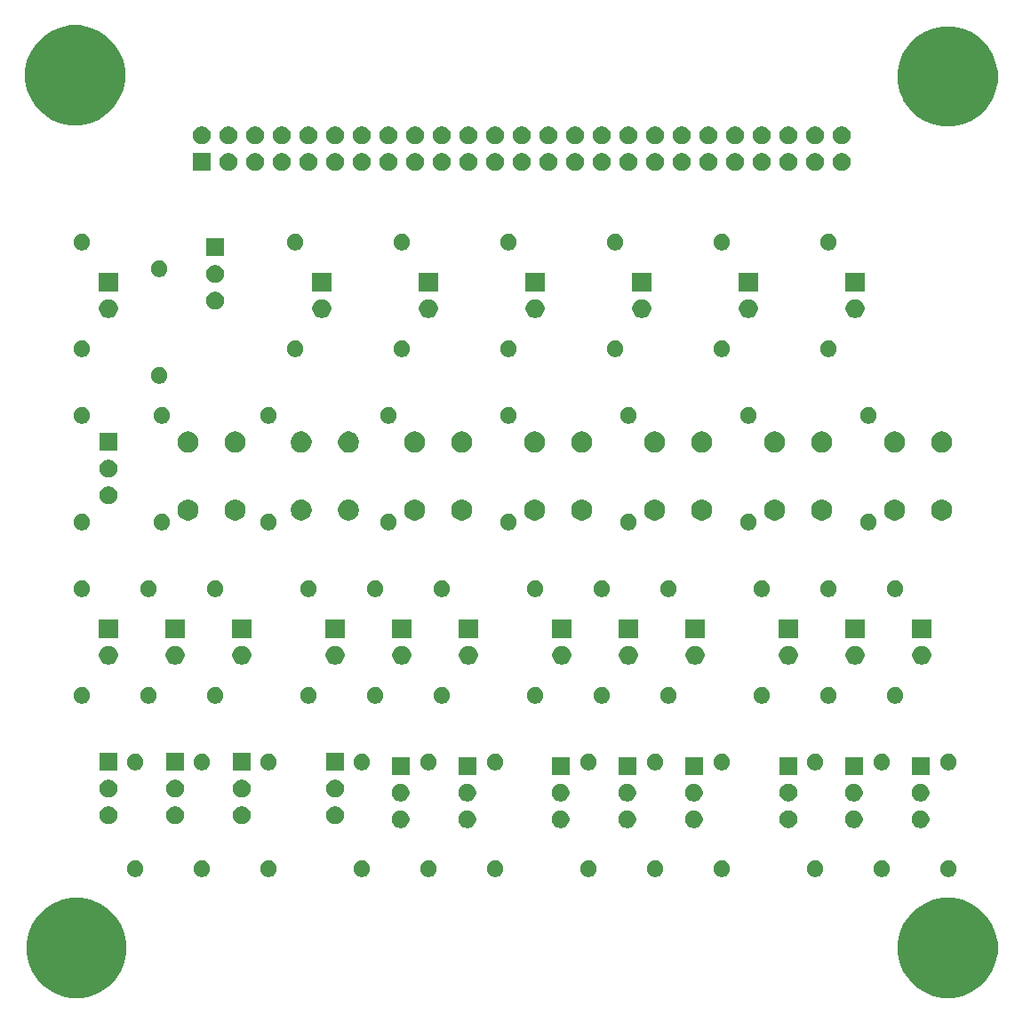
<source format=gbr>
G04 #@! TF.GenerationSoftware,KiCad,Pcbnew,(5.1.5)-3*
G04 #@! TF.CreationDate,2021-04-24T18:14:02-04:00*
G04 #@! TF.ProjectId,LEDS-SW12,4c454453-2d53-4573-9132-2e6b69636164,1*
G04 #@! TF.SameCoordinates,Original*
G04 #@! TF.FileFunction,Soldermask,Top*
G04 #@! TF.FilePolarity,Negative*
%FSLAX46Y46*%
G04 Gerber Fmt 4.6, Leading zero omitted, Abs format (unit mm)*
G04 Created by KiCad (PCBNEW (5.1.5)-3) date 2021-04-24 18:14:02*
%MOMM*%
%LPD*%
G04 APERTURE LIST*
%ADD10C,0.150000*%
G04 APERTURE END LIST*
D10*
G36*
X100389169Y-94420519D02*
G01*
X101255888Y-94779526D01*
X101255890Y-94779527D01*
X102035917Y-95300724D01*
X102699276Y-95964083D01*
X103220473Y-96744110D01*
X103220474Y-96744112D01*
X103579481Y-97610831D01*
X103762500Y-98530933D01*
X103762500Y-99469067D01*
X103579481Y-100389169D01*
X103220474Y-101255888D01*
X103220473Y-101255890D01*
X102699276Y-102035917D01*
X102035917Y-102699276D01*
X101255890Y-103220473D01*
X101255889Y-103220474D01*
X101255888Y-103220474D01*
X100389169Y-103579481D01*
X99469067Y-103762500D01*
X98530933Y-103762500D01*
X97610831Y-103579481D01*
X96744112Y-103220474D01*
X96744111Y-103220474D01*
X96744110Y-103220473D01*
X95964083Y-102699276D01*
X95300724Y-102035917D01*
X94779527Y-101255890D01*
X94779526Y-101255888D01*
X94420519Y-100389169D01*
X94237500Y-99469067D01*
X94237500Y-98530933D01*
X94420519Y-97610831D01*
X94779526Y-96744112D01*
X94779527Y-96744110D01*
X95300724Y-95964083D01*
X95964083Y-95300724D01*
X96744110Y-94779527D01*
X96744112Y-94779526D01*
X97610831Y-94420519D01*
X98530933Y-94237500D01*
X99469067Y-94237500D01*
X100389169Y-94420519D01*
G37*
G36*
X17389169Y-94420519D02*
G01*
X18255888Y-94779526D01*
X18255890Y-94779527D01*
X19035917Y-95300724D01*
X19699276Y-95964083D01*
X20220473Y-96744110D01*
X20220474Y-96744112D01*
X20579481Y-97610831D01*
X20762500Y-98530933D01*
X20762500Y-99469067D01*
X20579481Y-100389169D01*
X20220474Y-101255888D01*
X20220473Y-101255890D01*
X19699276Y-102035917D01*
X19035917Y-102699276D01*
X18255890Y-103220473D01*
X18255889Y-103220474D01*
X18255888Y-103220474D01*
X17389169Y-103579481D01*
X16469067Y-103762500D01*
X15530933Y-103762500D01*
X14610831Y-103579481D01*
X13744112Y-103220474D01*
X13744111Y-103220474D01*
X13744110Y-103220473D01*
X12964083Y-102699276D01*
X12300724Y-102035917D01*
X11779527Y-101255890D01*
X11779526Y-101255888D01*
X11420519Y-100389169D01*
X11237500Y-99469067D01*
X11237500Y-98530933D01*
X11420519Y-97610831D01*
X11779526Y-96744112D01*
X11779527Y-96744110D01*
X12300724Y-95964083D01*
X12964083Y-95300724D01*
X13744110Y-94779527D01*
X13744112Y-94779526D01*
X14610831Y-94420519D01*
X15530933Y-94237500D01*
X16469067Y-94237500D01*
X17389169Y-94420519D01*
G37*
G36*
X21823351Y-90670743D02*
G01*
X21968941Y-90731048D01*
X22099970Y-90818599D01*
X22211401Y-90930030D01*
X22298952Y-91061059D01*
X22359257Y-91206649D01*
X22390000Y-91361206D01*
X22390000Y-91518794D01*
X22359257Y-91673351D01*
X22298952Y-91818941D01*
X22211401Y-91949970D01*
X22099970Y-92061401D01*
X21968941Y-92148952D01*
X21823351Y-92209257D01*
X21668794Y-92240000D01*
X21511206Y-92240000D01*
X21356649Y-92209257D01*
X21211059Y-92148952D01*
X21080030Y-92061401D01*
X20968599Y-91949970D01*
X20881048Y-91818941D01*
X20820743Y-91673351D01*
X20790000Y-91518794D01*
X20790000Y-91361206D01*
X20820743Y-91206649D01*
X20881048Y-91061059D01*
X20968599Y-90930030D01*
X21080030Y-90818599D01*
X21211059Y-90731048D01*
X21356649Y-90670743D01*
X21511206Y-90640000D01*
X21668794Y-90640000D01*
X21823351Y-90670743D01*
G37*
G36*
X49763351Y-90670743D02*
G01*
X49908941Y-90731048D01*
X50039970Y-90818599D01*
X50151401Y-90930030D01*
X50238952Y-91061059D01*
X50299257Y-91206649D01*
X50330000Y-91361206D01*
X50330000Y-91518794D01*
X50299257Y-91673351D01*
X50238952Y-91818941D01*
X50151401Y-91949970D01*
X50039970Y-92061401D01*
X49908941Y-92148952D01*
X49763351Y-92209257D01*
X49608794Y-92240000D01*
X49451206Y-92240000D01*
X49296649Y-92209257D01*
X49151059Y-92148952D01*
X49020030Y-92061401D01*
X48908599Y-91949970D01*
X48821048Y-91818941D01*
X48760743Y-91673351D01*
X48730000Y-91518794D01*
X48730000Y-91361206D01*
X48760743Y-91206649D01*
X48821048Y-91061059D01*
X48908599Y-90930030D01*
X49020030Y-90818599D01*
X49151059Y-90731048D01*
X49296649Y-90670743D01*
X49451206Y-90640000D01*
X49608794Y-90640000D01*
X49763351Y-90670743D01*
G37*
G36*
X56113351Y-90670743D02*
G01*
X56258941Y-90731048D01*
X56389970Y-90818599D01*
X56501401Y-90930030D01*
X56588952Y-91061059D01*
X56649257Y-91206649D01*
X56680000Y-91361206D01*
X56680000Y-91518794D01*
X56649257Y-91673351D01*
X56588952Y-91818941D01*
X56501401Y-91949970D01*
X56389970Y-92061401D01*
X56258941Y-92148952D01*
X56113351Y-92209257D01*
X55958794Y-92240000D01*
X55801206Y-92240000D01*
X55646649Y-92209257D01*
X55501059Y-92148952D01*
X55370030Y-92061401D01*
X55258599Y-91949970D01*
X55171048Y-91818941D01*
X55110743Y-91673351D01*
X55080000Y-91518794D01*
X55080000Y-91361206D01*
X55110743Y-91206649D01*
X55171048Y-91061059D01*
X55258599Y-90930030D01*
X55370030Y-90818599D01*
X55501059Y-90731048D01*
X55646649Y-90670743D01*
X55801206Y-90640000D01*
X55958794Y-90640000D01*
X56113351Y-90670743D01*
G37*
G36*
X65003351Y-90670743D02*
G01*
X65148941Y-90731048D01*
X65279970Y-90818599D01*
X65391401Y-90930030D01*
X65478952Y-91061059D01*
X65539257Y-91206649D01*
X65570000Y-91361206D01*
X65570000Y-91518794D01*
X65539257Y-91673351D01*
X65478952Y-91818941D01*
X65391401Y-91949970D01*
X65279970Y-92061401D01*
X65148941Y-92148952D01*
X65003351Y-92209257D01*
X64848794Y-92240000D01*
X64691206Y-92240000D01*
X64536649Y-92209257D01*
X64391059Y-92148952D01*
X64260030Y-92061401D01*
X64148599Y-91949970D01*
X64061048Y-91818941D01*
X64000743Y-91673351D01*
X63970000Y-91518794D01*
X63970000Y-91361206D01*
X64000743Y-91206649D01*
X64061048Y-91061059D01*
X64148599Y-90930030D01*
X64260030Y-90818599D01*
X64391059Y-90731048D01*
X64536649Y-90670743D01*
X64691206Y-90640000D01*
X64848794Y-90640000D01*
X65003351Y-90670743D01*
G37*
G36*
X71353351Y-90670743D02*
G01*
X71498941Y-90731048D01*
X71629970Y-90818599D01*
X71741401Y-90930030D01*
X71828952Y-91061059D01*
X71889257Y-91206649D01*
X71920000Y-91361206D01*
X71920000Y-91518794D01*
X71889257Y-91673351D01*
X71828952Y-91818941D01*
X71741401Y-91949970D01*
X71629970Y-92061401D01*
X71498941Y-92148952D01*
X71353351Y-92209257D01*
X71198794Y-92240000D01*
X71041206Y-92240000D01*
X70886649Y-92209257D01*
X70741059Y-92148952D01*
X70610030Y-92061401D01*
X70498599Y-91949970D01*
X70411048Y-91818941D01*
X70350743Y-91673351D01*
X70320000Y-91518794D01*
X70320000Y-91361206D01*
X70350743Y-91206649D01*
X70411048Y-91061059D01*
X70498599Y-90930030D01*
X70610030Y-90818599D01*
X70741059Y-90731048D01*
X70886649Y-90670743D01*
X71041206Y-90640000D01*
X71198794Y-90640000D01*
X71353351Y-90670743D01*
G37*
G36*
X86593351Y-90670743D02*
G01*
X86738941Y-90731048D01*
X86869970Y-90818599D01*
X86981401Y-90930030D01*
X87068952Y-91061059D01*
X87129257Y-91206649D01*
X87160000Y-91361206D01*
X87160000Y-91518794D01*
X87129257Y-91673351D01*
X87068952Y-91818941D01*
X86981401Y-91949970D01*
X86869970Y-92061401D01*
X86738941Y-92148952D01*
X86593351Y-92209257D01*
X86438794Y-92240000D01*
X86281206Y-92240000D01*
X86126649Y-92209257D01*
X85981059Y-92148952D01*
X85850030Y-92061401D01*
X85738599Y-91949970D01*
X85651048Y-91818941D01*
X85590743Y-91673351D01*
X85560000Y-91518794D01*
X85560000Y-91361206D01*
X85590743Y-91206649D01*
X85651048Y-91061059D01*
X85738599Y-90930030D01*
X85850030Y-90818599D01*
X85981059Y-90731048D01*
X86126649Y-90670743D01*
X86281206Y-90640000D01*
X86438794Y-90640000D01*
X86593351Y-90670743D01*
G37*
G36*
X92943351Y-90670743D02*
G01*
X93088941Y-90731048D01*
X93219970Y-90818599D01*
X93331401Y-90930030D01*
X93418952Y-91061059D01*
X93479257Y-91206649D01*
X93510000Y-91361206D01*
X93510000Y-91518794D01*
X93479257Y-91673351D01*
X93418952Y-91818941D01*
X93331401Y-91949970D01*
X93219970Y-92061401D01*
X93088941Y-92148952D01*
X92943351Y-92209257D01*
X92788794Y-92240000D01*
X92631206Y-92240000D01*
X92476649Y-92209257D01*
X92331059Y-92148952D01*
X92200030Y-92061401D01*
X92088599Y-91949970D01*
X92001048Y-91818941D01*
X91940743Y-91673351D01*
X91910000Y-91518794D01*
X91910000Y-91361206D01*
X91940743Y-91206649D01*
X92001048Y-91061059D01*
X92088599Y-90930030D01*
X92200030Y-90818599D01*
X92331059Y-90731048D01*
X92476649Y-90670743D01*
X92631206Y-90640000D01*
X92788794Y-90640000D01*
X92943351Y-90670743D01*
G37*
G36*
X28173351Y-90670743D02*
G01*
X28318941Y-90731048D01*
X28449970Y-90818599D01*
X28561401Y-90930030D01*
X28648952Y-91061059D01*
X28709257Y-91206649D01*
X28740000Y-91361206D01*
X28740000Y-91518794D01*
X28709257Y-91673351D01*
X28648952Y-91818941D01*
X28561401Y-91949970D01*
X28449970Y-92061401D01*
X28318941Y-92148952D01*
X28173351Y-92209257D01*
X28018794Y-92240000D01*
X27861206Y-92240000D01*
X27706649Y-92209257D01*
X27561059Y-92148952D01*
X27430030Y-92061401D01*
X27318599Y-91949970D01*
X27231048Y-91818941D01*
X27170743Y-91673351D01*
X27140000Y-91518794D01*
X27140000Y-91361206D01*
X27170743Y-91206649D01*
X27231048Y-91061059D01*
X27318599Y-90930030D01*
X27430030Y-90818599D01*
X27561059Y-90731048D01*
X27706649Y-90670743D01*
X27861206Y-90640000D01*
X28018794Y-90640000D01*
X28173351Y-90670743D01*
G37*
G36*
X34523351Y-90670743D02*
G01*
X34668941Y-90731048D01*
X34799970Y-90818599D01*
X34911401Y-90930030D01*
X34998952Y-91061059D01*
X35059257Y-91206649D01*
X35090000Y-91361206D01*
X35090000Y-91518794D01*
X35059257Y-91673351D01*
X34998952Y-91818941D01*
X34911401Y-91949970D01*
X34799970Y-92061401D01*
X34668941Y-92148952D01*
X34523351Y-92209257D01*
X34368794Y-92240000D01*
X34211206Y-92240000D01*
X34056649Y-92209257D01*
X33911059Y-92148952D01*
X33780030Y-92061401D01*
X33668599Y-91949970D01*
X33581048Y-91818941D01*
X33520743Y-91673351D01*
X33490000Y-91518794D01*
X33490000Y-91361206D01*
X33520743Y-91206649D01*
X33581048Y-91061059D01*
X33668599Y-90930030D01*
X33780030Y-90818599D01*
X33911059Y-90731048D01*
X34056649Y-90670743D01*
X34211206Y-90640000D01*
X34368794Y-90640000D01*
X34523351Y-90670743D01*
G37*
G36*
X99293351Y-90670743D02*
G01*
X99438941Y-90731048D01*
X99569970Y-90818599D01*
X99681401Y-90930030D01*
X99768952Y-91061059D01*
X99829257Y-91206649D01*
X99860000Y-91361206D01*
X99860000Y-91518794D01*
X99829257Y-91673351D01*
X99768952Y-91818941D01*
X99681401Y-91949970D01*
X99569970Y-92061401D01*
X99438941Y-92148952D01*
X99293351Y-92209257D01*
X99138794Y-92240000D01*
X98981206Y-92240000D01*
X98826649Y-92209257D01*
X98681059Y-92148952D01*
X98550030Y-92061401D01*
X98438599Y-91949970D01*
X98351048Y-91818941D01*
X98290743Y-91673351D01*
X98260000Y-91518794D01*
X98260000Y-91361206D01*
X98290743Y-91206649D01*
X98351048Y-91061059D01*
X98438599Y-90930030D01*
X98550030Y-90818599D01*
X98681059Y-90731048D01*
X98826649Y-90670743D01*
X98981206Y-90640000D01*
X99138794Y-90640000D01*
X99293351Y-90670743D01*
G37*
G36*
X43413351Y-90670743D02*
G01*
X43558941Y-90731048D01*
X43689970Y-90818599D01*
X43801401Y-90930030D01*
X43888952Y-91061059D01*
X43949257Y-91206649D01*
X43980000Y-91361206D01*
X43980000Y-91518794D01*
X43949257Y-91673351D01*
X43888952Y-91818941D01*
X43801401Y-91949970D01*
X43689970Y-92061401D01*
X43558941Y-92148952D01*
X43413351Y-92209257D01*
X43258794Y-92240000D01*
X43101206Y-92240000D01*
X42946649Y-92209257D01*
X42801059Y-92148952D01*
X42670030Y-92061401D01*
X42558599Y-91949970D01*
X42471048Y-91818941D01*
X42410743Y-91673351D01*
X42380000Y-91518794D01*
X42380000Y-91361206D01*
X42410743Y-91206649D01*
X42471048Y-91061059D01*
X42558599Y-90930030D01*
X42670030Y-90818599D01*
X42801059Y-90731048D01*
X42946649Y-90670743D01*
X43101206Y-90640000D01*
X43258794Y-90640000D01*
X43413351Y-90670743D01*
G37*
G36*
X77703351Y-90670743D02*
G01*
X77848941Y-90731048D01*
X77979970Y-90818599D01*
X78091401Y-90930030D01*
X78178952Y-91061059D01*
X78239257Y-91206649D01*
X78270000Y-91361206D01*
X78270000Y-91518794D01*
X78239257Y-91673351D01*
X78178952Y-91818941D01*
X78091401Y-91949970D01*
X77979970Y-92061401D01*
X77848941Y-92148952D01*
X77703351Y-92209257D01*
X77548794Y-92240000D01*
X77391206Y-92240000D01*
X77236649Y-92209257D01*
X77091059Y-92148952D01*
X76960030Y-92061401D01*
X76848599Y-91949970D01*
X76761048Y-91818941D01*
X76700743Y-91673351D01*
X76670000Y-91518794D01*
X76670000Y-91361206D01*
X76700743Y-91206649D01*
X76761048Y-91061059D01*
X76848599Y-90930030D01*
X76960030Y-90818599D01*
X77091059Y-90731048D01*
X77236649Y-90670743D01*
X77391206Y-90640000D01*
X77548794Y-90640000D01*
X77703351Y-90670743D01*
G37*
G36*
X90290935Y-85923664D02*
G01*
X90445624Y-85987739D01*
X90445626Y-85987740D01*
X90584844Y-86080762D01*
X90703238Y-86199156D01*
X90796260Y-86338374D01*
X90796261Y-86338376D01*
X90860336Y-86493065D01*
X90893000Y-86657281D01*
X90893000Y-86824719D01*
X90860336Y-86988935D01*
X90808838Y-87113260D01*
X90796260Y-87143626D01*
X90703238Y-87282844D01*
X90584844Y-87401238D01*
X90445626Y-87494260D01*
X90445625Y-87494261D01*
X90445624Y-87494261D01*
X90290935Y-87558336D01*
X90126719Y-87591000D01*
X89959281Y-87591000D01*
X89795065Y-87558336D01*
X89640376Y-87494261D01*
X89640375Y-87494261D01*
X89640374Y-87494260D01*
X89501156Y-87401238D01*
X89382762Y-87282844D01*
X89289740Y-87143626D01*
X89277162Y-87113260D01*
X89225664Y-86988935D01*
X89193000Y-86824719D01*
X89193000Y-86657281D01*
X89225664Y-86493065D01*
X89289739Y-86338376D01*
X89289740Y-86338374D01*
X89382762Y-86199156D01*
X89501156Y-86080762D01*
X89640374Y-85987740D01*
X89640376Y-85987739D01*
X89795065Y-85923664D01*
X89959281Y-85891000D01*
X90126719Y-85891000D01*
X90290935Y-85923664D01*
G37*
G36*
X47110935Y-85923664D02*
G01*
X47265624Y-85987739D01*
X47265626Y-85987740D01*
X47404844Y-86080762D01*
X47523238Y-86199156D01*
X47616260Y-86338374D01*
X47616261Y-86338376D01*
X47680336Y-86493065D01*
X47713000Y-86657281D01*
X47713000Y-86824719D01*
X47680336Y-86988935D01*
X47628838Y-87113260D01*
X47616260Y-87143626D01*
X47523238Y-87282844D01*
X47404844Y-87401238D01*
X47265626Y-87494260D01*
X47265625Y-87494261D01*
X47265624Y-87494261D01*
X47110935Y-87558336D01*
X46946719Y-87591000D01*
X46779281Y-87591000D01*
X46615065Y-87558336D01*
X46460376Y-87494261D01*
X46460375Y-87494261D01*
X46460374Y-87494260D01*
X46321156Y-87401238D01*
X46202762Y-87282844D01*
X46109740Y-87143626D01*
X46097162Y-87113260D01*
X46045664Y-86988935D01*
X46013000Y-86824719D01*
X46013000Y-86657281D01*
X46045664Y-86493065D01*
X46109739Y-86338376D01*
X46109740Y-86338374D01*
X46202762Y-86199156D01*
X46321156Y-86080762D01*
X46460374Y-85987740D01*
X46460376Y-85987739D01*
X46615065Y-85923664D01*
X46779281Y-85891000D01*
X46946719Y-85891000D01*
X47110935Y-85923664D01*
G37*
G36*
X53460935Y-85923664D02*
G01*
X53615624Y-85987739D01*
X53615626Y-85987740D01*
X53754844Y-86080762D01*
X53873238Y-86199156D01*
X53966260Y-86338374D01*
X53966261Y-86338376D01*
X54030336Y-86493065D01*
X54063000Y-86657281D01*
X54063000Y-86824719D01*
X54030336Y-86988935D01*
X53978838Y-87113260D01*
X53966260Y-87143626D01*
X53873238Y-87282844D01*
X53754844Y-87401238D01*
X53615626Y-87494260D01*
X53615625Y-87494261D01*
X53615624Y-87494261D01*
X53460935Y-87558336D01*
X53296719Y-87591000D01*
X53129281Y-87591000D01*
X52965065Y-87558336D01*
X52810376Y-87494261D01*
X52810375Y-87494261D01*
X52810374Y-87494260D01*
X52671156Y-87401238D01*
X52552762Y-87282844D01*
X52459740Y-87143626D01*
X52447162Y-87113260D01*
X52395664Y-86988935D01*
X52363000Y-86824719D01*
X52363000Y-86657281D01*
X52395664Y-86493065D01*
X52459739Y-86338376D01*
X52459740Y-86338374D01*
X52552762Y-86199156D01*
X52671156Y-86080762D01*
X52810374Y-85987740D01*
X52810376Y-85987739D01*
X52965065Y-85923664D01*
X53129281Y-85891000D01*
X53296719Y-85891000D01*
X53460935Y-85923664D01*
G37*
G36*
X96640935Y-85923664D02*
G01*
X96795624Y-85987739D01*
X96795626Y-85987740D01*
X96934844Y-86080762D01*
X97053238Y-86199156D01*
X97146260Y-86338374D01*
X97146261Y-86338376D01*
X97210336Y-86493065D01*
X97243000Y-86657281D01*
X97243000Y-86824719D01*
X97210336Y-86988935D01*
X97158838Y-87113260D01*
X97146260Y-87143626D01*
X97053238Y-87282844D01*
X96934844Y-87401238D01*
X96795626Y-87494260D01*
X96795625Y-87494261D01*
X96795624Y-87494261D01*
X96640935Y-87558336D01*
X96476719Y-87591000D01*
X96309281Y-87591000D01*
X96145065Y-87558336D01*
X95990376Y-87494261D01*
X95990375Y-87494261D01*
X95990374Y-87494260D01*
X95851156Y-87401238D01*
X95732762Y-87282844D01*
X95639740Y-87143626D01*
X95627162Y-87113260D01*
X95575664Y-86988935D01*
X95543000Y-86824719D01*
X95543000Y-86657281D01*
X95575664Y-86493065D01*
X95639739Y-86338376D01*
X95639740Y-86338374D01*
X95732762Y-86199156D01*
X95851156Y-86080762D01*
X95990374Y-85987740D01*
X95990376Y-85987739D01*
X96145065Y-85923664D01*
X96309281Y-85891000D01*
X96476719Y-85891000D01*
X96640935Y-85923664D01*
G37*
G36*
X84067935Y-85923664D02*
G01*
X84222624Y-85987739D01*
X84222626Y-85987740D01*
X84361844Y-86080762D01*
X84480238Y-86199156D01*
X84573260Y-86338374D01*
X84573261Y-86338376D01*
X84637336Y-86493065D01*
X84670000Y-86657281D01*
X84670000Y-86824719D01*
X84637336Y-86988935D01*
X84585838Y-87113260D01*
X84573260Y-87143626D01*
X84480238Y-87282844D01*
X84361844Y-87401238D01*
X84222626Y-87494260D01*
X84222625Y-87494261D01*
X84222624Y-87494261D01*
X84067935Y-87558336D01*
X83903719Y-87591000D01*
X83736281Y-87591000D01*
X83572065Y-87558336D01*
X83417376Y-87494261D01*
X83417375Y-87494261D01*
X83417374Y-87494260D01*
X83278156Y-87401238D01*
X83159762Y-87282844D01*
X83066740Y-87143626D01*
X83054162Y-87113260D01*
X83002664Y-86988935D01*
X82970000Y-86824719D01*
X82970000Y-86657281D01*
X83002664Y-86493065D01*
X83066739Y-86338376D01*
X83066740Y-86338374D01*
X83159762Y-86199156D01*
X83278156Y-86080762D01*
X83417374Y-85987740D01*
X83417376Y-85987739D01*
X83572065Y-85923664D01*
X83736281Y-85891000D01*
X83903719Y-85891000D01*
X84067935Y-85923664D01*
G37*
G36*
X75050935Y-85923664D02*
G01*
X75205624Y-85987739D01*
X75205626Y-85987740D01*
X75344844Y-86080762D01*
X75463238Y-86199156D01*
X75556260Y-86338374D01*
X75556261Y-86338376D01*
X75620336Y-86493065D01*
X75653000Y-86657281D01*
X75653000Y-86824719D01*
X75620336Y-86988935D01*
X75568838Y-87113260D01*
X75556260Y-87143626D01*
X75463238Y-87282844D01*
X75344844Y-87401238D01*
X75205626Y-87494260D01*
X75205625Y-87494261D01*
X75205624Y-87494261D01*
X75050935Y-87558336D01*
X74886719Y-87591000D01*
X74719281Y-87591000D01*
X74555065Y-87558336D01*
X74400376Y-87494261D01*
X74400375Y-87494261D01*
X74400374Y-87494260D01*
X74261156Y-87401238D01*
X74142762Y-87282844D01*
X74049740Y-87143626D01*
X74037162Y-87113260D01*
X73985664Y-86988935D01*
X73953000Y-86824719D01*
X73953000Y-86657281D01*
X73985664Y-86493065D01*
X74049739Y-86338376D01*
X74049740Y-86338374D01*
X74142762Y-86199156D01*
X74261156Y-86080762D01*
X74400374Y-85987740D01*
X74400376Y-85987739D01*
X74555065Y-85923664D01*
X74719281Y-85891000D01*
X74886719Y-85891000D01*
X75050935Y-85923664D01*
G37*
G36*
X62350935Y-85923664D02*
G01*
X62505624Y-85987739D01*
X62505626Y-85987740D01*
X62644844Y-86080762D01*
X62763238Y-86199156D01*
X62856260Y-86338374D01*
X62856261Y-86338376D01*
X62920336Y-86493065D01*
X62953000Y-86657281D01*
X62953000Y-86824719D01*
X62920336Y-86988935D01*
X62868838Y-87113260D01*
X62856260Y-87143626D01*
X62763238Y-87282844D01*
X62644844Y-87401238D01*
X62505626Y-87494260D01*
X62505625Y-87494261D01*
X62505624Y-87494261D01*
X62350935Y-87558336D01*
X62186719Y-87591000D01*
X62019281Y-87591000D01*
X61855065Y-87558336D01*
X61700376Y-87494261D01*
X61700375Y-87494261D01*
X61700374Y-87494260D01*
X61561156Y-87401238D01*
X61442762Y-87282844D01*
X61349740Y-87143626D01*
X61337162Y-87113260D01*
X61285664Y-86988935D01*
X61253000Y-86824719D01*
X61253000Y-86657281D01*
X61285664Y-86493065D01*
X61349739Y-86338376D01*
X61349740Y-86338374D01*
X61442762Y-86199156D01*
X61561156Y-86080762D01*
X61700374Y-85987740D01*
X61700376Y-85987739D01*
X61855065Y-85923664D01*
X62019281Y-85891000D01*
X62186719Y-85891000D01*
X62350935Y-85923664D01*
G37*
G36*
X68700935Y-85923664D02*
G01*
X68855624Y-85987739D01*
X68855626Y-85987740D01*
X68994844Y-86080762D01*
X69113238Y-86199156D01*
X69206260Y-86338374D01*
X69206261Y-86338376D01*
X69270336Y-86493065D01*
X69303000Y-86657281D01*
X69303000Y-86824719D01*
X69270336Y-86988935D01*
X69218838Y-87113260D01*
X69206260Y-87143626D01*
X69113238Y-87282844D01*
X68994844Y-87401238D01*
X68855626Y-87494260D01*
X68855625Y-87494261D01*
X68855624Y-87494261D01*
X68700935Y-87558336D01*
X68536719Y-87591000D01*
X68369281Y-87591000D01*
X68205065Y-87558336D01*
X68050376Y-87494261D01*
X68050375Y-87494261D01*
X68050374Y-87494260D01*
X67911156Y-87401238D01*
X67792762Y-87282844D01*
X67699740Y-87143626D01*
X67687162Y-87113260D01*
X67635664Y-86988935D01*
X67603000Y-86824719D01*
X67603000Y-86657281D01*
X67635664Y-86493065D01*
X67699739Y-86338376D01*
X67699740Y-86338374D01*
X67792762Y-86199156D01*
X67911156Y-86080762D01*
X68050374Y-85987740D01*
X68050376Y-85987739D01*
X68205065Y-85923664D01*
X68369281Y-85891000D01*
X68536719Y-85891000D01*
X68700935Y-85923664D01*
G37*
G36*
X40887935Y-85542664D02*
G01*
X41042624Y-85606739D01*
X41042626Y-85606740D01*
X41181844Y-85699762D01*
X41300238Y-85818156D01*
X41370736Y-85923665D01*
X41393261Y-85957376D01*
X41457336Y-86112065D01*
X41490000Y-86276281D01*
X41490000Y-86443719D01*
X41457336Y-86607935D01*
X41393261Y-86762624D01*
X41393260Y-86762626D01*
X41300238Y-86901844D01*
X41181844Y-87020238D01*
X41042626Y-87113260D01*
X41042625Y-87113261D01*
X41042624Y-87113261D01*
X40887935Y-87177336D01*
X40723719Y-87210000D01*
X40556281Y-87210000D01*
X40392065Y-87177336D01*
X40237376Y-87113261D01*
X40237375Y-87113261D01*
X40237374Y-87113260D01*
X40098156Y-87020238D01*
X39979762Y-86901844D01*
X39886740Y-86762626D01*
X39886739Y-86762624D01*
X39822664Y-86607935D01*
X39790000Y-86443719D01*
X39790000Y-86276281D01*
X39822664Y-86112065D01*
X39886739Y-85957376D01*
X39909264Y-85923665D01*
X39979762Y-85818156D01*
X40098156Y-85699762D01*
X40237374Y-85606740D01*
X40237376Y-85606739D01*
X40392065Y-85542664D01*
X40556281Y-85510000D01*
X40723719Y-85510000D01*
X40887935Y-85542664D01*
G37*
G36*
X25647935Y-85542664D02*
G01*
X25802624Y-85606739D01*
X25802626Y-85606740D01*
X25941844Y-85699762D01*
X26060238Y-85818156D01*
X26130736Y-85923665D01*
X26153261Y-85957376D01*
X26217336Y-86112065D01*
X26250000Y-86276281D01*
X26250000Y-86443719D01*
X26217336Y-86607935D01*
X26153261Y-86762624D01*
X26153260Y-86762626D01*
X26060238Y-86901844D01*
X25941844Y-87020238D01*
X25802626Y-87113260D01*
X25802625Y-87113261D01*
X25802624Y-87113261D01*
X25647935Y-87177336D01*
X25483719Y-87210000D01*
X25316281Y-87210000D01*
X25152065Y-87177336D01*
X24997376Y-87113261D01*
X24997375Y-87113261D01*
X24997374Y-87113260D01*
X24858156Y-87020238D01*
X24739762Y-86901844D01*
X24646740Y-86762626D01*
X24646739Y-86762624D01*
X24582664Y-86607935D01*
X24550000Y-86443719D01*
X24550000Y-86276281D01*
X24582664Y-86112065D01*
X24646739Y-85957376D01*
X24669264Y-85923665D01*
X24739762Y-85818156D01*
X24858156Y-85699762D01*
X24997374Y-85606740D01*
X24997376Y-85606739D01*
X25152065Y-85542664D01*
X25316281Y-85510000D01*
X25483719Y-85510000D01*
X25647935Y-85542664D01*
G37*
G36*
X19297935Y-85542664D02*
G01*
X19452624Y-85606739D01*
X19452626Y-85606740D01*
X19591844Y-85699762D01*
X19710238Y-85818156D01*
X19780736Y-85923665D01*
X19803261Y-85957376D01*
X19867336Y-86112065D01*
X19900000Y-86276281D01*
X19900000Y-86443719D01*
X19867336Y-86607935D01*
X19803261Y-86762624D01*
X19803260Y-86762626D01*
X19710238Y-86901844D01*
X19591844Y-87020238D01*
X19452626Y-87113260D01*
X19452625Y-87113261D01*
X19452624Y-87113261D01*
X19297935Y-87177336D01*
X19133719Y-87210000D01*
X18966281Y-87210000D01*
X18802065Y-87177336D01*
X18647376Y-87113261D01*
X18647375Y-87113261D01*
X18647374Y-87113260D01*
X18508156Y-87020238D01*
X18389762Y-86901844D01*
X18296740Y-86762626D01*
X18296739Y-86762624D01*
X18232664Y-86607935D01*
X18200000Y-86443719D01*
X18200000Y-86276281D01*
X18232664Y-86112065D01*
X18296739Y-85957376D01*
X18319264Y-85923665D01*
X18389762Y-85818156D01*
X18508156Y-85699762D01*
X18647374Y-85606740D01*
X18647376Y-85606739D01*
X18802065Y-85542664D01*
X18966281Y-85510000D01*
X19133719Y-85510000D01*
X19297935Y-85542664D01*
G37*
G36*
X31997935Y-85542664D02*
G01*
X32152624Y-85606739D01*
X32152626Y-85606740D01*
X32291844Y-85699762D01*
X32410238Y-85818156D01*
X32480736Y-85923665D01*
X32503261Y-85957376D01*
X32567336Y-86112065D01*
X32600000Y-86276281D01*
X32600000Y-86443719D01*
X32567336Y-86607935D01*
X32503261Y-86762624D01*
X32503260Y-86762626D01*
X32410238Y-86901844D01*
X32291844Y-87020238D01*
X32152626Y-87113260D01*
X32152625Y-87113261D01*
X32152624Y-87113261D01*
X31997935Y-87177336D01*
X31833719Y-87210000D01*
X31666281Y-87210000D01*
X31502065Y-87177336D01*
X31347376Y-87113261D01*
X31347375Y-87113261D01*
X31347374Y-87113260D01*
X31208156Y-87020238D01*
X31089762Y-86901844D01*
X30996740Y-86762626D01*
X30996739Y-86762624D01*
X30932664Y-86607935D01*
X30900000Y-86443719D01*
X30900000Y-86276281D01*
X30932664Y-86112065D01*
X30996739Y-85957376D01*
X31019264Y-85923665D01*
X31089762Y-85818156D01*
X31208156Y-85699762D01*
X31347374Y-85606740D01*
X31347376Y-85606739D01*
X31502065Y-85542664D01*
X31666281Y-85510000D01*
X31833719Y-85510000D01*
X31997935Y-85542664D01*
G37*
G36*
X62350935Y-83383664D02*
G01*
X62505624Y-83447739D01*
X62505626Y-83447740D01*
X62644844Y-83540762D01*
X62763238Y-83659156D01*
X62856260Y-83798374D01*
X62856261Y-83798376D01*
X62920336Y-83953065D01*
X62953000Y-84117281D01*
X62953000Y-84284719D01*
X62920336Y-84448935D01*
X62868838Y-84573260D01*
X62856260Y-84603626D01*
X62763238Y-84742844D01*
X62644844Y-84861238D01*
X62505626Y-84954260D01*
X62505625Y-84954261D01*
X62505624Y-84954261D01*
X62350935Y-85018336D01*
X62186719Y-85051000D01*
X62019281Y-85051000D01*
X61855065Y-85018336D01*
X61700376Y-84954261D01*
X61700375Y-84954261D01*
X61700374Y-84954260D01*
X61561156Y-84861238D01*
X61442762Y-84742844D01*
X61349740Y-84603626D01*
X61337162Y-84573260D01*
X61285664Y-84448935D01*
X61253000Y-84284719D01*
X61253000Y-84117281D01*
X61285664Y-83953065D01*
X61349739Y-83798376D01*
X61349740Y-83798374D01*
X61442762Y-83659156D01*
X61561156Y-83540762D01*
X61700374Y-83447740D01*
X61700376Y-83447739D01*
X61855065Y-83383664D01*
X62019281Y-83351000D01*
X62186719Y-83351000D01*
X62350935Y-83383664D01*
G37*
G36*
X47110935Y-83383664D02*
G01*
X47265624Y-83447739D01*
X47265626Y-83447740D01*
X47404844Y-83540762D01*
X47523238Y-83659156D01*
X47616260Y-83798374D01*
X47616261Y-83798376D01*
X47680336Y-83953065D01*
X47713000Y-84117281D01*
X47713000Y-84284719D01*
X47680336Y-84448935D01*
X47628838Y-84573260D01*
X47616260Y-84603626D01*
X47523238Y-84742844D01*
X47404844Y-84861238D01*
X47265626Y-84954260D01*
X47265625Y-84954261D01*
X47265624Y-84954261D01*
X47110935Y-85018336D01*
X46946719Y-85051000D01*
X46779281Y-85051000D01*
X46615065Y-85018336D01*
X46460376Y-84954261D01*
X46460375Y-84954261D01*
X46460374Y-84954260D01*
X46321156Y-84861238D01*
X46202762Y-84742844D01*
X46109740Y-84603626D01*
X46097162Y-84573260D01*
X46045664Y-84448935D01*
X46013000Y-84284719D01*
X46013000Y-84117281D01*
X46045664Y-83953065D01*
X46109739Y-83798376D01*
X46109740Y-83798374D01*
X46202762Y-83659156D01*
X46321156Y-83540762D01*
X46460374Y-83447740D01*
X46460376Y-83447739D01*
X46615065Y-83383664D01*
X46779281Y-83351000D01*
X46946719Y-83351000D01*
X47110935Y-83383664D01*
G37*
G36*
X53460935Y-83383664D02*
G01*
X53615624Y-83447739D01*
X53615626Y-83447740D01*
X53754844Y-83540762D01*
X53873238Y-83659156D01*
X53966260Y-83798374D01*
X53966261Y-83798376D01*
X54030336Y-83953065D01*
X54063000Y-84117281D01*
X54063000Y-84284719D01*
X54030336Y-84448935D01*
X53978838Y-84573260D01*
X53966260Y-84603626D01*
X53873238Y-84742844D01*
X53754844Y-84861238D01*
X53615626Y-84954260D01*
X53615625Y-84954261D01*
X53615624Y-84954261D01*
X53460935Y-85018336D01*
X53296719Y-85051000D01*
X53129281Y-85051000D01*
X52965065Y-85018336D01*
X52810376Y-84954261D01*
X52810375Y-84954261D01*
X52810374Y-84954260D01*
X52671156Y-84861238D01*
X52552762Y-84742844D01*
X52459740Y-84603626D01*
X52447162Y-84573260D01*
X52395664Y-84448935D01*
X52363000Y-84284719D01*
X52363000Y-84117281D01*
X52395664Y-83953065D01*
X52459739Y-83798376D01*
X52459740Y-83798374D01*
X52552762Y-83659156D01*
X52671156Y-83540762D01*
X52810374Y-83447740D01*
X52810376Y-83447739D01*
X52965065Y-83383664D01*
X53129281Y-83351000D01*
X53296719Y-83351000D01*
X53460935Y-83383664D01*
G37*
G36*
X84067935Y-83383664D02*
G01*
X84222624Y-83447739D01*
X84222626Y-83447740D01*
X84361844Y-83540762D01*
X84480238Y-83659156D01*
X84573260Y-83798374D01*
X84573261Y-83798376D01*
X84637336Y-83953065D01*
X84670000Y-84117281D01*
X84670000Y-84284719D01*
X84637336Y-84448935D01*
X84585838Y-84573260D01*
X84573260Y-84603626D01*
X84480238Y-84742844D01*
X84361844Y-84861238D01*
X84222626Y-84954260D01*
X84222625Y-84954261D01*
X84222624Y-84954261D01*
X84067935Y-85018336D01*
X83903719Y-85051000D01*
X83736281Y-85051000D01*
X83572065Y-85018336D01*
X83417376Y-84954261D01*
X83417375Y-84954261D01*
X83417374Y-84954260D01*
X83278156Y-84861238D01*
X83159762Y-84742844D01*
X83066740Y-84603626D01*
X83054162Y-84573260D01*
X83002664Y-84448935D01*
X82970000Y-84284719D01*
X82970000Y-84117281D01*
X83002664Y-83953065D01*
X83066739Y-83798376D01*
X83066740Y-83798374D01*
X83159762Y-83659156D01*
X83278156Y-83540762D01*
X83417374Y-83447740D01*
X83417376Y-83447739D01*
X83572065Y-83383664D01*
X83736281Y-83351000D01*
X83903719Y-83351000D01*
X84067935Y-83383664D01*
G37*
G36*
X90290935Y-83383664D02*
G01*
X90445624Y-83447739D01*
X90445626Y-83447740D01*
X90584844Y-83540762D01*
X90703238Y-83659156D01*
X90796260Y-83798374D01*
X90796261Y-83798376D01*
X90860336Y-83953065D01*
X90893000Y-84117281D01*
X90893000Y-84284719D01*
X90860336Y-84448935D01*
X90808838Y-84573260D01*
X90796260Y-84603626D01*
X90703238Y-84742844D01*
X90584844Y-84861238D01*
X90445626Y-84954260D01*
X90445625Y-84954261D01*
X90445624Y-84954261D01*
X90290935Y-85018336D01*
X90126719Y-85051000D01*
X89959281Y-85051000D01*
X89795065Y-85018336D01*
X89640376Y-84954261D01*
X89640375Y-84954261D01*
X89640374Y-84954260D01*
X89501156Y-84861238D01*
X89382762Y-84742844D01*
X89289740Y-84603626D01*
X89277162Y-84573260D01*
X89225664Y-84448935D01*
X89193000Y-84284719D01*
X89193000Y-84117281D01*
X89225664Y-83953065D01*
X89289739Y-83798376D01*
X89289740Y-83798374D01*
X89382762Y-83659156D01*
X89501156Y-83540762D01*
X89640374Y-83447740D01*
X89640376Y-83447739D01*
X89795065Y-83383664D01*
X89959281Y-83351000D01*
X90126719Y-83351000D01*
X90290935Y-83383664D01*
G37*
G36*
X96640935Y-83383664D02*
G01*
X96795624Y-83447739D01*
X96795626Y-83447740D01*
X96934844Y-83540762D01*
X97053238Y-83659156D01*
X97146260Y-83798374D01*
X97146261Y-83798376D01*
X97210336Y-83953065D01*
X97243000Y-84117281D01*
X97243000Y-84284719D01*
X97210336Y-84448935D01*
X97158838Y-84573260D01*
X97146260Y-84603626D01*
X97053238Y-84742844D01*
X96934844Y-84861238D01*
X96795626Y-84954260D01*
X96795625Y-84954261D01*
X96795624Y-84954261D01*
X96640935Y-85018336D01*
X96476719Y-85051000D01*
X96309281Y-85051000D01*
X96145065Y-85018336D01*
X95990376Y-84954261D01*
X95990375Y-84954261D01*
X95990374Y-84954260D01*
X95851156Y-84861238D01*
X95732762Y-84742844D01*
X95639740Y-84603626D01*
X95627162Y-84573260D01*
X95575664Y-84448935D01*
X95543000Y-84284719D01*
X95543000Y-84117281D01*
X95575664Y-83953065D01*
X95639739Y-83798376D01*
X95639740Y-83798374D01*
X95732762Y-83659156D01*
X95851156Y-83540762D01*
X95990374Y-83447740D01*
X95990376Y-83447739D01*
X96145065Y-83383664D01*
X96309281Y-83351000D01*
X96476719Y-83351000D01*
X96640935Y-83383664D01*
G37*
G36*
X68700935Y-83383664D02*
G01*
X68855624Y-83447739D01*
X68855626Y-83447740D01*
X68994844Y-83540762D01*
X69113238Y-83659156D01*
X69206260Y-83798374D01*
X69206261Y-83798376D01*
X69270336Y-83953065D01*
X69303000Y-84117281D01*
X69303000Y-84284719D01*
X69270336Y-84448935D01*
X69218838Y-84573260D01*
X69206260Y-84603626D01*
X69113238Y-84742844D01*
X68994844Y-84861238D01*
X68855626Y-84954260D01*
X68855625Y-84954261D01*
X68855624Y-84954261D01*
X68700935Y-85018336D01*
X68536719Y-85051000D01*
X68369281Y-85051000D01*
X68205065Y-85018336D01*
X68050376Y-84954261D01*
X68050375Y-84954261D01*
X68050374Y-84954260D01*
X67911156Y-84861238D01*
X67792762Y-84742844D01*
X67699740Y-84603626D01*
X67687162Y-84573260D01*
X67635664Y-84448935D01*
X67603000Y-84284719D01*
X67603000Y-84117281D01*
X67635664Y-83953065D01*
X67699739Y-83798376D01*
X67699740Y-83798374D01*
X67792762Y-83659156D01*
X67911156Y-83540762D01*
X68050374Y-83447740D01*
X68050376Y-83447739D01*
X68205065Y-83383664D01*
X68369281Y-83351000D01*
X68536719Y-83351000D01*
X68700935Y-83383664D01*
G37*
G36*
X75050935Y-83383664D02*
G01*
X75205624Y-83447739D01*
X75205626Y-83447740D01*
X75344844Y-83540762D01*
X75463238Y-83659156D01*
X75556260Y-83798374D01*
X75556261Y-83798376D01*
X75620336Y-83953065D01*
X75653000Y-84117281D01*
X75653000Y-84284719D01*
X75620336Y-84448935D01*
X75568838Y-84573260D01*
X75556260Y-84603626D01*
X75463238Y-84742844D01*
X75344844Y-84861238D01*
X75205626Y-84954260D01*
X75205625Y-84954261D01*
X75205624Y-84954261D01*
X75050935Y-85018336D01*
X74886719Y-85051000D01*
X74719281Y-85051000D01*
X74555065Y-85018336D01*
X74400376Y-84954261D01*
X74400375Y-84954261D01*
X74400374Y-84954260D01*
X74261156Y-84861238D01*
X74142762Y-84742844D01*
X74049740Y-84603626D01*
X74037162Y-84573260D01*
X73985664Y-84448935D01*
X73953000Y-84284719D01*
X73953000Y-84117281D01*
X73985664Y-83953065D01*
X74049739Y-83798376D01*
X74049740Y-83798374D01*
X74142762Y-83659156D01*
X74261156Y-83540762D01*
X74400374Y-83447740D01*
X74400376Y-83447739D01*
X74555065Y-83383664D01*
X74719281Y-83351000D01*
X74886719Y-83351000D01*
X75050935Y-83383664D01*
G37*
G36*
X25647935Y-83002664D02*
G01*
X25802624Y-83066739D01*
X25802626Y-83066740D01*
X25941844Y-83159762D01*
X26060238Y-83278156D01*
X26130736Y-83383665D01*
X26153261Y-83417376D01*
X26217336Y-83572065D01*
X26250000Y-83736281D01*
X26250000Y-83903719D01*
X26217336Y-84067935D01*
X26153261Y-84222624D01*
X26153260Y-84222626D01*
X26060238Y-84361844D01*
X25941844Y-84480238D01*
X25802626Y-84573260D01*
X25802625Y-84573261D01*
X25802624Y-84573261D01*
X25647935Y-84637336D01*
X25483719Y-84670000D01*
X25316281Y-84670000D01*
X25152065Y-84637336D01*
X24997376Y-84573261D01*
X24997375Y-84573261D01*
X24997374Y-84573260D01*
X24858156Y-84480238D01*
X24739762Y-84361844D01*
X24646740Y-84222626D01*
X24646739Y-84222624D01*
X24582664Y-84067935D01*
X24550000Y-83903719D01*
X24550000Y-83736281D01*
X24582664Y-83572065D01*
X24646739Y-83417376D01*
X24669264Y-83383665D01*
X24739762Y-83278156D01*
X24858156Y-83159762D01*
X24997374Y-83066740D01*
X24997376Y-83066739D01*
X25152065Y-83002664D01*
X25316281Y-82970000D01*
X25483719Y-82970000D01*
X25647935Y-83002664D01*
G37*
G36*
X40887935Y-83002664D02*
G01*
X41042624Y-83066739D01*
X41042626Y-83066740D01*
X41181844Y-83159762D01*
X41300238Y-83278156D01*
X41370736Y-83383665D01*
X41393261Y-83417376D01*
X41457336Y-83572065D01*
X41490000Y-83736281D01*
X41490000Y-83903719D01*
X41457336Y-84067935D01*
X41393261Y-84222624D01*
X41393260Y-84222626D01*
X41300238Y-84361844D01*
X41181844Y-84480238D01*
X41042626Y-84573260D01*
X41042625Y-84573261D01*
X41042624Y-84573261D01*
X40887935Y-84637336D01*
X40723719Y-84670000D01*
X40556281Y-84670000D01*
X40392065Y-84637336D01*
X40237376Y-84573261D01*
X40237375Y-84573261D01*
X40237374Y-84573260D01*
X40098156Y-84480238D01*
X39979762Y-84361844D01*
X39886740Y-84222626D01*
X39886739Y-84222624D01*
X39822664Y-84067935D01*
X39790000Y-83903719D01*
X39790000Y-83736281D01*
X39822664Y-83572065D01*
X39886739Y-83417376D01*
X39909264Y-83383665D01*
X39979762Y-83278156D01*
X40098156Y-83159762D01*
X40237374Y-83066740D01*
X40237376Y-83066739D01*
X40392065Y-83002664D01*
X40556281Y-82970000D01*
X40723719Y-82970000D01*
X40887935Y-83002664D01*
G37*
G36*
X31997935Y-83002664D02*
G01*
X32152624Y-83066739D01*
X32152626Y-83066740D01*
X32291844Y-83159762D01*
X32410238Y-83278156D01*
X32480736Y-83383665D01*
X32503261Y-83417376D01*
X32567336Y-83572065D01*
X32600000Y-83736281D01*
X32600000Y-83903719D01*
X32567336Y-84067935D01*
X32503261Y-84222624D01*
X32503260Y-84222626D01*
X32410238Y-84361844D01*
X32291844Y-84480238D01*
X32152626Y-84573260D01*
X32152625Y-84573261D01*
X32152624Y-84573261D01*
X31997935Y-84637336D01*
X31833719Y-84670000D01*
X31666281Y-84670000D01*
X31502065Y-84637336D01*
X31347376Y-84573261D01*
X31347375Y-84573261D01*
X31347374Y-84573260D01*
X31208156Y-84480238D01*
X31089762Y-84361844D01*
X30996740Y-84222626D01*
X30996739Y-84222624D01*
X30932664Y-84067935D01*
X30900000Y-83903719D01*
X30900000Y-83736281D01*
X30932664Y-83572065D01*
X30996739Y-83417376D01*
X31019264Y-83383665D01*
X31089762Y-83278156D01*
X31208156Y-83159762D01*
X31347374Y-83066740D01*
X31347376Y-83066739D01*
X31502065Y-83002664D01*
X31666281Y-82970000D01*
X31833719Y-82970000D01*
X31997935Y-83002664D01*
G37*
G36*
X19297935Y-83002664D02*
G01*
X19452624Y-83066739D01*
X19452626Y-83066740D01*
X19591844Y-83159762D01*
X19710238Y-83278156D01*
X19780736Y-83383665D01*
X19803261Y-83417376D01*
X19867336Y-83572065D01*
X19900000Y-83736281D01*
X19900000Y-83903719D01*
X19867336Y-84067935D01*
X19803261Y-84222624D01*
X19803260Y-84222626D01*
X19710238Y-84361844D01*
X19591844Y-84480238D01*
X19452626Y-84573260D01*
X19452625Y-84573261D01*
X19452624Y-84573261D01*
X19297935Y-84637336D01*
X19133719Y-84670000D01*
X18966281Y-84670000D01*
X18802065Y-84637336D01*
X18647376Y-84573261D01*
X18647375Y-84573261D01*
X18647374Y-84573260D01*
X18508156Y-84480238D01*
X18389762Y-84361844D01*
X18296740Y-84222626D01*
X18296739Y-84222624D01*
X18232664Y-84067935D01*
X18200000Y-83903719D01*
X18200000Y-83736281D01*
X18232664Y-83572065D01*
X18296739Y-83417376D01*
X18319264Y-83383665D01*
X18389762Y-83278156D01*
X18508156Y-83159762D01*
X18647374Y-83066740D01*
X18647376Y-83066739D01*
X18802065Y-83002664D01*
X18966281Y-82970000D01*
X19133719Y-82970000D01*
X19297935Y-83002664D01*
G37*
G36*
X62953000Y-82511000D02*
G01*
X61253000Y-82511000D01*
X61253000Y-80811000D01*
X62953000Y-80811000D01*
X62953000Y-82511000D01*
G37*
G36*
X54063000Y-82511000D02*
G01*
X52363000Y-82511000D01*
X52363000Y-80811000D01*
X54063000Y-80811000D01*
X54063000Y-82511000D01*
G37*
G36*
X47713000Y-82511000D02*
G01*
X46013000Y-82511000D01*
X46013000Y-80811000D01*
X47713000Y-80811000D01*
X47713000Y-82511000D01*
G37*
G36*
X69303000Y-82511000D02*
G01*
X67603000Y-82511000D01*
X67603000Y-80811000D01*
X69303000Y-80811000D01*
X69303000Y-82511000D01*
G37*
G36*
X75653000Y-82511000D02*
G01*
X73953000Y-82511000D01*
X73953000Y-80811000D01*
X75653000Y-80811000D01*
X75653000Y-82511000D01*
G37*
G36*
X84670000Y-82511000D02*
G01*
X82970000Y-82511000D01*
X82970000Y-80811000D01*
X84670000Y-80811000D01*
X84670000Y-82511000D01*
G37*
G36*
X90893000Y-82511000D02*
G01*
X89193000Y-82511000D01*
X89193000Y-80811000D01*
X90893000Y-80811000D01*
X90893000Y-82511000D01*
G37*
G36*
X97243000Y-82511000D02*
G01*
X95543000Y-82511000D01*
X95543000Y-80811000D01*
X97243000Y-80811000D01*
X97243000Y-82511000D01*
G37*
G36*
X32600000Y-82130000D02*
G01*
X30900000Y-82130000D01*
X30900000Y-80430000D01*
X32600000Y-80430000D01*
X32600000Y-82130000D01*
G37*
G36*
X19900000Y-82130000D02*
G01*
X18200000Y-82130000D01*
X18200000Y-80430000D01*
X19900000Y-80430000D01*
X19900000Y-82130000D01*
G37*
G36*
X26250000Y-82130000D02*
G01*
X24550000Y-82130000D01*
X24550000Y-80430000D01*
X26250000Y-80430000D01*
X26250000Y-82130000D01*
G37*
G36*
X41490000Y-82130000D02*
G01*
X39790000Y-82130000D01*
X39790000Y-80430000D01*
X41490000Y-80430000D01*
X41490000Y-82130000D01*
G37*
G36*
X34523351Y-80510743D02*
G01*
X34668941Y-80571048D01*
X34799970Y-80658599D01*
X34911401Y-80770030D01*
X34998952Y-80901059D01*
X35059257Y-81046649D01*
X35090000Y-81201206D01*
X35090000Y-81358794D01*
X35059257Y-81513351D01*
X34998952Y-81658941D01*
X34911401Y-81789970D01*
X34799970Y-81901401D01*
X34668941Y-81988952D01*
X34523351Y-82049257D01*
X34368794Y-82080000D01*
X34211206Y-82080000D01*
X34056649Y-82049257D01*
X33911059Y-81988952D01*
X33780030Y-81901401D01*
X33668599Y-81789970D01*
X33581048Y-81658941D01*
X33520743Y-81513351D01*
X33490000Y-81358794D01*
X33490000Y-81201206D01*
X33520743Y-81046649D01*
X33581048Y-80901059D01*
X33668599Y-80770030D01*
X33780030Y-80658599D01*
X33911059Y-80571048D01*
X34056649Y-80510743D01*
X34211206Y-80480000D01*
X34368794Y-80480000D01*
X34523351Y-80510743D01*
G37*
G36*
X99293351Y-80510743D02*
G01*
X99438941Y-80571048D01*
X99569970Y-80658599D01*
X99681401Y-80770030D01*
X99768952Y-80901059D01*
X99829257Y-81046649D01*
X99860000Y-81201206D01*
X99860000Y-81358794D01*
X99829257Y-81513351D01*
X99768952Y-81658941D01*
X99681401Y-81789970D01*
X99569970Y-81901401D01*
X99438941Y-81988952D01*
X99293351Y-82049257D01*
X99138794Y-82080000D01*
X98981206Y-82080000D01*
X98826649Y-82049257D01*
X98681059Y-81988952D01*
X98550030Y-81901401D01*
X98438599Y-81789970D01*
X98351048Y-81658941D01*
X98290743Y-81513351D01*
X98260000Y-81358794D01*
X98260000Y-81201206D01*
X98290743Y-81046649D01*
X98351048Y-80901059D01*
X98438599Y-80770030D01*
X98550030Y-80658599D01*
X98681059Y-80571048D01*
X98826649Y-80510743D01*
X98981206Y-80480000D01*
X99138794Y-80480000D01*
X99293351Y-80510743D01*
G37*
G36*
X49763351Y-80510743D02*
G01*
X49908941Y-80571048D01*
X50039970Y-80658599D01*
X50151401Y-80770030D01*
X50238952Y-80901059D01*
X50299257Y-81046649D01*
X50330000Y-81201206D01*
X50330000Y-81358794D01*
X50299257Y-81513351D01*
X50238952Y-81658941D01*
X50151401Y-81789970D01*
X50039970Y-81901401D01*
X49908941Y-81988952D01*
X49763351Y-82049257D01*
X49608794Y-82080000D01*
X49451206Y-82080000D01*
X49296649Y-82049257D01*
X49151059Y-81988952D01*
X49020030Y-81901401D01*
X48908599Y-81789970D01*
X48821048Y-81658941D01*
X48760743Y-81513351D01*
X48730000Y-81358794D01*
X48730000Y-81201206D01*
X48760743Y-81046649D01*
X48821048Y-80901059D01*
X48908599Y-80770030D01*
X49020030Y-80658599D01*
X49151059Y-80571048D01*
X49296649Y-80510743D01*
X49451206Y-80480000D01*
X49608794Y-80480000D01*
X49763351Y-80510743D01*
G37*
G36*
X92943351Y-80510743D02*
G01*
X93088941Y-80571048D01*
X93219970Y-80658599D01*
X93331401Y-80770030D01*
X93418952Y-80901059D01*
X93479257Y-81046649D01*
X93510000Y-81201206D01*
X93510000Y-81358794D01*
X93479257Y-81513351D01*
X93418952Y-81658941D01*
X93331401Y-81789970D01*
X93219970Y-81901401D01*
X93088941Y-81988952D01*
X92943351Y-82049257D01*
X92788794Y-82080000D01*
X92631206Y-82080000D01*
X92476649Y-82049257D01*
X92331059Y-81988952D01*
X92200030Y-81901401D01*
X92088599Y-81789970D01*
X92001048Y-81658941D01*
X91940743Y-81513351D01*
X91910000Y-81358794D01*
X91910000Y-81201206D01*
X91940743Y-81046649D01*
X92001048Y-80901059D01*
X92088599Y-80770030D01*
X92200030Y-80658599D01*
X92331059Y-80571048D01*
X92476649Y-80510743D01*
X92631206Y-80480000D01*
X92788794Y-80480000D01*
X92943351Y-80510743D01*
G37*
G36*
X28173351Y-80510743D02*
G01*
X28318941Y-80571048D01*
X28449970Y-80658599D01*
X28561401Y-80770030D01*
X28648952Y-80901059D01*
X28709257Y-81046649D01*
X28740000Y-81201206D01*
X28740000Y-81358794D01*
X28709257Y-81513351D01*
X28648952Y-81658941D01*
X28561401Y-81789970D01*
X28449970Y-81901401D01*
X28318941Y-81988952D01*
X28173351Y-82049257D01*
X28018794Y-82080000D01*
X27861206Y-82080000D01*
X27706649Y-82049257D01*
X27561059Y-81988952D01*
X27430030Y-81901401D01*
X27318599Y-81789970D01*
X27231048Y-81658941D01*
X27170743Y-81513351D01*
X27140000Y-81358794D01*
X27140000Y-81201206D01*
X27170743Y-81046649D01*
X27231048Y-80901059D01*
X27318599Y-80770030D01*
X27430030Y-80658599D01*
X27561059Y-80571048D01*
X27706649Y-80510743D01*
X27861206Y-80480000D01*
X28018794Y-80480000D01*
X28173351Y-80510743D01*
G37*
G36*
X21823351Y-80510743D02*
G01*
X21968941Y-80571048D01*
X22099970Y-80658599D01*
X22211401Y-80770030D01*
X22298952Y-80901059D01*
X22359257Y-81046649D01*
X22390000Y-81201206D01*
X22390000Y-81358794D01*
X22359257Y-81513351D01*
X22298952Y-81658941D01*
X22211401Y-81789970D01*
X22099970Y-81901401D01*
X21968941Y-81988952D01*
X21823351Y-82049257D01*
X21668794Y-82080000D01*
X21511206Y-82080000D01*
X21356649Y-82049257D01*
X21211059Y-81988952D01*
X21080030Y-81901401D01*
X20968599Y-81789970D01*
X20881048Y-81658941D01*
X20820743Y-81513351D01*
X20790000Y-81358794D01*
X20790000Y-81201206D01*
X20820743Y-81046649D01*
X20881048Y-80901059D01*
X20968599Y-80770030D01*
X21080030Y-80658599D01*
X21211059Y-80571048D01*
X21356649Y-80510743D01*
X21511206Y-80480000D01*
X21668794Y-80480000D01*
X21823351Y-80510743D01*
G37*
G36*
X86593351Y-80510743D02*
G01*
X86738941Y-80571048D01*
X86869970Y-80658599D01*
X86981401Y-80770030D01*
X87068952Y-80901059D01*
X87129257Y-81046649D01*
X87160000Y-81201206D01*
X87160000Y-81358794D01*
X87129257Y-81513351D01*
X87068952Y-81658941D01*
X86981401Y-81789970D01*
X86869970Y-81901401D01*
X86738941Y-81988952D01*
X86593351Y-82049257D01*
X86438794Y-82080000D01*
X86281206Y-82080000D01*
X86126649Y-82049257D01*
X85981059Y-81988952D01*
X85850030Y-81901401D01*
X85738599Y-81789970D01*
X85651048Y-81658941D01*
X85590743Y-81513351D01*
X85560000Y-81358794D01*
X85560000Y-81201206D01*
X85590743Y-81046649D01*
X85651048Y-80901059D01*
X85738599Y-80770030D01*
X85850030Y-80658599D01*
X85981059Y-80571048D01*
X86126649Y-80510743D01*
X86281206Y-80480000D01*
X86438794Y-80480000D01*
X86593351Y-80510743D01*
G37*
G36*
X71353351Y-80510743D02*
G01*
X71498941Y-80571048D01*
X71629970Y-80658599D01*
X71741401Y-80770030D01*
X71828952Y-80901059D01*
X71889257Y-81046649D01*
X71920000Y-81201206D01*
X71920000Y-81358794D01*
X71889257Y-81513351D01*
X71828952Y-81658941D01*
X71741401Y-81789970D01*
X71629970Y-81901401D01*
X71498941Y-81988952D01*
X71353351Y-82049257D01*
X71198794Y-82080000D01*
X71041206Y-82080000D01*
X70886649Y-82049257D01*
X70741059Y-81988952D01*
X70610030Y-81901401D01*
X70498599Y-81789970D01*
X70411048Y-81658941D01*
X70350743Y-81513351D01*
X70320000Y-81358794D01*
X70320000Y-81201206D01*
X70350743Y-81046649D01*
X70411048Y-80901059D01*
X70498599Y-80770030D01*
X70610030Y-80658599D01*
X70741059Y-80571048D01*
X70886649Y-80510743D01*
X71041206Y-80480000D01*
X71198794Y-80480000D01*
X71353351Y-80510743D01*
G37*
G36*
X65003351Y-80510743D02*
G01*
X65148941Y-80571048D01*
X65279970Y-80658599D01*
X65391401Y-80770030D01*
X65478952Y-80901059D01*
X65539257Y-81046649D01*
X65570000Y-81201206D01*
X65570000Y-81358794D01*
X65539257Y-81513351D01*
X65478952Y-81658941D01*
X65391401Y-81789970D01*
X65279970Y-81901401D01*
X65148941Y-81988952D01*
X65003351Y-82049257D01*
X64848794Y-82080000D01*
X64691206Y-82080000D01*
X64536649Y-82049257D01*
X64391059Y-81988952D01*
X64260030Y-81901401D01*
X64148599Y-81789970D01*
X64061048Y-81658941D01*
X64000743Y-81513351D01*
X63970000Y-81358794D01*
X63970000Y-81201206D01*
X64000743Y-81046649D01*
X64061048Y-80901059D01*
X64148599Y-80770030D01*
X64260030Y-80658599D01*
X64391059Y-80571048D01*
X64536649Y-80510743D01*
X64691206Y-80480000D01*
X64848794Y-80480000D01*
X65003351Y-80510743D01*
G37*
G36*
X56113351Y-80510743D02*
G01*
X56258941Y-80571048D01*
X56389970Y-80658599D01*
X56501401Y-80770030D01*
X56588952Y-80901059D01*
X56649257Y-81046649D01*
X56680000Y-81201206D01*
X56680000Y-81358794D01*
X56649257Y-81513351D01*
X56588952Y-81658941D01*
X56501401Y-81789970D01*
X56389970Y-81901401D01*
X56258941Y-81988952D01*
X56113351Y-82049257D01*
X55958794Y-82080000D01*
X55801206Y-82080000D01*
X55646649Y-82049257D01*
X55501059Y-81988952D01*
X55370030Y-81901401D01*
X55258599Y-81789970D01*
X55171048Y-81658941D01*
X55110743Y-81513351D01*
X55080000Y-81358794D01*
X55080000Y-81201206D01*
X55110743Y-81046649D01*
X55171048Y-80901059D01*
X55258599Y-80770030D01*
X55370030Y-80658599D01*
X55501059Y-80571048D01*
X55646649Y-80510743D01*
X55801206Y-80480000D01*
X55958794Y-80480000D01*
X56113351Y-80510743D01*
G37*
G36*
X43413351Y-80510743D02*
G01*
X43558941Y-80571048D01*
X43689970Y-80658599D01*
X43801401Y-80770030D01*
X43888952Y-80901059D01*
X43949257Y-81046649D01*
X43980000Y-81201206D01*
X43980000Y-81358794D01*
X43949257Y-81513351D01*
X43888952Y-81658941D01*
X43801401Y-81789970D01*
X43689970Y-81901401D01*
X43558941Y-81988952D01*
X43413351Y-82049257D01*
X43258794Y-82080000D01*
X43101206Y-82080000D01*
X42946649Y-82049257D01*
X42801059Y-81988952D01*
X42670030Y-81901401D01*
X42558599Y-81789970D01*
X42471048Y-81658941D01*
X42410743Y-81513351D01*
X42380000Y-81358794D01*
X42380000Y-81201206D01*
X42410743Y-81046649D01*
X42471048Y-80901059D01*
X42558599Y-80770030D01*
X42670030Y-80658599D01*
X42801059Y-80571048D01*
X42946649Y-80510743D01*
X43101206Y-80480000D01*
X43258794Y-80480000D01*
X43413351Y-80510743D01*
G37*
G36*
X77703351Y-80510743D02*
G01*
X77848941Y-80571048D01*
X77979970Y-80658599D01*
X78091401Y-80770030D01*
X78178952Y-80901059D01*
X78239257Y-81046649D01*
X78270000Y-81201206D01*
X78270000Y-81358794D01*
X78239257Y-81513351D01*
X78178952Y-81658941D01*
X78091401Y-81789970D01*
X77979970Y-81901401D01*
X77848941Y-81988952D01*
X77703351Y-82049257D01*
X77548794Y-82080000D01*
X77391206Y-82080000D01*
X77236649Y-82049257D01*
X77091059Y-81988952D01*
X76960030Y-81901401D01*
X76848599Y-81789970D01*
X76761048Y-81658941D01*
X76700743Y-81513351D01*
X76670000Y-81358794D01*
X76670000Y-81201206D01*
X76700743Y-81046649D01*
X76761048Y-80901059D01*
X76848599Y-80770030D01*
X76960030Y-80658599D01*
X77091059Y-80571048D01*
X77236649Y-80510743D01*
X77391206Y-80480000D01*
X77548794Y-80480000D01*
X77703351Y-80510743D01*
G37*
G36*
X59923351Y-74160743D02*
G01*
X60068941Y-74221048D01*
X60199970Y-74308599D01*
X60311401Y-74420030D01*
X60398952Y-74551059D01*
X60459257Y-74696649D01*
X60490000Y-74851206D01*
X60490000Y-75008794D01*
X60459257Y-75163351D01*
X60398952Y-75308941D01*
X60311401Y-75439970D01*
X60199970Y-75551401D01*
X60068941Y-75638952D01*
X59923351Y-75699257D01*
X59768794Y-75730000D01*
X59611206Y-75730000D01*
X59456649Y-75699257D01*
X59311059Y-75638952D01*
X59180030Y-75551401D01*
X59068599Y-75439970D01*
X58981048Y-75308941D01*
X58920743Y-75163351D01*
X58890000Y-75008794D01*
X58890000Y-74851206D01*
X58920743Y-74696649D01*
X58981048Y-74551059D01*
X59068599Y-74420030D01*
X59180030Y-74308599D01*
X59311059Y-74221048D01*
X59456649Y-74160743D01*
X59611206Y-74130000D01*
X59768794Y-74130000D01*
X59923351Y-74160743D01*
G37*
G36*
X94213351Y-74160743D02*
G01*
X94358941Y-74221048D01*
X94489970Y-74308599D01*
X94601401Y-74420030D01*
X94688952Y-74551059D01*
X94749257Y-74696649D01*
X94780000Y-74851206D01*
X94780000Y-75008794D01*
X94749257Y-75163351D01*
X94688952Y-75308941D01*
X94601401Y-75439970D01*
X94489970Y-75551401D01*
X94358941Y-75638952D01*
X94213351Y-75699257D01*
X94058794Y-75730000D01*
X93901206Y-75730000D01*
X93746649Y-75699257D01*
X93601059Y-75638952D01*
X93470030Y-75551401D01*
X93358599Y-75439970D01*
X93271048Y-75308941D01*
X93210743Y-75163351D01*
X93180000Y-75008794D01*
X93180000Y-74851206D01*
X93210743Y-74696649D01*
X93271048Y-74551059D01*
X93358599Y-74420030D01*
X93470030Y-74308599D01*
X93601059Y-74221048D01*
X93746649Y-74160743D01*
X93901206Y-74130000D01*
X94058794Y-74130000D01*
X94213351Y-74160743D01*
G37*
G36*
X87863351Y-74160743D02*
G01*
X88008941Y-74221048D01*
X88139970Y-74308599D01*
X88251401Y-74420030D01*
X88338952Y-74551059D01*
X88399257Y-74696649D01*
X88430000Y-74851206D01*
X88430000Y-75008794D01*
X88399257Y-75163351D01*
X88338952Y-75308941D01*
X88251401Y-75439970D01*
X88139970Y-75551401D01*
X88008941Y-75638952D01*
X87863351Y-75699257D01*
X87708794Y-75730000D01*
X87551206Y-75730000D01*
X87396649Y-75699257D01*
X87251059Y-75638952D01*
X87120030Y-75551401D01*
X87008599Y-75439970D01*
X86921048Y-75308941D01*
X86860743Y-75163351D01*
X86830000Y-75008794D01*
X86830000Y-74851206D01*
X86860743Y-74696649D01*
X86921048Y-74551059D01*
X87008599Y-74420030D01*
X87120030Y-74308599D01*
X87251059Y-74221048D01*
X87396649Y-74160743D01*
X87551206Y-74130000D01*
X87708794Y-74130000D01*
X87863351Y-74160743D01*
G37*
G36*
X16743351Y-74160743D02*
G01*
X16888941Y-74221048D01*
X17019970Y-74308599D01*
X17131401Y-74420030D01*
X17218952Y-74551059D01*
X17279257Y-74696649D01*
X17310000Y-74851206D01*
X17310000Y-75008794D01*
X17279257Y-75163351D01*
X17218952Y-75308941D01*
X17131401Y-75439970D01*
X17019970Y-75551401D01*
X16888941Y-75638952D01*
X16743351Y-75699257D01*
X16588794Y-75730000D01*
X16431206Y-75730000D01*
X16276649Y-75699257D01*
X16131059Y-75638952D01*
X16000030Y-75551401D01*
X15888599Y-75439970D01*
X15801048Y-75308941D01*
X15740743Y-75163351D01*
X15710000Y-75008794D01*
X15710000Y-74851206D01*
X15740743Y-74696649D01*
X15801048Y-74551059D01*
X15888599Y-74420030D01*
X16000030Y-74308599D01*
X16131059Y-74221048D01*
X16276649Y-74160743D01*
X16431206Y-74130000D01*
X16588794Y-74130000D01*
X16743351Y-74160743D01*
G37*
G36*
X23093351Y-74160743D02*
G01*
X23238941Y-74221048D01*
X23369970Y-74308599D01*
X23481401Y-74420030D01*
X23568952Y-74551059D01*
X23629257Y-74696649D01*
X23660000Y-74851206D01*
X23660000Y-75008794D01*
X23629257Y-75163351D01*
X23568952Y-75308941D01*
X23481401Y-75439970D01*
X23369970Y-75551401D01*
X23238941Y-75638952D01*
X23093351Y-75699257D01*
X22938794Y-75730000D01*
X22781206Y-75730000D01*
X22626649Y-75699257D01*
X22481059Y-75638952D01*
X22350030Y-75551401D01*
X22238599Y-75439970D01*
X22151048Y-75308941D01*
X22090743Y-75163351D01*
X22060000Y-75008794D01*
X22060000Y-74851206D01*
X22090743Y-74696649D01*
X22151048Y-74551059D01*
X22238599Y-74420030D01*
X22350030Y-74308599D01*
X22481059Y-74221048D01*
X22626649Y-74160743D01*
X22781206Y-74130000D01*
X22938794Y-74130000D01*
X23093351Y-74160743D01*
G37*
G36*
X29443351Y-74160743D02*
G01*
X29588941Y-74221048D01*
X29719970Y-74308599D01*
X29831401Y-74420030D01*
X29918952Y-74551059D01*
X29979257Y-74696649D01*
X30010000Y-74851206D01*
X30010000Y-75008794D01*
X29979257Y-75163351D01*
X29918952Y-75308941D01*
X29831401Y-75439970D01*
X29719970Y-75551401D01*
X29588941Y-75638952D01*
X29443351Y-75699257D01*
X29288794Y-75730000D01*
X29131206Y-75730000D01*
X28976649Y-75699257D01*
X28831059Y-75638952D01*
X28700030Y-75551401D01*
X28588599Y-75439970D01*
X28501048Y-75308941D01*
X28440743Y-75163351D01*
X28410000Y-75008794D01*
X28410000Y-74851206D01*
X28440743Y-74696649D01*
X28501048Y-74551059D01*
X28588599Y-74420030D01*
X28700030Y-74308599D01*
X28831059Y-74221048D01*
X28976649Y-74160743D01*
X29131206Y-74130000D01*
X29288794Y-74130000D01*
X29443351Y-74160743D01*
G37*
G36*
X81513351Y-74160743D02*
G01*
X81658941Y-74221048D01*
X81789970Y-74308599D01*
X81901401Y-74420030D01*
X81988952Y-74551059D01*
X82049257Y-74696649D01*
X82080000Y-74851206D01*
X82080000Y-75008794D01*
X82049257Y-75163351D01*
X81988952Y-75308941D01*
X81901401Y-75439970D01*
X81789970Y-75551401D01*
X81658941Y-75638952D01*
X81513351Y-75699257D01*
X81358794Y-75730000D01*
X81201206Y-75730000D01*
X81046649Y-75699257D01*
X80901059Y-75638952D01*
X80770030Y-75551401D01*
X80658599Y-75439970D01*
X80571048Y-75308941D01*
X80510743Y-75163351D01*
X80480000Y-75008794D01*
X80480000Y-74851206D01*
X80510743Y-74696649D01*
X80571048Y-74551059D01*
X80658599Y-74420030D01*
X80770030Y-74308599D01*
X80901059Y-74221048D01*
X81046649Y-74160743D01*
X81201206Y-74130000D01*
X81358794Y-74130000D01*
X81513351Y-74160743D01*
G37*
G36*
X66273351Y-74160743D02*
G01*
X66418941Y-74221048D01*
X66549970Y-74308599D01*
X66661401Y-74420030D01*
X66748952Y-74551059D01*
X66809257Y-74696649D01*
X66840000Y-74851206D01*
X66840000Y-75008794D01*
X66809257Y-75163351D01*
X66748952Y-75308941D01*
X66661401Y-75439970D01*
X66549970Y-75551401D01*
X66418941Y-75638952D01*
X66273351Y-75699257D01*
X66118794Y-75730000D01*
X65961206Y-75730000D01*
X65806649Y-75699257D01*
X65661059Y-75638952D01*
X65530030Y-75551401D01*
X65418599Y-75439970D01*
X65331048Y-75308941D01*
X65270743Y-75163351D01*
X65240000Y-75008794D01*
X65240000Y-74851206D01*
X65270743Y-74696649D01*
X65331048Y-74551059D01*
X65418599Y-74420030D01*
X65530030Y-74308599D01*
X65661059Y-74221048D01*
X65806649Y-74160743D01*
X65961206Y-74130000D01*
X66118794Y-74130000D01*
X66273351Y-74160743D01*
G37*
G36*
X51033351Y-74160743D02*
G01*
X51178941Y-74221048D01*
X51309970Y-74308599D01*
X51421401Y-74420030D01*
X51508952Y-74551059D01*
X51569257Y-74696649D01*
X51600000Y-74851206D01*
X51600000Y-75008794D01*
X51569257Y-75163351D01*
X51508952Y-75308941D01*
X51421401Y-75439970D01*
X51309970Y-75551401D01*
X51178941Y-75638952D01*
X51033351Y-75699257D01*
X50878794Y-75730000D01*
X50721206Y-75730000D01*
X50566649Y-75699257D01*
X50421059Y-75638952D01*
X50290030Y-75551401D01*
X50178599Y-75439970D01*
X50091048Y-75308941D01*
X50030743Y-75163351D01*
X50000000Y-75008794D01*
X50000000Y-74851206D01*
X50030743Y-74696649D01*
X50091048Y-74551059D01*
X50178599Y-74420030D01*
X50290030Y-74308599D01*
X50421059Y-74221048D01*
X50566649Y-74160743D01*
X50721206Y-74130000D01*
X50878794Y-74130000D01*
X51033351Y-74160743D01*
G37*
G36*
X44683351Y-74160743D02*
G01*
X44828941Y-74221048D01*
X44959970Y-74308599D01*
X45071401Y-74420030D01*
X45158952Y-74551059D01*
X45219257Y-74696649D01*
X45250000Y-74851206D01*
X45250000Y-75008794D01*
X45219257Y-75163351D01*
X45158952Y-75308941D01*
X45071401Y-75439970D01*
X44959970Y-75551401D01*
X44828941Y-75638952D01*
X44683351Y-75699257D01*
X44528794Y-75730000D01*
X44371206Y-75730000D01*
X44216649Y-75699257D01*
X44071059Y-75638952D01*
X43940030Y-75551401D01*
X43828599Y-75439970D01*
X43741048Y-75308941D01*
X43680743Y-75163351D01*
X43650000Y-75008794D01*
X43650000Y-74851206D01*
X43680743Y-74696649D01*
X43741048Y-74551059D01*
X43828599Y-74420030D01*
X43940030Y-74308599D01*
X44071059Y-74221048D01*
X44216649Y-74160743D01*
X44371206Y-74130000D01*
X44528794Y-74130000D01*
X44683351Y-74160743D01*
G37*
G36*
X72623351Y-74160743D02*
G01*
X72768941Y-74221048D01*
X72899970Y-74308599D01*
X73011401Y-74420030D01*
X73098952Y-74551059D01*
X73159257Y-74696649D01*
X73190000Y-74851206D01*
X73190000Y-75008794D01*
X73159257Y-75163351D01*
X73098952Y-75308941D01*
X73011401Y-75439970D01*
X72899970Y-75551401D01*
X72768941Y-75638952D01*
X72623351Y-75699257D01*
X72468794Y-75730000D01*
X72311206Y-75730000D01*
X72156649Y-75699257D01*
X72011059Y-75638952D01*
X71880030Y-75551401D01*
X71768599Y-75439970D01*
X71681048Y-75308941D01*
X71620743Y-75163351D01*
X71590000Y-75008794D01*
X71590000Y-74851206D01*
X71620743Y-74696649D01*
X71681048Y-74551059D01*
X71768599Y-74420030D01*
X71880030Y-74308599D01*
X72011059Y-74221048D01*
X72156649Y-74160743D01*
X72311206Y-74130000D01*
X72468794Y-74130000D01*
X72623351Y-74160743D01*
G37*
G36*
X38333351Y-74160743D02*
G01*
X38478941Y-74221048D01*
X38609970Y-74308599D01*
X38721401Y-74420030D01*
X38808952Y-74551059D01*
X38869257Y-74696649D01*
X38900000Y-74851206D01*
X38900000Y-75008794D01*
X38869257Y-75163351D01*
X38808952Y-75308941D01*
X38721401Y-75439970D01*
X38609970Y-75551401D01*
X38478941Y-75638952D01*
X38333351Y-75699257D01*
X38178794Y-75730000D01*
X38021206Y-75730000D01*
X37866649Y-75699257D01*
X37721059Y-75638952D01*
X37590030Y-75551401D01*
X37478599Y-75439970D01*
X37391048Y-75308941D01*
X37330743Y-75163351D01*
X37300000Y-75008794D01*
X37300000Y-74851206D01*
X37330743Y-74696649D01*
X37391048Y-74551059D01*
X37478599Y-74420030D01*
X37590030Y-74308599D01*
X37721059Y-74221048D01*
X37866649Y-74160743D01*
X38021206Y-74130000D01*
X38178794Y-74130000D01*
X38333351Y-74160743D01*
G37*
G36*
X90432520Y-70254586D02*
G01*
X90596310Y-70322430D01*
X90743717Y-70420924D01*
X90869076Y-70546283D01*
X90967570Y-70693690D01*
X91035414Y-70857480D01*
X91070000Y-71031358D01*
X91070000Y-71208642D01*
X91035414Y-71382520D01*
X90967570Y-71546310D01*
X90869076Y-71693717D01*
X90743717Y-71819076D01*
X90596310Y-71917570D01*
X90596309Y-71917571D01*
X90596308Y-71917571D01*
X90432520Y-71985414D01*
X90258644Y-72020000D01*
X90081356Y-72020000D01*
X89907480Y-71985414D01*
X89743692Y-71917571D01*
X89743691Y-71917571D01*
X89743690Y-71917570D01*
X89596283Y-71819076D01*
X89470924Y-71693717D01*
X89372430Y-71546310D01*
X89304586Y-71382520D01*
X89270000Y-71208642D01*
X89270000Y-71031358D01*
X89304586Y-70857480D01*
X89372430Y-70693690D01*
X89470924Y-70546283D01*
X89596283Y-70420924D01*
X89743690Y-70322430D01*
X89907480Y-70254586D01*
X90081356Y-70220000D01*
X90258644Y-70220000D01*
X90432520Y-70254586D01*
G37*
G36*
X84082520Y-70254586D02*
G01*
X84246310Y-70322430D01*
X84393717Y-70420924D01*
X84519076Y-70546283D01*
X84617570Y-70693690D01*
X84685414Y-70857480D01*
X84720000Y-71031358D01*
X84720000Y-71208642D01*
X84685414Y-71382520D01*
X84617570Y-71546310D01*
X84519076Y-71693717D01*
X84393717Y-71819076D01*
X84246310Y-71917570D01*
X84246309Y-71917571D01*
X84246308Y-71917571D01*
X84082520Y-71985414D01*
X83908644Y-72020000D01*
X83731356Y-72020000D01*
X83557480Y-71985414D01*
X83393692Y-71917571D01*
X83393691Y-71917571D01*
X83393690Y-71917570D01*
X83246283Y-71819076D01*
X83120924Y-71693717D01*
X83022430Y-71546310D01*
X82954586Y-71382520D01*
X82920000Y-71208642D01*
X82920000Y-71031358D01*
X82954586Y-70857480D01*
X83022430Y-70693690D01*
X83120924Y-70546283D01*
X83246283Y-70420924D01*
X83393690Y-70322430D01*
X83557480Y-70254586D01*
X83731356Y-70220000D01*
X83908644Y-70220000D01*
X84082520Y-70254586D01*
G37*
G36*
X75192520Y-70254586D02*
G01*
X75356310Y-70322430D01*
X75503717Y-70420924D01*
X75629076Y-70546283D01*
X75727570Y-70693690D01*
X75795414Y-70857480D01*
X75830000Y-71031358D01*
X75830000Y-71208642D01*
X75795414Y-71382520D01*
X75727570Y-71546310D01*
X75629076Y-71693717D01*
X75503717Y-71819076D01*
X75356310Y-71917570D01*
X75356309Y-71917571D01*
X75356308Y-71917571D01*
X75192520Y-71985414D01*
X75018644Y-72020000D01*
X74841356Y-72020000D01*
X74667480Y-71985414D01*
X74503692Y-71917571D01*
X74503691Y-71917571D01*
X74503690Y-71917570D01*
X74356283Y-71819076D01*
X74230924Y-71693717D01*
X74132430Y-71546310D01*
X74064586Y-71382520D01*
X74030000Y-71208642D01*
X74030000Y-71031358D01*
X74064586Y-70857480D01*
X74132430Y-70693690D01*
X74230924Y-70546283D01*
X74356283Y-70420924D01*
X74503690Y-70322430D01*
X74667480Y-70254586D01*
X74841356Y-70220000D01*
X75018644Y-70220000D01*
X75192520Y-70254586D01*
G37*
G36*
X62492520Y-70254586D02*
G01*
X62656310Y-70322430D01*
X62803717Y-70420924D01*
X62929076Y-70546283D01*
X63027570Y-70693690D01*
X63095414Y-70857480D01*
X63130000Y-71031358D01*
X63130000Y-71208642D01*
X63095414Y-71382520D01*
X63027570Y-71546310D01*
X62929076Y-71693717D01*
X62803717Y-71819076D01*
X62656310Y-71917570D01*
X62656309Y-71917571D01*
X62656308Y-71917571D01*
X62492520Y-71985414D01*
X62318644Y-72020000D01*
X62141356Y-72020000D01*
X61967480Y-71985414D01*
X61803692Y-71917571D01*
X61803691Y-71917571D01*
X61803690Y-71917570D01*
X61656283Y-71819076D01*
X61530924Y-71693717D01*
X61432430Y-71546310D01*
X61364586Y-71382520D01*
X61330000Y-71208642D01*
X61330000Y-71031358D01*
X61364586Y-70857480D01*
X61432430Y-70693690D01*
X61530924Y-70546283D01*
X61656283Y-70420924D01*
X61803690Y-70322430D01*
X61967480Y-70254586D01*
X62141356Y-70220000D01*
X62318644Y-70220000D01*
X62492520Y-70254586D01*
G37*
G36*
X68842520Y-70254586D02*
G01*
X69006310Y-70322430D01*
X69153717Y-70420924D01*
X69279076Y-70546283D01*
X69377570Y-70693690D01*
X69445414Y-70857480D01*
X69480000Y-71031358D01*
X69480000Y-71208642D01*
X69445414Y-71382520D01*
X69377570Y-71546310D01*
X69279076Y-71693717D01*
X69153717Y-71819076D01*
X69006310Y-71917570D01*
X69006309Y-71917571D01*
X69006308Y-71917571D01*
X68842520Y-71985414D01*
X68668644Y-72020000D01*
X68491356Y-72020000D01*
X68317480Y-71985414D01*
X68153692Y-71917571D01*
X68153691Y-71917571D01*
X68153690Y-71917570D01*
X68006283Y-71819076D01*
X67880924Y-71693717D01*
X67782430Y-71546310D01*
X67714586Y-71382520D01*
X67680000Y-71208642D01*
X67680000Y-71031358D01*
X67714586Y-70857480D01*
X67782430Y-70693690D01*
X67880924Y-70546283D01*
X68006283Y-70420924D01*
X68153690Y-70322430D01*
X68317480Y-70254586D01*
X68491356Y-70220000D01*
X68668644Y-70220000D01*
X68842520Y-70254586D01*
G37*
G36*
X96782520Y-70254586D02*
G01*
X96946310Y-70322430D01*
X97093717Y-70420924D01*
X97219076Y-70546283D01*
X97317570Y-70693690D01*
X97385414Y-70857480D01*
X97420000Y-71031358D01*
X97420000Y-71208642D01*
X97385414Y-71382520D01*
X97317570Y-71546310D01*
X97219076Y-71693717D01*
X97093717Y-71819076D01*
X96946310Y-71917570D01*
X96946309Y-71917571D01*
X96946308Y-71917571D01*
X96782520Y-71985414D01*
X96608644Y-72020000D01*
X96431356Y-72020000D01*
X96257480Y-71985414D01*
X96093692Y-71917571D01*
X96093691Y-71917571D01*
X96093690Y-71917570D01*
X95946283Y-71819076D01*
X95820924Y-71693717D01*
X95722430Y-71546310D01*
X95654586Y-71382520D01*
X95620000Y-71208642D01*
X95620000Y-71031358D01*
X95654586Y-70857480D01*
X95722430Y-70693690D01*
X95820924Y-70546283D01*
X95946283Y-70420924D01*
X96093690Y-70322430D01*
X96257480Y-70254586D01*
X96431356Y-70220000D01*
X96608644Y-70220000D01*
X96782520Y-70254586D01*
G37*
G36*
X19312520Y-70254586D02*
G01*
X19476310Y-70322430D01*
X19623717Y-70420924D01*
X19749076Y-70546283D01*
X19847570Y-70693690D01*
X19915414Y-70857480D01*
X19950000Y-71031358D01*
X19950000Y-71208642D01*
X19915414Y-71382520D01*
X19847570Y-71546310D01*
X19749076Y-71693717D01*
X19623717Y-71819076D01*
X19476310Y-71917570D01*
X19476309Y-71917571D01*
X19476308Y-71917571D01*
X19312520Y-71985414D01*
X19138644Y-72020000D01*
X18961356Y-72020000D01*
X18787480Y-71985414D01*
X18623692Y-71917571D01*
X18623691Y-71917571D01*
X18623690Y-71917570D01*
X18476283Y-71819076D01*
X18350924Y-71693717D01*
X18252430Y-71546310D01*
X18184586Y-71382520D01*
X18150000Y-71208642D01*
X18150000Y-71031358D01*
X18184586Y-70857480D01*
X18252430Y-70693690D01*
X18350924Y-70546283D01*
X18476283Y-70420924D01*
X18623690Y-70322430D01*
X18787480Y-70254586D01*
X18961356Y-70220000D01*
X19138644Y-70220000D01*
X19312520Y-70254586D01*
G37*
G36*
X25662520Y-70254586D02*
G01*
X25826310Y-70322430D01*
X25973717Y-70420924D01*
X26099076Y-70546283D01*
X26197570Y-70693690D01*
X26265414Y-70857480D01*
X26300000Y-71031358D01*
X26300000Y-71208642D01*
X26265414Y-71382520D01*
X26197570Y-71546310D01*
X26099076Y-71693717D01*
X25973717Y-71819076D01*
X25826310Y-71917570D01*
X25826309Y-71917571D01*
X25826308Y-71917571D01*
X25662520Y-71985414D01*
X25488644Y-72020000D01*
X25311356Y-72020000D01*
X25137480Y-71985414D01*
X24973692Y-71917571D01*
X24973691Y-71917571D01*
X24973690Y-71917570D01*
X24826283Y-71819076D01*
X24700924Y-71693717D01*
X24602430Y-71546310D01*
X24534586Y-71382520D01*
X24500000Y-71208642D01*
X24500000Y-71031358D01*
X24534586Y-70857480D01*
X24602430Y-70693690D01*
X24700924Y-70546283D01*
X24826283Y-70420924D01*
X24973690Y-70322430D01*
X25137480Y-70254586D01*
X25311356Y-70220000D01*
X25488644Y-70220000D01*
X25662520Y-70254586D01*
G37*
G36*
X32012520Y-70254586D02*
G01*
X32176310Y-70322430D01*
X32323717Y-70420924D01*
X32449076Y-70546283D01*
X32547570Y-70693690D01*
X32615414Y-70857480D01*
X32650000Y-71031358D01*
X32650000Y-71208642D01*
X32615414Y-71382520D01*
X32547570Y-71546310D01*
X32449076Y-71693717D01*
X32323717Y-71819076D01*
X32176310Y-71917570D01*
X32176309Y-71917571D01*
X32176308Y-71917571D01*
X32012520Y-71985414D01*
X31838644Y-72020000D01*
X31661356Y-72020000D01*
X31487480Y-71985414D01*
X31323692Y-71917571D01*
X31323691Y-71917571D01*
X31323690Y-71917570D01*
X31176283Y-71819076D01*
X31050924Y-71693717D01*
X30952430Y-71546310D01*
X30884586Y-71382520D01*
X30850000Y-71208642D01*
X30850000Y-71031358D01*
X30884586Y-70857480D01*
X30952430Y-70693690D01*
X31050924Y-70546283D01*
X31176283Y-70420924D01*
X31323690Y-70322430D01*
X31487480Y-70254586D01*
X31661356Y-70220000D01*
X31838644Y-70220000D01*
X32012520Y-70254586D01*
G37*
G36*
X40902520Y-70254586D02*
G01*
X41066310Y-70322430D01*
X41213717Y-70420924D01*
X41339076Y-70546283D01*
X41437570Y-70693690D01*
X41505414Y-70857480D01*
X41540000Y-71031358D01*
X41540000Y-71208642D01*
X41505414Y-71382520D01*
X41437570Y-71546310D01*
X41339076Y-71693717D01*
X41213717Y-71819076D01*
X41066310Y-71917570D01*
X41066309Y-71917571D01*
X41066308Y-71917571D01*
X40902520Y-71985414D01*
X40728644Y-72020000D01*
X40551356Y-72020000D01*
X40377480Y-71985414D01*
X40213692Y-71917571D01*
X40213691Y-71917571D01*
X40213690Y-71917570D01*
X40066283Y-71819076D01*
X39940924Y-71693717D01*
X39842430Y-71546310D01*
X39774586Y-71382520D01*
X39740000Y-71208642D01*
X39740000Y-71031358D01*
X39774586Y-70857480D01*
X39842430Y-70693690D01*
X39940924Y-70546283D01*
X40066283Y-70420924D01*
X40213690Y-70322430D01*
X40377480Y-70254586D01*
X40551356Y-70220000D01*
X40728644Y-70220000D01*
X40902520Y-70254586D01*
G37*
G36*
X47252520Y-70254586D02*
G01*
X47416310Y-70322430D01*
X47563717Y-70420924D01*
X47689076Y-70546283D01*
X47787570Y-70693690D01*
X47855414Y-70857480D01*
X47890000Y-71031358D01*
X47890000Y-71208642D01*
X47855414Y-71382520D01*
X47787570Y-71546310D01*
X47689076Y-71693717D01*
X47563717Y-71819076D01*
X47416310Y-71917570D01*
X47416309Y-71917571D01*
X47416308Y-71917571D01*
X47252520Y-71985414D01*
X47078644Y-72020000D01*
X46901356Y-72020000D01*
X46727480Y-71985414D01*
X46563692Y-71917571D01*
X46563691Y-71917571D01*
X46563690Y-71917570D01*
X46416283Y-71819076D01*
X46290924Y-71693717D01*
X46192430Y-71546310D01*
X46124586Y-71382520D01*
X46090000Y-71208642D01*
X46090000Y-71031358D01*
X46124586Y-70857480D01*
X46192430Y-70693690D01*
X46290924Y-70546283D01*
X46416283Y-70420924D01*
X46563690Y-70322430D01*
X46727480Y-70254586D01*
X46901356Y-70220000D01*
X47078644Y-70220000D01*
X47252520Y-70254586D01*
G37*
G36*
X53602520Y-70254586D02*
G01*
X53766310Y-70322430D01*
X53913717Y-70420924D01*
X54039076Y-70546283D01*
X54137570Y-70693690D01*
X54205414Y-70857480D01*
X54240000Y-71031358D01*
X54240000Y-71208642D01*
X54205414Y-71382520D01*
X54137570Y-71546310D01*
X54039076Y-71693717D01*
X53913717Y-71819076D01*
X53766310Y-71917570D01*
X53766309Y-71917571D01*
X53766308Y-71917571D01*
X53602520Y-71985414D01*
X53428644Y-72020000D01*
X53251356Y-72020000D01*
X53077480Y-71985414D01*
X52913692Y-71917571D01*
X52913691Y-71917571D01*
X52913690Y-71917570D01*
X52766283Y-71819076D01*
X52640924Y-71693717D01*
X52542430Y-71546310D01*
X52474586Y-71382520D01*
X52440000Y-71208642D01*
X52440000Y-71031358D01*
X52474586Y-70857480D01*
X52542430Y-70693690D01*
X52640924Y-70546283D01*
X52766283Y-70420924D01*
X52913690Y-70322430D01*
X53077480Y-70254586D01*
X53251356Y-70220000D01*
X53428644Y-70220000D01*
X53602520Y-70254586D01*
G37*
G36*
X47890000Y-69480000D02*
G01*
X46090000Y-69480000D01*
X46090000Y-67680000D01*
X47890000Y-67680000D01*
X47890000Y-69480000D01*
G37*
G36*
X54240000Y-69480000D02*
G01*
X52440000Y-69480000D01*
X52440000Y-67680000D01*
X54240000Y-67680000D01*
X54240000Y-69480000D01*
G37*
G36*
X19950000Y-69480000D02*
G01*
X18150000Y-69480000D01*
X18150000Y-67680000D01*
X19950000Y-67680000D01*
X19950000Y-69480000D01*
G37*
G36*
X26300000Y-69480000D02*
G01*
X24500000Y-69480000D01*
X24500000Y-67680000D01*
X26300000Y-67680000D01*
X26300000Y-69480000D01*
G37*
G36*
X32650000Y-69480000D02*
G01*
X30850000Y-69480000D01*
X30850000Y-67680000D01*
X32650000Y-67680000D01*
X32650000Y-69480000D01*
G37*
G36*
X41540000Y-69480000D02*
G01*
X39740000Y-69480000D01*
X39740000Y-67680000D01*
X41540000Y-67680000D01*
X41540000Y-69480000D01*
G37*
G36*
X91070000Y-69480000D02*
G01*
X89270000Y-69480000D01*
X89270000Y-67680000D01*
X91070000Y-67680000D01*
X91070000Y-69480000D01*
G37*
G36*
X97420000Y-69480000D02*
G01*
X95620000Y-69480000D01*
X95620000Y-67680000D01*
X97420000Y-67680000D01*
X97420000Y-69480000D01*
G37*
G36*
X84720000Y-69480000D02*
G01*
X82920000Y-69480000D01*
X82920000Y-67680000D01*
X84720000Y-67680000D01*
X84720000Y-69480000D01*
G37*
G36*
X69480000Y-69480000D02*
G01*
X67680000Y-69480000D01*
X67680000Y-67680000D01*
X69480000Y-67680000D01*
X69480000Y-69480000D01*
G37*
G36*
X75830000Y-69480000D02*
G01*
X74030000Y-69480000D01*
X74030000Y-67680000D01*
X75830000Y-67680000D01*
X75830000Y-69480000D01*
G37*
G36*
X63130000Y-69480000D02*
G01*
X61330000Y-69480000D01*
X61330000Y-67680000D01*
X63130000Y-67680000D01*
X63130000Y-69480000D01*
G37*
G36*
X94213351Y-64000743D02*
G01*
X94358941Y-64061048D01*
X94489970Y-64148599D01*
X94601401Y-64260030D01*
X94688952Y-64391059D01*
X94749257Y-64536649D01*
X94780000Y-64691206D01*
X94780000Y-64848794D01*
X94749257Y-65003351D01*
X94688952Y-65148941D01*
X94601401Y-65279970D01*
X94489970Y-65391401D01*
X94358941Y-65478952D01*
X94213351Y-65539257D01*
X94058794Y-65570000D01*
X93901206Y-65570000D01*
X93746649Y-65539257D01*
X93601059Y-65478952D01*
X93470030Y-65391401D01*
X93358599Y-65279970D01*
X93271048Y-65148941D01*
X93210743Y-65003351D01*
X93180000Y-64848794D01*
X93180000Y-64691206D01*
X93210743Y-64536649D01*
X93271048Y-64391059D01*
X93358599Y-64260030D01*
X93470030Y-64148599D01*
X93601059Y-64061048D01*
X93746649Y-64000743D01*
X93901206Y-63970000D01*
X94058794Y-63970000D01*
X94213351Y-64000743D01*
G37*
G36*
X66273351Y-64000743D02*
G01*
X66418941Y-64061048D01*
X66549970Y-64148599D01*
X66661401Y-64260030D01*
X66748952Y-64391059D01*
X66809257Y-64536649D01*
X66840000Y-64691206D01*
X66840000Y-64848794D01*
X66809257Y-65003351D01*
X66748952Y-65148941D01*
X66661401Y-65279970D01*
X66549970Y-65391401D01*
X66418941Y-65478952D01*
X66273351Y-65539257D01*
X66118794Y-65570000D01*
X65961206Y-65570000D01*
X65806649Y-65539257D01*
X65661059Y-65478952D01*
X65530030Y-65391401D01*
X65418599Y-65279970D01*
X65331048Y-65148941D01*
X65270743Y-65003351D01*
X65240000Y-64848794D01*
X65240000Y-64691206D01*
X65270743Y-64536649D01*
X65331048Y-64391059D01*
X65418599Y-64260030D01*
X65530030Y-64148599D01*
X65661059Y-64061048D01*
X65806649Y-64000743D01*
X65961206Y-63970000D01*
X66118794Y-63970000D01*
X66273351Y-64000743D01*
G37*
G36*
X87863351Y-64000743D02*
G01*
X88008941Y-64061048D01*
X88139970Y-64148599D01*
X88251401Y-64260030D01*
X88338952Y-64391059D01*
X88399257Y-64536649D01*
X88430000Y-64691206D01*
X88430000Y-64848794D01*
X88399257Y-65003351D01*
X88338952Y-65148941D01*
X88251401Y-65279970D01*
X88139970Y-65391401D01*
X88008941Y-65478952D01*
X87863351Y-65539257D01*
X87708794Y-65570000D01*
X87551206Y-65570000D01*
X87396649Y-65539257D01*
X87251059Y-65478952D01*
X87120030Y-65391401D01*
X87008599Y-65279970D01*
X86921048Y-65148941D01*
X86860743Y-65003351D01*
X86830000Y-64848794D01*
X86830000Y-64691206D01*
X86860743Y-64536649D01*
X86921048Y-64391059D01*
X87008599Y-64260030D01*
X87120030Y-64148599D01*
X87251059Y-64061048D01*
X87396649Y-64000743D01*
X87551206Y-63970000D01*
X87708794Y-63970000D01*
X87863351Y-64000743D01*
G37*
G36*
X81513351Y-64000743D02*
G01*
X81658941Y-64061048D01*
X81789970Y-64148599D01*
X81901401Y-64260030D01*
X81988952Y-64391059D01*
X82049257Y-64536649D01*
X82080000Y-64691206D01*
X82080000Y-64848794D01*
X82049257Y-65003351D01*
X81988952Y-65148941D01*
X81901401Y-65279970D01*
X81789970Y-65391401D01*
X81658941Y-65478952D01*
X81513351Y-65539257D01*
X81358794Y-65570000D01*
X81201206Y-65570000D01*
X81046649Y-65539257D01*
X80901059Y-65478952D01*
X80770030Y-65391401D01*
X80658599Y-65279970D01*
X80571048Y-65148941D01*
X80510743Y-65003351D01*
X80480000Y-64848794D01*
X80480000Y-64691206D01*
X80510743Y-64536649D01*
X80571048Y-64391059D01*
X80658599Y-64260030D01*
X80770030Y-64148599D01*
X80901059Y-64061048D01*
X81046649Y-64000743D01*
X81201206Y-63970000D01*
X81358794Y-63970000D01*
X81513351Y-64000743D01*
G37*
G36*
X16743351Y-64000743D02*
G01*
X16888941Y-64061048D01*
X17019970Y-64148599D01*
X17131401Y-64260030D01*
X17218952Y-64391059D01*
X17279257Y-64536649D01*
X17310000Y-64691206D01*
X17310000Y-64848794D01*
X17279257Y-65003351D01*
X17218952Y-65148941D01*
X17131401Y-65279970D01*
X17019970Y-65391401D01*
X16888941Y-65478952D01*
X16743351Y-65539257D01*
X16588794Y-65570000D01*
X16431206Y-65570000D01*
X16276649Y-65539257D01*
X16131059Y-65478952D01*
X16000030Y-65391401D01*
X15888599Y-65279970D01*
X15801048Y-65148941D01*
X15740743Y-65003351D01*
X15710000Y-64848794D01*
X15710000Y-64691206D01*
X15740743Y-64536649D01*
X15801048Y-64391059D01*
X15888599Y-64260030D01*
X16000030Y-64148599D01*
X16131059Y-64061048D01*
X16276649Y-64000743D01*
X16431206Y-63970000D01*
X16588794Y-63970000D01*
X16743351Y-64000743D01*
G37*
G36*
X23093351Y-64000743D02*
G01*
X23238941Y-64061048D01*
X23369970Y-64148599D01*
X23481401Y-64260030D01*
X23568952Y-64391059D01*
X23629257Y-64536649D01*
X23660000Y-64691206D01*
X23660000Y-64848794D01*
X23629257Y-65003351D01*
X23568952Y-65148941D01*
X23481401Y-65279970D01*
X23369970Y-65391401D01*
X23238941Y-65478952D01*
X23093351Y-65539257D01*
X22938794Y-65570000D01*
X22781206Y-65570000D01*
X22626649Y-65539257D01*
X22481059Y-65478952D01*
X22350030Y-65391401D01*
X22238599Y-65279970D01*
X22151048Y-65148941D01*
X22090743Y-65003351D01*
X22060000Y-64848794D01*
X22060000Y-64691206D01*
X22090743Y-64536649D01*
X22151048Y-64391059D01*
X22238599Y-64260030D01*
X22350030Y-64148599D01*
X22481059Y-64061048D01*
X22626649Y-64000743D01*
X22781206Y-63970000D01*
X22938794Y-63970000D01*
X23093351Y-64000743D01*
G37*
G36*
X38333351Y-64000743D02*
G01*
X38478941Y-64061048D01*
X38609970Y-64148599D01*
X38721401Y-64260030D01*
X38808952Y-64391059D01*
X38869257Y-64536649D01*
X38900000Y-64691206D01*
X38900000Y-64848794D01*
X38869257Y-65003351D01*
X38808952Y-65148941D01*
X38721401Y-65279970D01*
X38609970Y-65391401D01*
X38478941Y-65478952D01*
X38333351Y-65539257D01*
X38178794Y-65570000D01*
X38021206Y-65570000D01*
X37866649Y-65539257D01*
X37721059Y-65478952D01*
X37590030Y-65391401D01*
X37478599Y-65279970D01*
X37391048Y-65148941D01*
X37330743Y-65003351D01*
X37300000Y-64848794D01*
X37300000Y-64691206D01*
X37330743Y-64536649D01*
X37391048Y-64391059D01*
X37478599Y-64260030D01*
X37590030Y-64148599D01*
X37721059Y-64061048D01*
X37866649Y-64000743D01*
X38021206Y-63970000D01*
X38178794Y-63970000D01*
X38333351Y-64000743D01*
G37*
G36*
X44683351Y-64000743D02*
G01*
X44828941Y-64061048D01*
X44959970Y-64148599D01*
X45071401Y-64260030D01*
X45158952Y-64391059D01*
X45219257Y-64536649D01*
X45250000Y-64691206D01*
X45250000Y-64848794D01*
X45219257Y-65003351D01*
X45158952Y-65148941D01*
X45071401Y-65279970D01*
X44959970Y-65391401D01*
X44828941Y-65478952D01*
X44683351Y-65539257D01*
X44528794Y-65570000D01*
X44371206Y-65570000D01*
X44216649Y-65539257D01*
X44071059Y-65478952D01*
X43940030Y-65391401D01*
X43828599Y-65279970D01*
X43741048Y-65148941D01*
X43680743Y-65003351D01*
X43650000Y-64848794D01*
X43650000Y-64691206D01*
X43680743Y-64536649D01*
X43741048Y-64391059D01*
X43828599Y-64260030D01*
X43940030Y-64148599D01*
X44071059Y-64061048D01*
X44216649Y-64000743D01*
X44371206Y-63970000D01*
X44528794Y-63970000D01*
X44683351Y-64000743D01*
G37*
G36*
X51033351Y-64000743D02*
G01*
X51178941Y-64061048D01*
X51309970Y-64148599D01*
X51421401Y-64260030D01*
X51508952Y-64391059D01*
X51569257Y-64536649D01*
X51600000Y-64691206D01*
X51600000Y-64848794D01*
X51569257Y-65003351D01*
X51508952Y-65148941D01*
X51421401Y-65279970D01*
X51309970Y-65391401D01*
X51178941Y-65478952D01*
X51033351Y-65539257D01*
X50878794Y-65570000D01*
X50721206Y-65570000D01*
X50566649Y-65539257D01*
X50421059Y-65478952D01*
X50290030Y-65391401D01*
X50178599Y-65279970D01*
X50091048Y-65148941D01*
X50030743Y-65003351D01*
X50000000Y-64848794D01*
X50000000Y-64691206D01*
X50030743Y-64536649D01*
X50091048Y-64391059D01*
X50178599Y-64260030D01*
X50290030Y-64148599D01*
X50421059Y-64061048D01*
X50566649Y-64000743D01*
X50721206Y-63970000D01*
X50878794Y-63970000D01*
X51033351Y-64000743D01*
G37*
G36*
X72623351Y-64000743D02*
G01*
X72768941Y-64061048D01*
X72899970Y-64148599D01*
X73011401Y-64260030D01*
X73098952Y-64391059D01*
X73159257Y-64536649D01*
X73190000Y-64691206D01*
X73190000Y-64848794D01*
X73159257Y-65003351D01*
X73098952Y-65148941D01*
X73011401Y-65279970D01*
X72899970Y-65391401D01*
X72768941Y-65478952D01*
X72623351Y-65539257D01*
X72468794Y-65570000D01*
X72311206Y-65570000D01*
X72156649Y-65539257D01*
X72011059Y-65478952D01*
X71880030Y-65391401D01*
X71768599Y-65279970D01*
X71681048Y-65148941D01*
X71620743Y-65003351D01*
X71590000Y-64848794D01*
X71590000Y-64691206D01*
X71620743Y-64536649D01*
X71681048Y-64391059D01*
X71768599Y-64260030D01*
X71880030Y-64148599D01*
X72011059Y-64061048D01*
X72156649Y-64000743D01*
X72311206Y-63970000D01*
X72468794Y-63970000D01*
X72623351Y-64000743D01*
G37*
G36*
X59923351Y-64000743D02*
G01*
X60068941Y-64061048D01*
X60199970Y-64148599D01*
X60311401Y-64260030D01*
X60398952Y-64391059D01*
X60459257Y-64536649D01*
X60490000Y-64691206D01*
X60490000Y-64848794D01*
X60459257Y-65003351D01*
X60398952Y-65148941D01*
X60311401Y-65279970D01*
X60199970Y-65391401D01*
X60068941Y-65478952D01*
X59923351Y-65539257D01*
X59768794Y-65570000D01*
X59611206Y-65570000D01*
X59456649Y-65539257D01*
X59311059Y-65478952D01*
X59180030Y-65391401D01*
X59068599Y-65279970D01*
X58981048Y-65148941D01*
X58920743Y-65003351D01*
X58890000Y-64848794D01*
X58890000Y-64691206D01*
X58920743Y-64536649D01*
X58981048Y-64391059D01*
X59068599Y-64260030D01*
X59180030Y-64148599D01*
X59311059Y-64061048D01*
X59456649Y-64000743D01*
X59611206Y-63970000D01*
X59768794Y-63970000D01*
X59923351Y-64000743D01*
G37*
G36*
X29443351Y-64000743D02*
G01*
X29588941Y-64061048D01*
X29719970Y-64148599D01*
X29831401Y-64260030D01*
X29918952Y-64391059D01*
X29979257Y-64536649D01*
X30010000Y-64691206D01*
X30010000Y-64848794D01*
X29979257Y-65003351D01*
X29918952Y-65148941D01*
X29831401Y-65279970D01*
X29719970Y-65391401D01*
X29588941Y-65478952D01*
X29443351Y-65539257D01*
X29288794Y-65570000D01*
X29131206Y-65570000D01*
X28976649Y-65539257D01*
X28831059Y-65478952D01*
X28700030Y-65391401D01*
X28588599Y-65279970D01*
X28501048Y-65148941D01*
X28440743Y-65003351D01*
X28410000Y-64848794D01*
X28410000Y-64691206D01*
X28440743Y-64536649D01*
X28501048Y-64391059D01*
X28588599Y-64260030D01*
X28700030Y-64148599D01*
X28831059Y-64061048D01*
X28976649Y-64000743D01*
X29131206Y-63970000D01*
X29288794Y-63970000D01*
X29443351Y-64000743D01*
G37*
G36*
X34523351Y-57650743D02*
G01*
X34668941Y-57711048D01*
X34799970Y-57798599D01*
X34911401Y-57910030D01*
X34998952Y-58041059D01*
X35059257Y-58186649D01*
X35090000Y-58341206D01*
X35090000Y-58498794D01*
X35059257Y-58653351D01*
X34998952Y-58798941D01*
X34911401Y-58929970D01*
X34799970Y-59041401D01*
X34668941Y-59128952D01*
X34523351Y-59189257D01*
X34368794Y-59220000D01*
X34211206Y-59220000D01*
X34056649Y-59189257D01*
X33911059Y-59128952D01*
X33780030Y-59041401D01*
X33668599Y-58929970D01*
X33581048Y-58798941D01*
X33520743Y-58653351D01*
X33490000Y-58498794D01*
X33490000Y-58341206D01*
X33520743Y-58186649D01*
X33581048Y-58041059D01*
X33668599Y-57910030D01*
X33780030Y-57798599D01*
X33911059Y-57711048D01*
X34056649Y-57650743D01*
X34211206Y-57620000D01*
X34368794Y-57620000D01*
X34523351Y-57650743D01*
G37*
G36*
X16743351Y-57650743D02*
G01*
X16888941Y-57711048D01*
X17019970Y-57798599D01*
X17131401Y-57910030D01*
X17218952Y-58041059D01*
X17279257Y-58186649D01*
X17310000Y-58341206D01*
X17310000Y-58498794D01*
X17279257Y-58653351D01*
X17218952Y-58798941D01*
X17131401Y-58929970D01*
X17019970Y-59041401D01*
X16888941Y-59128952D01*
X16743351Y-59189257D01*
X16588794Y-59220000D01*
X16431206Y-59220000D01*
X16276649Y-59189257D01*
X16131059Y-59128952D01*
X16000030Y-59041401D01*
X15888599Y-58929970D01*
X15801048Y-58798941D01*
X15740743Y-58653351D01*
X15710000Y-58498794D01*
X15710000Y-58341206D01*
X15740743Y-58186649D01*
X15801048Y-58041059D01*
X15888599Y-57910030D01*
X16000030Y-57798599D01*
X16131059Y-57711048D01*
X16276649Y-57650743D01*
X16431206Y-57620000D01*
X16588794Y-57620000D01*
X16743351Y-57650743D01*
G37*
G36*
X68813351Y-57650743D02*
G01*
X68958941Y-57711048D01*
X69089970Y-57798599D01*
X69201401Y-57910030D01*
X69288952Y-58041059D01*
X69349257Y-58186649D01*
X69380000Y-58341206D01*
X69380000Y-58498794D01*
X69349257Y-58653351D01*
X69288952Y-58798941D01*
X69201401Y-58929970D01*
X69089970Y-59041401D01*
X68958941Y-59128952D01*
X68813351Y-59189257D01*
X68658794Y-59220000D01*
X68501206Y-59220000D01*
X68346649Y-59189257D01*
X68201059Y-59128952D01*
X68070030Y-59041401D01*
X67958599Y-58929970D01*
X67871048Y-58798941D01*
X67810743Y-58653351D01*
X67780000Y-58498794D01*
X67780000Y-58341206D01*
X67810743Y-58186649D01*
X67871048Y-58041059D01*
X67958599Y-57910030D01*
X68070030Y-57798599D01*
X68201059Y-57711048D01*
X68346649Y-57650743D01*
X68501206Y-57620000D01*
X68658794Y-57620000D01*
X68813351Y-57650743D01*
G37*
G36*
X45953351Y-57650743D02*
G01*
X46098941Y-57711048D01*
X46229970Y-57798599D01*
X46341401Y-57910030D01*
X46428952Y-58041059D01*
X46489257Y-58186649D01*
X46520000Y-58341206D01*
X46520000Y-58498794D01*
X46489257Y-58653351D01*
X46428952Y-58798941D01*
X46341401Y-58929970D01*
X46229970Y-59041401D01*
X46098941Y-59128952D01*
X45953351Y-59189257D01*
X45798794Y-59220000D01*
X45641206Y-59220000D01*
X45486649Y-59189257D01*
X45341059Y-59128952D01*
X45210030Y-59041401D01*
X45098599Y-58929970D01*
X45011048Y-58798941D01*
X44950743Y-58653351D01*
X44920000Y-58498794D01*
X44920000Y-58341206D01*
X44950743Y-58186649D01*
X45011048Y-58041059D01*
X45098599Y-57910030D01*
X45210030Y-57798599D01*
X45341059Y-57711048D01*
X45486649Y-57650743D01*
X45641206Y-57620000D01*
X45798794Y-57620000D01*
X45953351Y-57650743D01*
G37*
G36*
X24363351Y-57650743D02*
G01*
X24508941Y-57711048D01*
X24639970Y-57798599D01*
X24751401Y-57910030D01*
X24838952Y-58041059D01*
X24899257Y-58186649D01*
X24930000Y-58341206D01*
X24930000Y-58498794D01*
X24899257Y-58653351D01*
X24838952Y-58798941D01*
X24751401Y-58929970D01*
X24639970Y-59041401D01*
X24508941Y-59128952D01*
X24363351Y-59189257D01*
X24208794Y-59220000D01*
X24051206Y-59220000D01*
X23896649Y-59189257D01*
X23751059Y-59128952D01*
X23620030Y-59041401D01*
X23508599Y-58929970D01*
X23421048Y-58798941D01*
X23360743Y-58653351D01*
X23330000Y-58498794D01*
X23330000Y-58341206D01*
X23360743Y-58186649D01*
X23421048Y-58041059D01*
X23508599Y-57910030D01*
X23620030Y-57798599D01*
X23751059Y-57711048D01*
X23896649Y-57650743D01*
X24051206Y-57620000D01*
X24208794Y-57620000D01*
X24363351Y-57650743D01*
G37*
G36*
X57383351Y-57650743D02*
G01*
X57528941Y-57711048D01*
X57659970Y-57798599D01*
X57771401Y-57910030D01*
X57858952Y-58041059D01*
X57919257Y-58186649D01*
X57950000Y-58341206D01*
X57950000Y-58498794D01*
X57919257Y-58653351D01*
X57858952Y-58798941D01*
X57771401Y-58929970D01*
X57659970Y-59041401D01*
X57528941Y-59128952D01*
X57383351Y-59189257D01*
X57228794Y-59220000D01*
X57071206Y-59220000D01*
X56916649Y-59189257D01*
X56771059Y-59128952D01*
X56640030Y-59041401D01*
X56528599Y-58929970D01*
X56441048Y-58798941D01*
X56380743Y-58653351D01*
X56350000Y-58498794D01*
X56350000Y-58341206D01*
X56380743Y-58186649D01*
X56441048Y-58041059D01*
X56528599Y-57910030D01*
X56640030Y-57798599D01*
X56771059Y-57711048D01*
X56916649Y-57650743D01*
X57071206Y-57620000D01*
X57228794Y-57620000D01*
X57383351Y-57650743D01*
G37*
G36*
X91673351Y-57650743D02*
G01*
X91818941Y-57711048D01*
X91949970Y-57798599D01*
X92061401Y-57910030D01*
X92148952Y-58041059D01*
X92209257Y-58186649D01*
X92240000Y-58341206D01*
X92240000Y-58498794D01*
X92209257Y-58653351D01*
X92148952Y-58798941D01*
X92061401Y-58929970D01*
X91949970Y-59041401D01*
X91818941Y-59128952D01*
X91673351Y-59189257D01*
X91518794Y-59220000D01*
X91361206Y-59220000D01*
X91206649Y-59189257D01*
X91061059Y-59128952D01*
X90930030Y-59041401D01*
X90818599Y-58929970D01*
X90731048Y-58798941D01*
X90670743Y-58653351D01*
X90640000Y-58498794D01*
X90640000Y-58341206D01*
X90670743Y-58186649D01*
X90731048Y-58041059D01*
X90818599Y-57910030D01*
X90930030Y-57798599D01*
X91061059Y-57711048D01*
X91206649Y-57650743D01*
X91361206Y-57620000D01*
X91518794Y-57620000D01*
X91673351Y-57650743D01*
G37*
G36*
X80243351Y-57650743D02*
G01*
X80388941Y-57711048D01*
X80519970Y-57798599D01*
X80631401Y-57910030D01*
X80718952Y-58041059D01*
X80779257Y-58186649D01*
X80810000Y-58341206D01*
X80810000Y-58498794D01*
X80779257Y-58653351D01*
X80718952Y-58798941D01*
X80631401Y-58929970D01*
X80519970Y-59041401D01*
X80388941Y-59128952D01*
X80243351Y-59189257D01*
X80088794Y-59220000D01*
X79931206Y-59220000D01*
X79776649Y-59189257D01*
X79631059Y-59128952D01*
X79500030Y-59041401D01*
X79388599Y-58929970D01*
X79301048Y-58798941D01*
X79240743Y-58653351D01*
X79210000Y-58498794D01*
X79210000Y-58341206D01*
X79240743Y-58186649D01*
X79301048Y-58041059D01*
X79388599Y-57910030D01*
X79500030Y-57798599D01*
X79631059Y-57711048D01*
X79776649Y-57650743D01*
X79931206Y-57620000D01*
X80088794Y-57620000D01*
X80243351Y-57650743D01*
G37*
G36*
X59862290Y-56325619D02*
G01*
X59926689Y-56338429D01*
X60108678Y-56413811D01*
X60272463Y-56523249D01*
X60411751Y-56662537D01*
X60521189Y-56826322D01*
X60596571Y-57008311D01*
X60635000Y-57201509D01*
X60635000Y-57398491D01*
X60596571Y-57591689D01*
X60521189Y-57773678D01*
X60411751Y-57937463D01*
X60272463Y-58076751D01*
X60108678Y-58186189D01*
X59926689Y-58261571D01*
X59862290Y-58274381D01*
X59733493Y-58300000D01*
X59536507Y-58300000D01*
X59407710Y-58274381D01*
X59343311Y-58261571D01*
X59161322Y-58186189D01*
X58997537Y-58076751D01*
X58858249Y-57937463D01*
X58748811Y-57773678D01*
X58673429Y-57591689D01*
X58635000Y-57398491D01*
X58635000Y-57201509D01*
X58673429Y-57008311D01*
X58748811Y-56826322D01*
X58858249Y-56662537D01*
X58997537Y-56523249D01*
X59161322Y-56413811D01*
X59343311Y-56338429D01*
X59407710Y-56325619D01*
X59536507Y-56300000D01*
X59733493Y-56300000D01*
X59862290Y-56325619D01*
G37*
G36*
X37637290Y-56325619D02*
G01*
X37701689Y-56338429D01*
X37883678Y-56413811D01*
X38047463Y-56523249D01*
X38186751Y-56662537D01*
X38296189Y-56826322D01*
X38371571Y-57008311D01*
X38410000Y-57201509D01*
X38410000Y-57398491D01*
X38371571Y-57591689D01*
X38296189Y-57773678D01*
X38186751Y-57937463D01*
X38047463Y-58076751D01*
X37883678Y-58186189D01*
X37701689Y-58261571D01*
X37637290Y-58274381D01*
X37508493Y-58300000D01*
X37311507Y-58300000D01*
X37182710Y-58274381D01*
X37118311Y-58261571D01*
X36936322Y-58186189D01*
X36772537Y-58076751D01*
X36633249Y-57937463D01*
X36523811Y-57773678D01*
X36448429Y-57591689D01*
X36410000Y-57398491D01*
X36410000Y-57201509D01*
X36448429Y-57008311D01*
X36523811Y-56826322D01*
X36633249Y-56662537D01*
X36772537Y-56523249D01*
X36936322Y-56413811D01*
X37118311Y-56338429D01*
X37182710Y-56325619D01*
X37311507Y-56300000D01*
X37508493Y-56300000D01*
X37637290Y-56325619D01*
G37*
G36*
X42137290Y-56325619D02*
G01*
X42201689Y-56338429D01*
X42383678Y-56413811D01*
X42547463Y-56523249D01*
X42686751Y-56662537D01*
X42796189Y-56826322D01*
X42871571Y-57008311D01*
X42910000Y-57201509D01*
X42910000Y-57398491D01*
X42871571Y-57591689D01*
X42796189Y-57773678D01*
X42686751Y-57937463D01*
X42547463Y-58076751D01*
X42383678Y-58186189D01*
X42201689Y-58261571D01*
X42137290Y-58274381D01*
X42008493Y-58300000D01*
X41811507Y-58300000D01*
X41682710Y-58274381D01*
X41618311Y-58261571D01*
X41436322Y-58186189D01*
X41272537Y-58076751D01*
X41133249Y-57937463D01*
X41023811Y-57773678D01*
X40948429Y-57591689D01*
X40910000Y-57398491D01*
X40910000Y-57201509D01*
X40948429Y-57008311D01*
X41023811Y-56826322D01*
X41133249Y-56662537D01*
X41272537Y-56523249D01*
X41436322Y-56413811D01*
X41618311Y-56338429D01*
X41682710Y-56325619D01*
X41811507Y-56300000D01*
X42008493Y-56300000D01*
X42137290Y-56325619D01*
G37*
G36*
X71292290Y-56325619D02*
G01*
X71356689Y-56338429D01*
X71538678Y-56413811D01*
X71702463Y-56523249D01*
X71841751Y-56662537D01*
X71951189Y-56826322D01*
X72026571Y-57008311D01*
X72065000Y-57201509D01*
X72065000Y-57398491D01*
X72026571Y-57591689D01*
X71951189Y-57773678D01*
X71841751Y-57937463D01*
X71702463Y-58076751D01*
X71538678Y-58186189D01*
X71356689Y-58261571D01*
X71292290Y-58274381D01*
X71163493Y-58300000D01*
X70966507Y-58300000D01*
X70837710Y-58274381D01*
X70773311Y-58261571D01*
X70591322Y-58186189D01*
X70427537Y-58076751D01*
X70288249Y-57937463D01*
X70178811Y-57773678D01*
X70103429Y-57591689D01*
X70065000Y-57398491D01*
X70065000Y-57201509D01*
X70103429Y-57008311D01*
X70178811Y-56826322D01*
X70288249Y-56662537D01*
X70427537Y-56523249D01*
X70591322Y-56413811D01*
X70773311Y-56338429D01*
X70837710Y-56325619D01*
X70966507Y-56300000D01*
X71163493Y-56300000D01*
X71292290Y-56325619D01*
G37*
G36*
X52932290Y-56325619D02*
G01*
X52996689Y-56338429D01*
X53178678Y-56413811D01*
X53342463Y-56523249D01*
X53481751Y-56662537D01*
X53591189Y-56826322D01*
X53666571Y-57008311D01*
X53705000Y-57201509D01*
X53705000Y-57398491D01*
X53666571Y-57591689D01*
X53591189Y-57773678D01*
X53481751Y-57937463D01*
X53342463Y-58076751D01*
X53178678Y-58186189D01*
X52996689Y-58261571D01*
X52932290Y-58274381D01*
X52803493Y-58300000D01*
X52606507Y-58300000D01*
X52477710Y-58274381D01*
X52413311Y-58261571D01*
X52231322Y-58186189D01*
X52067537Y-58076751D01*
X51928249Y-57937463D01*
X51818811Y-57773678D01*
X51743429Y-57591689D01*
X51705000Y-57398491D01*
X51705000Y-57201509D01*
X51743429Y-57008311D01*
X51818811Y-56826322D01*
X51928249Y-56662537D01*
X52067537Y-56523249D01*
X52231322Y-56413811D01*
X52413311Y-56338429D01*
X52477710Y-56325619D01*
X52606507Y-56300000D01*
X52803493Y-56300000D01*
X52932290Y-56325619D01*
G37*
G36*
X94152290Y-56325619D02*
G01*
X94216689Y-56338429D01*
X94398678Y-56413811D01*
X94562463Y-56523249D01*
X94701751Y-56662537D01*
X94811189Y-56826322D01*
X94886571Y-57008311D01*
X94925000Y-57201509D01*
X94925000Y-57398491D01*
X94886571Y-57591689D01*
X94811189Y-57773678D01*
X94701751Y-57937463D01*
X94562463Y-58076751D01*
X94398678Y-58186189D01*
X94216689Y-58261571D01*
X94152290Y-58274381D01*
X94023493Y-58300000D01*
X93826507Y-58300000D01*
X93697710Y-58274381D01*
X93633311Y-58261571D01*
X93451322Y-58186189D01*
X93287537Y-58076751D01*
X93148249Y-57937463D01*
X93038811Y-57773678D01*
X92963429Y-57591689D01*
X92925000Y-57398491D01*
X92925000Y-57201509D01*
X92963429Y-57008311D01*
X93038811Y-56826322D01*
X93148249Y-56662537D01*
X93287537Y-56523249D01*
X93451322Y-56413811D01*
X93633311Y-56338429D01*
X93697710Y-56325619D01*
X93826507Y-56300000D01*
X94023493Y-56300000D01*
X94152290Y-56325619D01*
G37*
G36*
X26842290Y-56325619D02*
G01*
X26906689Y-56338429D01*
X27088678Y-56413811D01*
X27252463Y-56523249D01*
X27391751Y-56662537D01*
X27501189Y-56826322D01*
X27576571Y-57008311D01*
X27615000Y-57201509D01*
X27615000Y-57398491D01*
X27576571Y-57591689D01*
X27501189Y-57773678D01*
X27391751Y-57937463D01*
X27252463Y-58076751D01*
X27088678Y-58186189D01*
X26906689Y-58261571D01*
X26842290Y-58274381D01*
X26713493Y-58300000D01*
X26516507Y-58300000D01*
X26387710Y-58274381D01*
X26323311Y-58261571D01*
X26141322Y-58186189D01*
X25977537Y-58076751D01*
X25838249Y-57937463D01*
X25728811Y-57773678D01*
X25653429Y-57591689D01*
X25615000Y-57398491D01*
X25615000Y-57201509D01*
X25653429Y-57008311D01*
X25728811Y-56826322D01*
X25838249Y-56662537D01*
X25977537Y-56523249D01*
X26141322Y-56413811D01*
X26323311Y-56338429D01*
X26387710Y-56325619D01*
X26516507Y-56300000D01*
X26713493Y-56300000D01*
X26842290Y-56325619D01*
G37*
G36*
X31342290Y-56325619D02*
G01*
X31406689Y-56338429D01*
X31588678Y-56413811D01*
X31752463Y-56523249D01*
X31891751Y-56662537D01*
X32001189Y-56826322D01*
X32076571Y-57008311D01*
X32115000Y-57201509D01*
X32115000Y-57398491D01*
X32076571Y-57591689D01*
X32001189Y-57773678D01*
X31891751Y-57937463D01*
X31752463Y-58076751D01*
X31588678Y-58186189D01*
X31406689Y-58261571D01*
X31342290Y-58274381D01*
X31213493Y-58300000D01*
X31016507Y-58300000D01*
X30887710Y-58274381D01*
X30823311Y-58261571D01*
X30641322Y-58186189D01*
X30477537Y-58076751D01*
X30338249Y-57937463D01*
X30228811Y-57773678D01*
X30153429Y-57591689D01*
X30115000Y-57398491D01*
X30115000Y-57201509D01*
X30153429Y-57008311D01*
X30228811Y-56826322D01*
X30338249Y-56662537D01*
X30477537Y-56523249D01*
X30641322Y-56413811D01*
X30823311Y-56338429D01*
X30887710Y-56325619D01*
X31016507Y-56300000D01*
X31213493Y-56300000D01*
X31342290Y-56325619D01*
G37*
G36*
X87222290Y-56325619D02*
G01*
X87286689Y-56338429D01*
X87468678Y-56413811D01*
X87632463Y-56523249D01*
X87771751Y-56662537D01*
X87881189Y-56826322D01*
X87956571Y-57008311D01*
X87995000Y-57201509D01*
X87995000Y-57398491D01*
X87956571Y-57591689D01*
X87881189Y-57773678D01*
X87771751Y-57937463D01*
X87632463Y-58076751D01*
X87468678Y-58186189D01*
X87286689Y-58261571D01*
X87222290Y-58274381D01*
X87093493Y-58300000D01*
X86896507Y-58300000D01*
X86767710Y-58274381D01*
X86703311Y-58261571D01*
X86521322Y-58186189D01*
X86357537Y-58076751D01*
X86218249Y-57937463D01*
X86108811Y-57773678D01*
X86033429Y-57591689D01*
X85995000Y-57398491D01*
X85995000Y-57201509D01*
X86033429Y-57008311D01*
X86108811Y-56826322D01*
X86218249Y-56662537D01*
X86357537Y-56523249D01*
X86521322Y-56413811D01*
X86703311Y-56338429D01*
X86767710Y-56325619D01*
X86896507Y-56300000D01*
X87093493Y-56300000D01*
X87222290Y-56325619D01*
G37*
G36*
X82722290Y-56325619D02*
G01*
X82786689Y-56338429D01*
X82968678Y-56413811D01*
X83132463Y-56523249D01*
X83271751Y-56662537D01*
X83381189Y-56826322D01*
X83456571Y-57008311D01*
X83495000Y-57201509D01*
X83495000Y-57398491D01*
X83456571Y-57591689D01*
X83381189Y-57773678D01*
X83271751Y-57937463D01*
X83132463Y-58076751D01*
X82968678Y-58186189D01*
X82786689Y-58261571D01*
X82722290Y-58274381D01*
X82593493Y-58300000D01*
X82396507Y-58300000D01*
X82267710Y-58274381D01*
X82203311Y-58261571D01*
X82021322Y-58186189D01*
X81857537Y-58076751D01*
X81718249Y-57937463D01*
X81608811Y-57773678D01*
X81533429Y-57591689D01*
X81495000Y-57398491D01*
X81495000Y-57201509D01*
X81533429Y-57008311D01*
X81608811Y-56826322D01*
X81718249Y-56662537D01*
X81857537Y-56523249D01*
X82021322Y-56413811D01*
X82203311Y-56338429D01*
X82267710Y-56325619D01*
X82396507Y-56300000D01*
X82593493Y-56300000D01*
X82722290Y-56325619D01*
G37*
G36*
X75792290Y-56325619D02*
G01*
X75856689Y-56338429D01*
X76038678Y-56413811D01*
X76202463Y-56523249D01*
X76341751Y-56662537D01*
X76451189Y-56826322D01*
X76526571Y-57008311D01*
X76565000Y-57201509D01*
X76565000Y-57398491D01*
X76526571Y-57591689D01*
X76451189Y-57773678D01*
X76341751Y-57937463D01*
X76202463Y-58076751D01*
X76038678Y-58186189D01*
X75856689Y-58261571D01*
X75792290Y-58274381D01*
X75663493Y-58300000D01*
X75466507Y-58300000D01*
X75337710Y-58274381D01*
X75273311Y-58261571D01*
X75091322Y-58186189D01*
X74927537Y-58076751D01*
X74788249Y-57937463D01*
X74678811Y-57773678D01*
X74603429Y-57591689D01*
X74565000Y-57398491D01*
X74565000Y-57201509D01*
X74603429Y-57008311D01*
X74678811Y-56826322D01*
X74788249Y-56662537D01*
X74927537Y-56523249D01*
X75091322Y-56413811D01*
X75273311Y-56338429D01*
X75337710Y-56325619D01*
X75466507Y-56300000D01*
X75663493Y-56300000D01*
X75792290Y-56325619D01*
G37*
G36*
X64362290Y-56325619D02*
G01*
X64426689Y-56338429D01*
X64608678Y-56413811D01*
X64772463Y-56523249D01*
X64911751Y-56662537D01*
X65021189Y-56826322D01*
X65096571Y-57008311D01*
X65135000Y-57201509D01*
X65135000Y-57398491D01*
X65096571Y-57591689D01*
X65021189Y-57773678D01*
X64911751Y-57937463D01*
X64772463Y-58076751D01*
X64608678Y-58186189D01*
X64426689Y-58261571D01*
X64362290Y-58274381D01*
X64233493Y-58300000D01*
X64036507Y-58300000D01*
X63907710Y-58274381D01*
X63843311Y-58261571D01*
X63661322Y-58186189D01*
X63497537Y-58076751D01*
X63358249Y-57937463D01*
X63248811Y-57773678D01*
X63173429Y-57591689D01*
X63135000Y-57398491D01*
X63135000Y-57201509D01*
X63173429Y-57008311D01*
X63248811Y-56826322D01*
X63358249Y-56662537D01*
X63497537Y-56523249D01*
X63661322Y-56413811D01*
X63843311Y-56338429D01*
X63907710Y-56325619D01*
X64036507Y-56300000D01*
X64233493Y-56300000D01*
X64362290Y-56325619D01*
G37*
G36*
X48432290Y-56325619D02*
G01*
X48496689Y-56338429D01*
X48678678Y-56413811D01*
X48842463Y-56523249D01*
X48981751Y-56662537D01*
X49091189Y-56826322D01*
X49166571Y-57008311D01*
X49205000Y-57201509D01*
X49205000Y-57398491D01*
X49166571Y-57591689D01*
X49091189Y-57773678D01*
X48981751Y-57937463D01*
X48842463Y-58076751D01*
X48678678Y-58186189D01*
X48496689Y-58261571D01*
X48432290Y-58274381D01*
X48303493Y-58300000D01*
X48106507Y-58300000D01*
X47977710Y-58274381D01*
X47913311Y-58261571D01*
X47731322Y-58186189D01*
X47567537Y-58076751D01*
X47428249Y-57937463D01*
X47318811Y-57773678D01*
X47243429Y-57591689D01*
X47205000Y-57398491D01*
X47205000Y-57201509D01*
X47243429Y-57008311D01*
X47318811Y-56826322D01*
X47428249Y-56662537D01*
X47567537Y-56523249D01*
X47731322Y-56413811D01*
X47913311Y-56338429D01*
X47977710Y-56325619D01*
X48106507Y-56300000D01*
X48303493Y-56300000D01*
X48432290Y-56325619D01*
G37*
G36*
X98652290Y-56325619D02*
G01*
X98716689Y-56338429D01*
X98898678Y-56413811D01*
X99062463Y-56523249D01*
X99201751Y-56662537D01*
X99311189Y-56826322D01*
X99386571Y-57008311D01*
X99425000Y-57201509D01*
X99425000Y-57398491D01*
X99386571Y-57591689D01*
X99311189Y-57773678D01*
X99201751Y-57937463D01*
X99062463Y-58076751D01*
X98898678Y-58186189D01*
X98716689Y-58261571D01*
X98652290Y-58274381D01*
X98523493Y-58300000D01*
X98326507Y-58300000D01*
X98197710Y-58274381D01*
X98133311Y-58261571D01*
X97951322Y-58186189D01*
X97787537Y-58076751D01*
X97648249Y-57937463D01*
X97538811Y-57773678D01*
X97463429Y-57591689D01*
X97425000Y-57398491D01*
X97425000Y-57201509D01*
X97463429Y-57008311D01*
X97538811Y-56826322D01*
X97648249Y-56662537D01*
X97787537Y-56523249D01*
X97951322Y-56413811D01*
X98133311Y-56338429D01*
X98197710Y-56325619D01*
X98326507Y-56300000D01*
X98523493Y-56300000D01*
X98652290Y-56325619D01*
G37*
G36*
X19297935Y-55062664D02*
G01*
X19452624Y-55126739D01*
X19452626Y-55126740D01*
X19591844Y-55219762D01*
X19710238Y-55338156D01*
X19803260Y-55477374D01*
X19803261Y-55477376D01*
X19867336Y-55632065D01*
X19900000Y-55796281D01*
X19900000Y-55963719D01*
X19867336Y-56127935D01*
X19803261Y-56282624D01*
X19803260Y-56282626D01*
X19710238Y-56421844D01*
X19591844Y-56540238D01*
X19452626Y-56633260D01*
X19452625Y-56633261D01*
X19452624Y-56633261D01*
X19297935Y-56697336D01*
X19133719Y-56730000D01*
X18966281Y-56730000D01*
X18802065Y-56697336D01*
X18647376Y-56633261D01*
X18647375Y-56633261D01*
X18647374Y-56633260D01*
X18508156Y-56540238D01*
X18389762Y-56421844D01*
X18296740Y-56282626D01*
X18296739Y-56282624D01*
X18232664Y-56127935D01*
X18200000Y-55963719D01*
X18200000Y-55796281D01*
X18232664Y-55632065D01*
X18296739Y-55477376D01*
X18296740Y-55477374D01*
X18389762Y-55338156D01*
X18508156Y-55219762D01*
X18647374Y-55126740D01*
X18647376Y-55126739D01*
X18802065Y-55062664D01*
X18966281Y-55030000D01*
X19133719Y-55030000D01*
X19297935Y-55062664D01*
G37*
G36*
X19297935Y-52522664D02*
G01*
X19452624Y-52586739D01*
X19452626Y-52586740D01*
X19591844Y-52679762D01*
X19710238Y-52798156D01*
X19803260Y-52937374D01*
X19803261Y-52937376D01*
X19867336Y-53092065D01*
X19900000Y-53256281D01*
X19900000Y-53423719D01*
X19867336Y-53587935D01*
X19803261Y-53742624D01*
X19803260Y-53742626D01*
X19710238Y-53881844D01*
X19591844Y-54000238D01*
X19452626Y-54093260D01*
X19452625Y-54093261D01*
X19452624Y-54093261D01*
X19297935Y-54157336D01*
X19133719Y-54190000D01*
X18966281Y-54190000D01*
X18802065Y-54157336D01*
X18647376Y-54093261D01*
X18647375Y-54093261D01*
X18647374Y-54093260D01*
X18508156Y-54000238D01*
X18389762Y-53881844D01*
X18296740Y-53742626D01*
X18296739Y-53742624D01*
X18232664Y-53587935D01*
X18200000Y-53423719D01*
X18200000Y-53256281D01*
X18232664Y-53092065D01*
X18296739Y-52937376D01*
X18296740Y-52937374D01*
X18389762Y-52798156D01*
X18508156Y-52679762D01*
X18647374Y-52586740D01*
X18647376Y-52586739D01*
X18802065Y-52522664D01*
X18966281Y-52490000D01*
X19133719Y-52490000D01*
X19297935Y-52522664D01*
G37*
G36*
X64362290Y-49825619D02*
G01*
X64426689Y-49838429D01*
X64608678Y-49913811D01*
X64772463Y-50023249D01*
X64911751Y-50162537D01*
X65021189Y-50326322D01*
X65096571Y-50508311D01*
X65135000Y-50701509D01*
X65135000Y-50898491D01*
X65096571Y-51091689D01*
X65021189Y-51273678D01*
X64911751Y-51437463D01*
X64772463Y-51576751D01*
X64608678Y-51686189D01*
X64426689Y-51761571D01*
X64362290Y-51774381D01*
X64233493Y-51800000D01*
X64036507Y-51800000D01*
X63907710Y-51774381D01*
X63843311Y-51761571D01*
X63661322Y-51686189D01*
X63497537Y-51576751D01*
X63358249Y-51437463D01*
X63248811Y-51273678D01*
X63173429Y-51091689D01*
X63135000Y-50898491D01*
X63135000Y-50701509D01*
X63173429Y-50508311D01*
X63248811Y-50326322D01*
X63358249Y-50162537D01*
X63497537Y-50023249D01*
X63661322Y-49913811D01*
X63843311Y-49838429D01*
X63907710Y-49825619D01*
X64036507Y-49800000D01*
X64233493Y-49800000D01*
X64362290Y-49825619D01*
G37*
G36*
X26842290Y-49825619D02*
G01*
X26906689Y-49838429D01*
X27088678Y-49913811D01*
X27252463Y-50023249D01*
X27391751Y-50162537D01*
X27501189Y-50326322D01*
X27576571Y-50508311D01*
X27615000Y-50701509D01*
X27615000Y-50898491D01*
X27576571Y-51091689D01*
X27501189Y-51273678D01*
X27391751Y-51437463D01*
X27252463Y-51576751D01*
X27088678Y-51686189D01*
X26906689Y-51761571D01*
X26842290Y-51774381D01*
X26713493Y-51800000D01*
X26516507Y-51800000D01*
X26387710Y-51774381D01*
X26323311Y-51761571D01*
X26141322Y-51686189D01*
X25977537Y-51576751D01*
X25838249Y-51437463D01*
X25728811Y-51273678D01*
X25653429Y-51091689D01*
X25615000Y-50898491D01*
X25615000Y-50701509D01*
X25653429Y-50508311D01*
X25728811Y-50326322D01*
X25838249Y-50162537D01*
X25977537Y-50023249D01*
X26141322Y-49913811D01*
X26323311Y-49838429D01*
X26387710Y-49825619D01*
X26516507Y-49800000D01*
X26713493Y-49800000D01*
X26842290Y-49825619D01*
G37*
G36*
X31342290Y-49825619D02*
G01*
X31406689Y-49838429D01*
X31588678Y-49913811D01*
X31752463Y-50023249D01*
X31891751Y-50162537D01*
X32001189Y-50326322D01*
X32076571Y-50508311D01*
X32115000Y-50701509D01*
X32115000Y-50898491D01*
X32076571Y-51091689D01*
X32001189Y-51273678D01*
X31891751Y-51437463D01*
X31752463Y-51576751D01*
X31588678Y-51686189D01*
X31406689Y-51761571D01*
X31342290Y-51774381D01*
X31213493Y-51800000D01*
X31016507Y-51800000D01*
X30887710Y-51774381D01*
X30823311Y-51761571D01*
X30641322Y-51686189D01*
X30477537Y-51576751D01*
X30338249Y-51437463D01*
X30228811Y-51273678D01*
X30153429Y-51091689D01*
X30115000Y-50898491D01*
X30115000Y-50701509D01*
X30153429Y-50508311D01*
X30228811Y-50326322D01*
X30338249Y-50162537D01*
X30477537Y-50023249D01*
X30641322Y-49913811D01*
X30823311Y-49838429D01*
X30887710Y-49825619D01*
X31016507Y-49800000D01*
X31213493Y-49800000D01*
X31342290Y-49825619D01*
G37*
G36*
X98652290Y-49825619D02*
G01*
X98716689Y-49838429D01*
X98898678Y-49913811D01*
X99062463Y-50023249D01*
X99201751Y-50162537D01*
X99311189Y-50326322D01*
X99386571Y-50508311D01*
X99425000Y-50701509D01*
X99425000Y-50898491D01*
X99386571Y-51091689D01*
X99311189Y-51273678D01*
X99201751Y-51437463D01*
X99062463Y-51576751D01*
X98898678Y-51686189D01*
X98716689Y-51761571D01*
X98652290Y-51774381D01*
X98523493Y-51800000D01*
X98326507Y-51800000D01*
X98197710Y-51774381D01*
X98133311Y-51761571D01*
X97951322Y-51686189D01*
X97787537Y-51576751D01*
X97648249Y-51437463D01*
X97538811Y-51273678D01*
X97463429Y-51091689D01*
X97425000Y-50898491D01*
X97425000Y-50701509D01*
X97463429Y-50508311D01*
X97538811Y-50326322D01*
X97648249Y-50162537D01*
X97787537Y-50023249D01*
X97951322Y-49913811D01*
X98133311Y-49838429D01*
X98197710Y-49825619D01*
X98326507Y-49800000D01*
X98523493Y-49800000D01*
X98652290Y-49825619D01*
G37*
G36*
X94152290Y-49825619D02*
G01*
X94216689Y-49838429D01*
X94398678Y-49913811D01*
X94562463Y-50023249D01*
X94701751Y-50162537D01*
X94811189Y-50326322D01*
X94886571Y-50508311D01*
X94925000Y-50701509D01*
X94925000Y-50898491D01*
X94886571Y-51091689D01*
X94811189Y-51273678D01*
X94701751Y-51437463D01*
X94562463Y-51576751D01*
X94398678Y-51686189D01*
X94216689Y-51761571D01*
X94152290Y-51774381D01*
X94023493Y-51800000D01*
X93826507Y-51800000D01*
X93697710Y-51774381D01*
X93633311Y-51761571D01*
X93451322Y-51686189D01*
X93287537Y-51576751D01*
X93148249Y-51437463D01*
X93038811Y-51273678D01*
X92963429Y-51091689D01*
X92925000Y-50898491D01*
X92925000Y-50701509D01*
X92963429Y-50508311D01*
X93038811Y-50326322D01*
X93148249Y-50162537D01*
X93287537Y-50023249D01*
X93451322Y-49913811D01*
X93633311Y-49838429D01*
X93697710Y-49825619D01*
X93826507Y-49800000D01*
X94023493Y-49800000D01*
X94152290Y-49825619D01*
G37*
G36*
X75792290Y-49825619D02*
G01*
X75856689Y-49838429D01*
X76038678Y-49913811D01*
X76202463Y-50023249D01*
X76341751Y-50162537D01*
X76451189Y-50326322D01*
X76526571Y-50508311D01*
X76565000Y-50701509D01*
X76565000Y-50898491D01*
X76526571Y-51091689D01*
X76451189Y-51273678D01*
X76341751Y-51437463D01*
X76202463Y-51576751D01*
X76038678Y-51686189D01*
X75856689Y-51761571D01*
X75792290Y-51774381D01*
X75663493Y-51800000D01*
X75466507Y-51800000D01*
X75337710Y-51774381D01*
X75273311Y-51761571D01*
X75091322Y-51686189D01*
X74927537Y-51576751D01*
X74788249Y-51437463D01*
X74678811Y-51273678D01*
X74603429Y-51091689D01*
X74565000Y-50898491D01*
X74565000Y-50701509D01*
X74603429Y-50508311D01*
X74678811Y-50326322D01*
X74788249Y-50162537D01*
X74927537Y-50023249D01*
X75091322Y-49913811D01*
X75273311Y-49838429D01*
X75337710Y-49825619D01*
X75466507Y-49800000D01*
X75663493Y-49800000D01*
X75792290Y-49825619D01*
G37*
G36*
X71292290Y-49825619D02*
G01*
X71356689Y-49838429D01*
X71538678Y-49913811D01*
X71702463Y-50023249D01*
X71841751Y-50162537D01*
X71951189Y-50326322D01*
X72026571Y-50508311D01*
X72065000Y-50701509D01*
X72065000Y-50898491D01*
X72026571Y-51091689D01*
X71951189Y-51273678D01*
X71841751Y-51437463D01*
X71702463Y-51576751D01*
X71538678Y-51686189D01*
X71356689Y-51761571D01*
X71292290Y-51774381D01*
X71163493Y-51800000D01*
X70966507Y-51800000D01*
X70837710Y-51774381D01*
X70773311Y-51761571D01*
X70591322Y-51686189D01*
X70427537Y-51576751D01*
X70288249Y-51437463D01*
X70178811Y-51273678D01*
X70103429Y-51091689D01*
X70065000Y-50898491D01*
X70065000Y-50701509D01*
X70103429Y-50508311D01*
X70178811Y-50326322D01*
X70288249Y-50162537D01*
X70427537Y-50023249D01*
X70591322Y-49913811D01*
X70773311Y-49838429D01*
X70837710Y-49825619D01*
X70966507Y-49800000D01*
X71163493Y-49800000D01*
X71292290Y-49825619D01*
G37*
G36*
X82722290Y-49825619D02*
G01*
X82786689Y-49838429D01*
X82968678Y-49913811D01*
X83132463Y-50023249D01*
X83271751Y-50162537D01*
X83381189Y-50326322D01*
X83456571Y-50508311D01*
X83495000Y-50701509D01*
X83495000Y-50898491D01*
X83456571Y-51091689D01*
X83381189Y-51273678D01*
X83271751Y-51437463D01*
X83132463Y-51576751D01*
X82968678Y-51686189D01*
X82786689Y-51761571D01*
X82722290Y-51774381D01*
X82593493Y-51800000D01*
X82396507Y-51800000D01*
X82267710Y-51774381D01*
X82203311Y-51761571D01*
X82021322Y-51686189D01*
X81857537Y-51576751D01*
X81718249Y-51437463D01*
X81608811Y-51273678D01*
X81533429Y-51091689D01*
X81495000Y-50898491D01*
X81495000Y-50701509D01*
X81533429Y-50508311D01*
X81608811Y-50326322D01*
X81718249Y-50162537D01*
X81857537Y-50023249D01*
X82021322Y-49913811D01*
X82203311Y-49838429D01*
X82267710Y-49825619D01*
X82396507Y-49800000D01*
X82593493Y-49800000D01*
X82722290Y-49825619D01*
G37*
G36*
X87222290Y-49825619D02*
G01*
X87286689Y-49838429D01*
X87468678Y-49913811D01*
X87632463Y-50023249D01*
X87771751Y-50162537D01*
X87881189Y-50326322D01*
X87956571Y-50508311D01*
X87995000Y-50701509D01*
X87995000Y-50898491D01*
X87956571Y-51091689D01*
X87881189Y-51273678D01*
X87771751Y-51437463D01*
X87632463Y-51576751D01*
X87468678Y-51686189D01*
X87286689Y-51761571D01*
X87222290Y-51774381D01*
X87093493Y-51800000D01*
X86896507Y-51800000D01*
X86767710Y-51774381D01*
X86703311Y-51761571D01*
X86521322Y-51686189D01*
X86357537Y-51576751D01*
X86218249Y-51437463D01*
X86108811Y-51273678D01*
X86033429Y-51091689D01*
X85995000Y-50898491D01*
X85995000Y-50701509D01*
X86033429Y-50508311D01*
X86108811Y-50326322D01*
X86218249Y-50162537D01*
X86357537Y-50023249D01*
X86521322Y-49913811D01*
X86703311Y-49838429D01*
X86767710Y-49825619D01*
X86896507Y-49800000D01*
X87093493Y-49800000D01*
X87222290Y-49825619D01*
G37*
G36*
X59862290Y-49825619D02*
G01*
X59926689Y-49838429D01*
X60108678Y-49913811D01*
X60272463Y-50023249D01*
X60411751Y-50162537D01*
X60521189Y-50326322D01*
X60596571Y-50508311D01*
X60635000Y-50701509D01*
X60635000Y-50898491D01*
X60596571Y-51091689D01*
X60521189Y-51273678D01*
X60411751Y-51437463D01*
X60272463Y-51576751D01*
X60108678Y-51686189D01*
X59926689Y-51761571D01*
X59862290Y-51774381D01*
X59733493Y-51800000D01*
X59536507Y-51800000D01*
X59407710Y-51774381D01*
X59343311Y-51761571D01*
X59161322Y-51686189D01*
X58997537Y-51576751D01*
X58858249Y-51437463D01*
X58748811Y-51273678D01*
X58673429Y-51091689D01*
X58635000Y-50898491D01*
X58635000Y-50701509D01*
X58673429Y-50508311D01*
X58748811Y-50326322D01*
X58858249Y-50162537D01*
X58997537Y-50023249D01*
X59161322Y-49913811D01*
X59343311Y-49838429D01*
X59407710Y-49825619D01*
X59536507Y-49800000D01*
X59733493Y-49800000D01*
X59862290Y-49825619D01*
G37*
G36*
X52932290Y-49825619D02*
G01*
X52996689Y-49838429D01*
X53178678Y-49913811D01*
X53342463Y-50023249D01*
X53481751Y-50162537D01*
X53591189Y-50326322D01*
X53666571Y-50508311D01*
X53705000Y-50701509D01*
X53705000Y-50898491D01*
X53666571Y-51091689D01*
X53591189Y-51273678D01*
X53481751Y-51437463D01*
X53342463Y-51576751D01*
X53178678Y-51686189D01*
X52996689Y-51761571D01*
X52932290Y-51774381D01*
X52803493Y-51800000D01*
X52606507Y-51800000D01*
X52477710Y-51774381D01*
X52413311Y-51761571D01*
X52231322Y-51686189D01*
X52067537Y-51576751D01*
X51928249Y-51437463D01*
X51818811Y-51273678D01*
X51743429Y-51091689D01*
X51705000Y-50898491D01*
X51705000Y-50701509D01*
X51743429Y-50508311D01*
X51818811Y-50326322D01*
X51928249Y-50162537D01*
X52067537Y-50023249D01*
X52231322Y-49913811D01*
X52413311Y-49838429D01*
X52477710Y-49825619D01*
X52606507Y-49800000D01*
X52803493Y-49800000D01*
X52932290Y-49825619D01*
G37*
G36*
X48432290Y-49825619D02*
G01*
X48496689Y-49838429D01*
X48678678Y-49913811D01*
X48842463Y-50023249D01*
X48981751Y-50162537D01*
X49091189Y-50326322D01*
X49166571Y-50508311D01*
X49205000Y-50701509D01*
X49205000Y-50898491D01*
X49166571Y-51091689D01*
X49091189Y-51273678D01*
X48981751Y-51437463D01*
X48842463Y-51576751D01*
X48678678Y-51686189D01*
X48496689Y-51761571D01*
X48432290Y-51774381D01*
X48303493Y-51800000D01*
X48106507Y-51800000D01*
X47977710Y-51774381D01*
X47913311Y-51761571D01*
X47731322Y-51686189D01*
X47567537Y-51576751D01*
X47428249Y-51437463D01*
X47318811Y-51273678D01*
X47243429Y-51091689D01*
X47205000Y-50898491D01*
X47205000Y-50701509D01*
X47243429Y-50508311D01*
X47318811Y-50326322D01*
X47428249Y-50162537D01*
X47567537Y-50023249D01*
X47731322Y-49913811D01*
X47913311Y-49838429D01*
X47977710Y-49825619D01*
X48106507Y-49800000D01*
X48303493Y-49800000D01*
X48432290Y-49825619D01*
G37*
G36*
X37637290Y-49825619D02*
G01*
X37701689Y-49838429D01*
X37883678Y-49913811D01*
X38047463Y-50023249D01*
X38186751Y-50162537D01*
X38296189Y-50326322D01*
X38371571Y-50508311D01*
X38410000Y-50701509D01*
X38410000Y-50898491D01*
X38371571Y-51091689D01*
X38296189Y-51273678D01*
X38186751Y-51437463D01*
X38047463Y-51576751D01*
X37883678Y-51686189D01*
X37701689Y-51761571D01*
X37637290Y-51774381D01*
X37508493Y-51800000D01*
X37311507Y-51800000D01*
X37182710Y-51774381D01*
X37118311Y-51761571D01*
X36936322Y-51686189D01*
X36772537Y-51576751D01*
X36633249Y-51437463D01*
X36523811Y-51273678D01*
X36448429Y-51091689D01*
X36410000Y-50898491D01*
X36410000Y-50701509D01*
X36448429Y-50508311D01*
X36523811Y-50326322D01*
X36633249Y-50162537D01*
X36772537Y-50023249D01*
X36936322Y-49913811D01*
X37118311Y-49838429D01*
X37182710Y-49825619D01*
X37311507Y-49800000D01*
X37508493Y-49800000D01*
X37637290Y-49825619D01*
G37*
G36*
X42137290Y-49825619D02*
G01*
X42201689Y-49838429D01*
X42383678Y-49913811D01*
X42547463Y-50023249D01*
X42686751Y-50162537D01*
X42796189Y-50326322D01*
X42871571Y-50508311D01*
X42910000Y-50701509D01*
X42910000Y-50898491D01*
X42871571Y-51091689D01*
X42796189Y-51273678D01*
X42686751Y-51437463D01*
X42547463Y-51576751D01*
X42383678Y-51686189D01*
X42201689Y-51761571D01*
X42137290Y-51774381D01*
X42008493Y-51800000D01*
X41811507Y-51800000D01*
X41682710Y-51774381D01*
X41618311Y-51761571D01*
X41436322Y-51686189D01*
X41272537Y-51576751D01*
X41133249Y-51437463D01*
X41023811Y-51273678D01*
X40948429Y-51091689D01*
X40910000Y-50898491D01*
X40910000Y-50701509D01*
X40948429Y-50508311D01*
X41023811Y-50326322D01*
X41133249Y-50162537D01*
X41272537Y-50023249D01*
X41436322Y-49913811D01*
X41618311Y-49838429D01*
X41682710Y-49825619D01*
X41811507Y-49800000D01*
X42008493Y-49800000D01*
X42137290Y-49825619D01*
G37*
G36*
X19900000Y-51650000D02*
G01*
X18200000Y-51650000D01*
X18200000Y-49950000D01*
X19900000Y-49950000D01*
X19900000Y-51650000D01*
G37*
G36*
X91673351Y-47490743D02*
G01*
X91818941Y-47551048D01*
X91949970Y-47638599D01*
X92061401Y-47750030D01*
X92148952Y-47881059D01*
X92209257Y-48026649D01*
X92240000Y-48181206D01*
X92240000Y-48338794D01*
X92209257Y-48493351D01*
X92148952Y-48638941D01*
X92061401Y-48769970D01*
X91949970Y-48881401D01*
X91818941Y-48968952D01*
X91673351Y-49029257D01*
X91518794Y-49060000D01*
X91361206Y-49060000D01*
X91206649Y-49029257D01*
X91061059Y-48968952D01*
X90930030Y-48881401D01*
X90818599Y-48769970D01*
X90731048Y-48638941D01*
X90670743Y-48493351D01*
X90640000Y-48338794D01*
X90640000Y-48181206D01*
X90670743Y-48026649D01*
X90731048Y-47881059D01*
X90818599Y-47750030D01*
X90930030Y-47638599D01*
X91061059Y-47551048D01*
X91206649Y-47490743D01*
X91361206Y-47460000D01*
X91518794Y-47460000D01*
X91673351Y-47490743D01*
G37*
G36*
X80243351Y-47490743D02*
G01*
X80388941Y-47551048D01*
X80519970Y-47638599D01*
X80631401Y-47750030D01*
X80718952Y-47881059D01*
X80779257Y-48026649D01*
X80810000Y-48181206D01*
X80810000Y-48338794D01*
X80779257Y-48493351D01*
X80718952Y-48638941D01*
X80631401Y-48769970D01*
X80519970Y-48881401D01*
X80388941Y-48968952D01*
X80243351Y-49029257D01*
X80088794Y-49060000D01*
X79931206Y-49060000D01*
X79776649Y-49029257D01*
X79631059Y-48968952D01*
X79500030Y-48881401D01*
X79388599Y-48769970D01*
X79301048Y-48638941D01*
X79240743Y-48493351D01*
X79210000Y-48338794D01*
X79210000Y-48181206D01*
X79240743Y-48026649D01*
X79301048Y-47881059D01*
X79388599Y-47750030D01*
X79500030Y-47638599D01*
X79631059Y-47551048D01*
X79776649Y-47490743D01*
X79931206Y-47460000D01*
X80088794Y-47460000D01*
X80243351Y-47490743D01*
G37*
G36*
X16743351Y-47490743D02*
G01*
X16888941Y-47551048D01*
X17019970Y-47638599D01*
X17131401Y-47750030D01*
X17218952Y-47881059D01*
X17279257Y-48026649D01*
X17310000Y-48181206D01*
X17310000Y-48338794D01*
X17279257Y-48493351D01*
X17218952Y-48638941D01*
X17131401Y-48769970D01*
X17019970Y-48881401D01*
X16888941Y-48968952D01*
X16743351Y-49029257D01*
X16588794Y-49060000D01*
X16431206Y-49060000D01*
X16276649Y-49029257D01*
X16131059Y-48968952D01*
X16000030Y-48881401D01*
X15888599Y-48769970D01*
X15801048Y-48638941D01*
X15740743Y-48493351D01*
X15710000Y-48338794D01*
X15710000Y-48181206D01*
X15740743Y-48026649D01*
X15801048Y-47881059D01*
X15888599Y-47750030D01*
X16000030Y-47638599D01*
X16131059Y-47551048D01*
X16276649Y-47490743D01*
X16431206Y-47460000D01*
X16588794Y-47460000D01*
X16743351Y-47490743D01*
G37*
G36*
X24363351Y-47490743D02*
G01*
X24508941Y-47551048D01*
X24639970Y-47638599D01*
X24751401Y-47750030D01*
X24838952Y-47881059D01*
X24899257Y-48026649D01*
X24930000Y-48181206D01*
X24930000Y-48338794D01*
X24899257Y-48493351D01*
X24838952Y-48638941D01*
X24751401Y-48769970D01*
X24639970Y-48881401D01*
X24508941Y-48968952D01*
X24363351Y-49029257D01*
X24208794Y-49060000D01*
X24051206Y-49060000D01*
X23896649Y-49029257D01*
X23751059Y-48968952D01*
X23620030Y-48881401D01*
X23508599Y-48769970D01*
X23421048Y-48638941D01*
X23360743Y-48493351D01*
X23330000Y-48338794D01*
X23330000Y-48181206D01*
X23360743Y-48026649D01*
X23421048Y-47881059D01*
X23508599Y-47750030D01*
X23620030Y-47638599D01*
X23751059Y-47551048D01*
X23896649Y-47490743D01*
X24051206Y-47460000D01*
X24208794Y-47460000D01*
X24363351Y-47490743D01*
G37*
G36*
X45953351Y-47490743D02*
G01*
X46098941Y-47551048D01*
X46229970Y-47638599D01*
X46341401Y-47750030D01*
X46428952Y-47881059D01*
X46489257Y-48026649D01*
X46520000Y-48181206D01*
X46520000Y-48338794D01*
X46489257Y-48493351D01*
X46428952Y-48638941D01*
X46341401Y-48769970D01*
X46229970Y-48881401D01*
X46098941Y-48968952D01*
X45953351Y-49029257D01*
X45798794Y-49060000D01*
X45641206Y-49060000D01*
X45486649Y-49029257D01*
X45341059Y-48968952D01*
X45210030Y-48881401D01*
X45098599Y-48769970D01*
X45011048Y-48638941D01*
X44950743Y-48493351D01*
X44920000Y-48338794D01*
X44920000Y-48181206D01*
X44950743Y-48026649D01*
X45011048Y-47881059D01*
X45098599Y-47750030D01*
X45210030Y-47638599D01*
X45341059Y-47551048D01*
X45486649Y-47490743D01*
X45641206Y-47460000D01*
X45798794Y-47460000D01*
X45953351Y-47490743D01*
G37*
G36*
X57383351Y-47490743D02*
G01*
X57528941Y-47551048D01*
X57659970Y-47638599D01*
X57771401Y-47750030D01*
X57858952Y-47881059D01*
X57919257Y-48026649D01*
X57950000Y-48181206D01*
X57950000Y-48338794D01*
X57919257Y-48493351D01*
X57858952Y-48638941D01*
X57771401Y-48769970D01*
X57659970Y-48881401D01*
X57528941Y-48968952D01*
X57383351Y-49029257D01*
X57228794Y-49060000D01*
X57071206Y-49060000D01*
X56916649Y-49029257D01*
X56771059Y-48968952D01*
X56640030Y-48881401D01*
X56528599Y-48769970D01*
X56441048Y-48638941D01*
X56380743Y-48493351D01*
X56350000Y-48338794D01*
X56350000Y-48181206D01*
X56380743Y-48026649D01*
X56441048Y-47881059D01*
X56528599Y-47750030D01*
X56640030Y-47638599D01*
X56771059Y-47551048D01*
X56916649Y-47490743D01*
X57071206Y-47460000D01*
X57228794Y-47460000D01*
X57383351Y-47490743D01*
G37*
G36*
X68813351Y-47490743D02*
G01*
X68958941Y-47551048D01*
X69089970Y-47638599D01*
X69201401Y-47750030D01*
X69288952Y-47881059D01*
X69349257Y-48026649D01*
X69380000Y-48181206D01*
X69380000Y-48338794D01*
X69349257Y-48493351D01*
X69288952Y-48638941D01*
X69201401Y-48769970D01*
X69089970Y-48881401D01*
X68958941Y-48968952D01*
X68813351Y-49029257D01*
X68658794Y-49060000D01*
X68501206Y-49060000D01*
X68346649Y-49029257D01*
X68201059Y-48968952D01*
X68070030Y-48881401D01*
X67958599Y-48769970D01*
X67871048Y-48638941D01*
X67810743Y-48493351D01*
X67780000Y-48338794D01*
X67780000Y-48181206D01*
X67810743Y-48026649D01*
X67871048Y-47881059D01*
X67958599Y-47750030D01*
X68070030Y-47638599D01*
X68201059Y-47551048D01*
X68346649Y-47490743D01*
X68501206Y-47460000D01*
X68658794Y-47460000D01*
X68813351Y-47490743D01*
G37*
G36*
X34523351Y-47490743D02*
G01*
X34668941Y-47551048D01*
X34799970Y-47638599D01*
X34911401Y-47750030D01*
X34998952Y-47881059D01*
X35059257Y-48026649D01*
X35090000Y-48181206D01*
X35090000Y-48338794D01*
X35059257Y-48493351D01*
X34998952Y-48638941D01*
X34911401Y-48769970D01*
X34799970Y-48881401D01*
X34668941Y-48968952D01*
X34523351Y-49029257D01*
X34368794Y-49060000D01*
X34211206Y-49060000D01*
X34056649Y-49029257D01*
X33911059Y-48968952D01*
X33780030Y-48881401D01*
X33668599Y-48769970D01*
X33581048Y-48638941D01*
X33520743Y-48493351D01*
X33490000Y-48338794D01*
X33490000Y-48181206D01*
X33520743Y-48026649D01*
X33581048Y-47881059D01*
X33668599Y-47750030D01*
X33780030Y-47638599D01*
X33911059Y-47551048D01*
X34056649Y-47490743D01*
X34211206Y-47460000D01*
X34368794Y-47460000D01*
X34523351Y-47490743D01*
G37*
G36*
X24109351Y-43680743D02*
G01*
X24254941Y-43741048D01*
X24385970Y-43828599D01*
X24497401Y-43940030D01*
X24584952Y-44071059D01*
X24645257Y-44216649D01*
X24676000Y-44371206D01*
X24676000Y-44528794D01*
X24645257Y-44683351D01*
X24584952Y-44828941D01*
X24497401Y-44959970D01*
X24385970Y-45071401D01*
X24254941Y-45158952D01*
X24109351Y-45219257D01*
X23954794Y-45250000D01*
X23797206Y-45250000D01*
X23642649Y-45219257D01*
X23497059Y-45158952D01*
X23366030Y-45071401D01*
X23254599Y-44959970D01*
X23167048Y-44828941D01*
X23106743Y-44683351D01*
X23076000Y-44528794D01*
X23076000Y-44371206D01*
X23106743Y-44216649D01*
X23167048Y-44071059D01*
X23254599Y-43940030D01*
X23366030Y-43828599D01*
X23497059Y-43741048D01*
X23642649Y-43680743D01*
X23797206Y-43650000D01*
X23954794Y-43650000D01*
X24109351Y-43680743D01*
G37*
G36*
X16743351Y-41140743D02*
G01*
X16888941Y-41201048D01*
X17019970Y-41288599D01*
X17131401Y-41400030D01*
X17218952Y-41531059D01*
X17279257Y-41676649D01*
X17310000Y-41831206D01*
X17310000Y-41988794D01*
X17279257Y-42143351D01*
X17218952Y-42288941D01*
X17131401Y-42419970D01*
X17019970Y-42531401D01*
X16888941Y-42618952D01*
X16743351Y-42679257D01*
X16588794Y-42710000D01*
X16431206Y-42710000D01*
X16276649Y-42679257D01*
X16131059Y-42618952D01*
X16000030Y-42531401D01*
X15888599Y-42419970D01*
X15801048Y-42288941D01*
X15740743Y-42143351D01*
X15710000Y-41988794D01*
X15710000Y-41831206D01*
X15740743Y-41676649D01*
X15801048Y-41531059D01*
X15888599Y-41400030D01*
X16000030Y-41288599D01*
X16131059Y-41201048D01*
X16276649Y-41140743D01*
X16431206Y-41110000D01*
X16588794Y-41110000D01*
X16743351Y-41140743D01*
G37*
G36*
X47223351Y-41140743D02*
G01*
X47368941Y-41201048D01*
X47499970Y-41288599D01*
X47611401Y-41400030D01*
X47698952Y-41531059D01*
X47759257Y-41676649D01*
X47790000Y-41831206D01*
X47790000Y-41988794D01*
X47759257Y-42143351D01*
X47698952Y-42288941D01*
X47611401Y-42419970D01*
X47499970Y-42531401D01*
X47368941Y-42618952D01*
X47223351Y-42679257D01*
X47068794Y-42710000D01*
X46911206Y-42710000D01*
X46756649Y-42679257D01*
X46611059Y-42618952D01*
X46480030Y-42531401D01*
X46368599Y-42419970D01*
X46281048Y-42288941D01*
X46220743Y-42143351D01*
X46190000Y-41988794D01*
X46190000Y-41831206D01*
X46220743Y-41676649D01*
X46281048Y-41531059D01*
X46368599Y-41400030D01*
X46480030Y-41288599D01*
X46611059Y-41201048D01*
X46756649Y-41140743D01*
X46911206Y-41110000D01*
X47068794Y-41110000D01*
X47223351Y-41140743D01*
G37*
G36*
X37063351Y-41140743D02*
G01*
X37208941Y-41201048D01*
X37339970Y-41288599D01*
X37451401Y-41400030D01*
X37538952Y-41531059D01*
X37599257Y-41676649D01*
X37630000Y-41831206D01*
X37630000Y-41988794D01*
X37599257Y-42143351D01*
X37538952Y-42288941D01*
X37451401Y-42419970D01*
X37339970Y-42531401D01*
X37208941Y-42618952D01*
X37063351Y-42679257D01*
X36908794Y-42710000D01*
X36751206Y-42710000D01*
X36596649Y-42679257D01*
X36451059Y-42618952D01*
X36320030Y-42531401D01*
X36208599Y-42419970D01*
X36121048Y-42288941D01*
X36060743Y-42143351D01*
X36030000Y-41988794D01*
X36030000Y-41831206D01*
X36060743Y-41676649D01*
X36121048Y-41531059D01*
X36208599Y-41400030D01*
X36320030Y-41288599D01*
X36451059Y-41201048D01*
X36596649Y-41140743D01*
X36751206Y-41110000D01*
X36908794Y-41110000D01*
X37063351Y-41140743D01*
G37*
G36*
X87863351Y-41140743D02*
G01*
X88008941Y-41201048D01*
X88139970Y-41288599D01*
X88251401Y-41400030D01*
X88338952Y-41531059D01*
X88399257Y-41676649D01*
X88430000Y-41831206D01*
X88430000Y-41988794D01*
X88399257Y-42143351D01*
X88338952Y-42288941D01*
X88251401Y-42419970D01*
X88139970Y-42531401D01*
X88008941Y-42618952D01*
X87863351Y-42679257D01*
X87708794Y-42710000D01*
X87551206Y-42710000D01*
X87396649Y-42679257D01*
X87251059Y-42618952D01*
X87120030Y-42531401D01*
X87008599Y-42419970D01*
X86921048Y-42288941D01*
X86860743Y-42143351D01*
X86830000Y-41988794D01*
X86830000Y-41831206D01*
X86860743Y-41676649D01*
X86921048Y-41531059D01*
X87008599Y-41400030D01*
X87120030Y-41288599D01*
X87251059Y-41201048D01*
X87396649Y-41140743D01*
X87551206Y-41110000D01*
X87708794Y-41110000D01*
X87863351Y-41140743D01*
G37*
G36*
X77703351Y-41140743D02*
G01*
X77848941Y-41201048D01*
X77979970Y-41288599D01*
X78091401Y-41400030D01*
X78178952Y-41531059D01*
X78239257Y-41676649D01*
X78270000Y-41831206D01*
X78270000Y-41988794D01*
X78239257Y-42143351D01*
X78178952Y-42288941D01*
X78091401Y-42419970D01*
X77979970Y-42531401D01*
X77848941Y-42618952D01*
X77703351Y-42679257D01*
X77548794Y-42710000D01*
X77391206Y-42710000D01*
X77236649Y-42679257D01*
X77091059Y-42618952D01*
X76960030Y-42531401D01*
X76848599Y-42419970D01*
X76761048Y-42288941D01*
X76700743Y-42143351D01*
X76670000Y-41988794D01*
X76670000Y-41831206D01*
X76700743Y-41676649D01*
X76761048Y-41531059D01*
X76848599Y-41400030D01*
X76960030Y-41288599D01*
X77091059Y-41201048D01*
X77236649Y-41140743D01*
X77391206Y-41110000D01*
X77548794Y-41110000D01*
X77703351Y-41140743D01*
G37*
G36*
X67543351Y-41140743D02*
G01*
X67688941Y-41201048D01*
X67819970Y-41288599D01*
X67931401Y-41400030D01*
X68018952Y-41531059D01*
X68079257Y-41676649D01*
X68110000Y-41831206D01*
X68110000Y-41988794D01*
X68079257Y-42143351D01*
X68018952Y-42288941D01*
X67931401Y-42419970D01*
X67819970Y-42531401D01*
X67688941Y-42618952D01*
X67543351Y-42679257D01*
X67388794Y-42710000D01*
X67231206Y-42710000D01*
X67076649Y-42679257D01*
X66931059Y-42618952D01*
X66800030Y-42531401D01*
X66688599Y-42419970D01*
X66601048Y-42288941D01*
X66540743Y-42143351D01*
X66510000Y-41988794D01*
X66510000Y-41831206D01*
X66540743Y-41676649D01*
X66601048Y-41531059D01*
X66688599Y-41400030D01*
X66800030Y-41288599D01*
X66931059Y-41201048D01*
X67076649Y-41140743D01*
X67231206Y-41110000D01*
X67388794Y-41110000D01*
X67543351Y-41140743D01*
G37*
G36*
X57383351Y-41140743D02*
G01*
X57528941Y-41201048D01*
X57659970Y-41288599D01*
X57771401Y-41400030D01*
X57858952Y-41531059D01*
X57919257Y-41676649D01*
X57950000Y-41831206D01*
X57950000Y-41988794D01*
X57919257Y-42143351D01*
X57858952Y-42288941D01*
X57771401Y-42419970D01*
X57659970Y-42531401D01*
X57528941Y-42618952D01*
X57383351Y-42679257D01*
X57228794Y-42710000D01*
X57071206Y-42710000D01*
X56916649Y-42679257D01*
X56771059Y-42618952D01*
X56640030Y-42531401D01*
X56528599Y-42419970D01*
X56441048Y-42288941D01*
X56380743Y-42143351D01*
X56350000Y-41988794D01*
X56350000Y-41831206D01*
X56380743Y-41676649D01*
X56441048Y-41531059D01*
X56528599Y-41400030D01*
X56640030Y-41288599D01*
X56771059Y-41201048D01*
X56916649Y-41140743D01*
X57071206Y-41110000D01*
X57228794Y-41110000D01*
X57383351Y-41140743D01*
G37*
G36*
X49792520Y-37234586D02*
G01*
X49956310Y-37302430D01*
X50103717Y-37400924D01*
X50229076Y-37526283D01*
X50327570Y-37673690D01*
X50327571Y-37673692D01*
X50395414Y-37837480D01*
X50427391Y-37998238D01*
X50430000Y-38011358D01*
X50430000Y-38188642D01*
X50395414Y-38362520D01*
X50327570Y-38526310D01*
X50229076Y-38673717D01*
X50103717Y-38799076D01*
X49956310Y-38897570D01*
X49956309Y-38897571D01*
X49956308Y-38897571D01*
X49792520Y-38965414D01*
X49618644Y-39000000D01*
X49441356Y-39000000D01*
X49267480Y-38965414D01*
X49103692Y-38897571D01*
X49103691Y-38897571D01*
X49103690Y-38897570D01*
X48956283Y-38799076D01*
X48830924Y-38673717D01*
X48732430Y-38526310D01*
X48664586Y-38362520D01*
X48630000Y-38188642D01*
X48630000Y-38011358D01*
X48632610Y-37998238D01*
X48664586Y-37837480D01*
X48732429Y-37673692D01*
X48732430Y-37673690D01*
X48830924Y-37526283D01*
X48956283Y-37400924D01*
X49103690Y-37302430D01*
X49267480Y-37234586D01*
X49441356Y-37200000D01*
X49618644Y-37200000D01*
X49792520Y-37234586D01*
G37*
G36*
X19312520Y-37234586D02*
G01*
X19476310Y-37302430D01*
X19623717Y-37400924D01*
X19749076Y-37526283D01*
X19847570Y-37673690D01*
X19847571Y-37673692D01*
X19915414Y-37837480D01*
X19947391Y-37998238D01*
X19950000Y-38011358D01*
X19950000Y-38188642D01*
X19915414Y-38362520D01*
X19847570Y-38526310D01*
X19749076Y-38673717D01*
X19623717Y-38799076D01*
X19476310Y-38897570D01*
X19476309Y-38897571D01*
X19476308Y-38897571D01*
X19312520Y-38965414D01*
X19138644Y-39000000D01*
X18961356Y-39000000D01*
X18787480Y-38965414D01*
X18623692Y-38897571D01*
X18623691Y-38897571D01*
X18623690Y-38897570D01*
X18476283Y-38799076D01*
X18350924Y-38673717D01*
X18252430Y-38526310D01*
X18184586Y-38362520D01*
X18150000Y-38188642D01*
X18150000Y-38011358D01*
X18152610Y-37998238D01*
X18184586Y-37837480D01*
X18252429Y-37673692D01*
X18252430Y-37673690D01*
X18350924Y-37526283D01*
X18476283Y-37400924D01*
X18623690Y-37302430D01*
X18787480Y-37234586D01*
X18961356Y-37200000D01*
X19138644Y-37200000D01*
X19312520Y-37234586D01*
G37*
G36*
X70112520Y-37234586D02*
G01*
X70276310Y-37302430D01*
X70423717Y-37400924D01*
X70549076Y-37526283D01*
X70647570Y-37673690D01*
X70647571Y-37673692D01*
X70715414Y-37837480D01*
X70747391Y-37998238D01*
X70750000Y-38011358D01*
X70750000Y-38188642D01*
X70715414Y-38362520D01*
X70647570Y-38526310D01*
X70549076Y-38673717D01*
X70423717Y-38799076D01*
X70276310Y-38897570D01*
X70276309Y-38897571D01*
X70276308Y-38897571D01*
X70112520Y-38965414D01*
X69938644Y-39000000D01*
X69761356Y-39000000D01*
X69587480Y-38965414D01*
X69423692Y-38897571D01*
X69423691Y-38897571D01*
X69423690Y-38897570D01*
X69276283Y-38799076D01*
X69150924Y-38673717D01*
X69052430Y-38526310D01*
X68984586Y-38362520D01*
X68950000Y-38188642D01*
X68950000Y-38011358D01*
X68952610Y-37998238D01*
X68984586Y-37837480D01*
X69052429Y-37673692D01*
X69052430Y-37673690D01*
X69150924Y-37526283D01*
X69276283Y-37400924D01*
X69423690Y-37302430D01*
X69587480Y-37234586D01*
X69761356Y-37200000D01*
X69938644Y-37200000D01*
X70112520Y-37234586D01*
G37*
G36*
X90432520Y-37234586D02*
G01*
X90596310Y-37302430D01*
X90743717Y-37400924D01*
X90869076Y-37526283D01*
X90967570Y-37673690D01*
X90967571Y-37673692D01*
X91035414Y-37837480D01*
X91067391Y-37998238D01*
X91070000Y-38011358D01*
X91070000Y-38188642D01*
X91035414Y-38362520D01*
X90967570Y-38526310D01*
X90869076Y-38673717D01*
X90743717Y-38799076D01*
X90596310Y-38897570D01*
X90596309Y-38897571D01*
X90596308Y-38897571D01*
X90432520Y-38965414D01*
X90258644Y-39000000D01*
X90081356Y-39000000D01*
X89907480Y-38965414D01*
X89743692Y-38897571D01*
X89743691Y-38897571D01*
X89743690Y-38897570D01*
X89596283Y-38799076D01*
X89470924Y-38673717D01*
X89372430Y-38526310D01*
X89304586Y-38362520D01*
X89270000Y-38188642D01*
X89270000Y-38011358D01*
X89272610Y-37998238D01*
X89304586Y-37837480D01*
X89372429Y-37673692D01*
X89372430Y-37673690D01*
X89470924Y-37526283D01*
X89596283Y-37400924D01*
X89743690Y-37302430D01*
X89907480Y-37234586D01*
X90081356Y-37200000D01*
X90258644Y-37200000D01*
X90432520Y-37234586D01*
G37*
G36*
X80272520Y-37234586D02*
G01*
X80436310Y-37302430D01*
X80583717Y-37400924D01*
X80709076Y-37526283D01*
X80807570Y-37673690D01*
X80807571Y-37673692D01*
X80875414Y-37837480D01*
X80907391Y-37998238D01*
X80910000Y-38011358D01*
X80910000Y-38188642D01*
X80875414Y-38362520D01*
X80807570Y-38526310D01*
X80709076Y-38673717D01*
X80583717Y-38799076D01*
X80436310Y-38897570D01*
X80436309Y-38897571D01*
X80436308Y-38897571D01*
X80272520Y-38965414D01*
X80098644Y-39000000D01*
X79921356Y-39000000D01*
X79747480Y-38965414D01*
X79583692Y-38897571D01*
X79583691Y-38897571D01*
X79583690Y-38897570D01*
X79436283Y-38799076D01*
X79310924Y-38673717D01*
X79212430Y-38526310D01*
X79144586Y-38362520D01*
X79110000Y-38188642D01*
X79110000Y-38011358D01*
X79112610Y-37998238D01*
X79144586Y-37837480D01*
X79212429Y-37673692D01*
X79212430Y-37673690D01*
X79310924Y-37526283D01*
X79436283Y-37400924D01*
X79583690Y-37302430D01*
X79747480Y-37234586D01*
X79921356Y-37200000D01*
X80098644Y-37200000D01*
X80272520Y-37234586D01*
G37*
G36*
X39632520Y-37234586D02*
G01*
X39796310Y-37302430D01*
X39943717Y-37400924D01*
X40069076Y-37526283D01*
X40167570Y-37673690D01*
X40167571Y-37673692D01*
X40235414Y-37837480D01*
X40267391Y-37998238D01*
X40270000Y-38011358D01*
X40270000Y-38188642D01*
X40235414Y-38362520D01*
X40167570Y-38526310D01*
X40069076Y-38673717D01*
X39943717Y-38799076D01*
X39796310Y-38897570D01*
X39796309Y-38897571D01*
X39796308Y-38897571D01*
X39632520Y-38965414D01*
X39458644Y-39000000D01*
X39281356Y-39000000D01*
X39107480Y-38965414D01*
X38943692Y-38897571D01*
X38943691Y-38897571D01*
X38943690Y-38897570D01*
X38796283Y-38799076D01*
X38670924Y-38673717D01*
X38572430Y-38526310D01*
X38504586Y-38362520D01*
X38470000Y-38188642D01*
X38470000Y-38011358D01*
X38472610Y-37998238D01*
X38504586Y-37837480D01*
X38572429Y-37673692D01*
X38572430Y-37673690D01*
X38670924Y-37526283D01*
X38796283Y-37400924D01*
X38943690Y-37302430D01*
X39107480Y-37234586D01*
X39281356Y-37200000D01*
X39458644Y-37200000D01*
X39632520Y-37234586D01*
G37*
G36*
X59952520Y-37234586D02*
G01*
X60116310Y-37302430D01*
X60263717Y-37400924D01*
X60389076Y-37526283D01*
X60487570Y-37673690D01*
X60487571Y-37673692D01*
X60555414Y-37837480D01*
X60587391Y-37998238D01*
X60590000Y-38011358D01*
X60590000Y-38188642D01*
X60555414Y-38362520D01*
X60487570Y-38526310D01*
X60389076Y-38673717D01*
X60263717Y-38799076D01*
X60116310Y-38897570D01*
X60116309Y-38897571D01*
X60116308Y-38897571D01*
X59952520Y-38965414D01*
X59778644Y-39000000D01*
X59601356Y-39000000D01*
X59427480Y-38965414D01*
X59263692Y-38897571D01*
X59263691Y-38897571D01*
X59263690Y-38897570D01*
X59116283Y-38799076D01*
X58990924Y-38673717D01*
X58892430Y-38526310D01*
X58824586Y-38362520D01*
X58790000Y-38188642D01*
X58790000Y-38011358D01*
X58792610Y-37998238D01*
X58824586Y-37837480D01*
X58892429Y-37673692D01*
X58892430Y-37673690D01*
X58990924Y-37526283D01*
X59116283Y-37400924D01*
X59263690Y-37302430D01*
X59427480Y-37234586D01*
X59601356Y-37200000D01*
X59778644Y-37200000D01*
X59952520Y-37234586D01*
G37*
G36*
X29457935Y-36520664D02*
G01*
X29612624Y-36584739D01*
X29612626Y-36584740D01*
X29751844Y-36677762D01*
X29870238Y-36796156D01*
X29963260Y-36935374D01*
X29963261Y-36935376D01*
X30027336Y-37090065D01*
X30060000Y-37254281D01*
X30060000Y-37421719D01*
X30027336Y-37585935D01*
X29990986Y-37673690D01*
X29963260Y-37740626D01*
X29870238Y-37879844D01*
X29751844Y-37998238D01*
X29612626Y-38091260D01*
X29612625Y-38091261D01*
X29612624Y-38091261D01*
X29457935Y-38155336D01*
X29293719Y-38188000D01*
X29126281Y-38188000D01*
X28962065Y-38155336D01*
X28807376Y-38091261D01*
X28807375Y-38091261D01*
X28807374Y-38091260D01*
X28668156Y-37998238D01*
X28549762Y-37879844D01*
X28456740Y-37740626D01*
X28429014Y-37673690D01*
X28392664Y-37585935D01*
X28360000Y-37421719D01*
X28360000Y-37254281D01*
X28392664Y-37090065D01*
X28456739Y-36935376D01*
X28456740Y-36935374D01*
X28549762Y-36796156D01*
X28668156Y-36677762D01*
X28807374Y-36584740D01*
X28807376Y-36584739D01*
X28962065Y-36520664D01*
X29126281Y-36488000D01*
X29293719Y-36488000D01*
X29457935Y-36520664D01*
G37*
G36*
X80910000Y-36460000D02*
G01*
X79110000Y-36460000D01*
X79110000Y-34660000D01*
X80910000Y-34660000D01*
X80910000Y-36460000D01*
G37*
G36*
X60590000Y-36460000D02*
G01*
X58790000Y-36460000D01*
X58790000Y-34660000D01*
X60590000Y-34660000D01*
X60590000Y-36460000D01*
G37*
G36*
X91070000Y-36460000D02*
G01*
X89270000Y-36460000D01*
X89270000Y-34660000D01*
X91070000Y-34660000D01*
X91070000Y-36460000D01*
G37*
G36*
X70750000Y-36460000D02*
G01*
X68950000Y-36460000D01*
X68950000Y-34660000D01*
X70750000Y-34660000D01*
X70750000Y-36460000D01*
G37*
G36*
X40270000Y-36460000D02*
G01*
X38470000Y-36460000D01*
X38470000Y-34660000D01*
X40270000Y-34660000D01*
X40270000Y-36460000D01*
G37*
G36*
X50430000Y-36460000D02*
G01*
X48630000Y-36460000D01*
X48630000Y-34660000D01*
X50430000Y-34660000D01*
X50430000Y-36460000D01*
G37*
G36*
X19950000Y-36460000D02*
G01*
X18150000Y-36460000D01*
X18150000Y-34660000D01*
X19950000Y-34660000D01*
X19950000Y-36460000D01*
G37*
G36*
X29457935Y-33980664D02*
G01*
X29612624Y-34044739D01*
X29612626Y-34044740D01*
X29751844Y-34137762D01*
X29870238Y-34256156D01*
X29945499Y-34368793D01*
X29963261Y-34395376D01*
X30027336Y-34550065D01*
X30060000Y-34714281D01*
X30060000Y-34881719D01*
X30027336Y-35045935D01*
X30009083Y-35090000D01*
X29963260Y-35200626D01*
X29870238Y-35339844D01*
X29751844Y-35458238D01*
X29612626Y-35551260D01*
X29612625Y-35551261D01*
X29612624Y-35551261D01*
X29457935Y-35615336D01*
X29293719Y-35648000D01*
X29126281Y-35648000D01*
X28962065Y-35615336D01*
X28807376Y-35551261D01*
X28807375Y-35551261D01*
X28807374Y-35551260D01*
X28668156Y-35458238D01*
X28549762Y-35339844D01*
X28456740Y-35200626D01*
X28410917Y-35090000D01*
X28392664Y-35045935D01*
X28360000Y-34881719D01*
X28360000Y-34714281D01*
X28392664Y-34550065D01*
X28456739Y-34395376D01*
X28474501Y-34368793D01*
X28549762Y-34256156D01*
X28668156Y-34137762D01*
X28807374Y-34044740D01*
X28807376Y-34044739D01*
X28962065Y-33980664D01*
X29126281Y-33948000D01*
X29293719Y-33948000D01*
X29457935Y-33980664D01*
G37*
G36*
X24109351Y-33520743D02*
G01*
X24254941Y-33581048D01*
X24385970Y-33668599D01*
X24497401Y-33780030D01*
X24584952Y-33911059D01*
X24645257Y-34056649D01*
X24676000Y-34211206D01*
X24676000Y-34368794D01*
X24645257Y-34523351D01*
X24584952Y-34668941D01*
X24497401Y-34799970D01*
X24385970Y-34911401D01*
X24254941Y-34998952D01*
X24109351Y-35059257D01*
X23954794Y-35090000D01*
X23797206Y-35090000D01*
X23642649Y-35059257D01*
X23497059Y-34998952D01*
X23366030Y-34911401D01*
X23254599Y-34799970D01*
X23167048Y-34668941D01*
X23106743Y-34523351D01*
X23076000Y-34368794D01*
X23076000Y-34211206D01*
X23106743Y-34056649D01*
X23167048Y-33911059D01*
X23254599Y-33780030D01*
X23366030Y-33668599D01*
X23497059Y-33581048D01*
X23642649Y-33520743D01*
X23797206Y-33490000D01*
X23954794Y-33490000D01*
X24109351Y-33520743D01*
G37*
G36*
X30060000Y-33108000D02*
G01*
X28360000Y-33108000D01*
X28360000Y-31408000D01*
X30060000Y-31408000D01*
X30060000Y-33108000D01*
G37*
G36*
X16743351Y-30980743D02*
G01*
X16888941Y-31041048D01*
X17019970Y-31128599D01*
X17131401Y-31240030D01*
X17218952Y-31371059D01*
X17279257Y-31516649D01*
X17310000Y-31671206D01*
X17310000Y-31828794D01*
X17279257Y-31983351D01*
X17218952Y-32128941D01*
X17131401Y-32259970D01*
X17019970Y-32371401D01*
X16888941Y-32458952D01*
X16743351Y-32519257D01*
X16588794Y-32550000D01*
X16431206Y-32550000D01*
X16276649Y-32519257D01*
X16131059Y-32458952D01*
X16000030Y-32371401D01*
X15888599Y-32259970D01*
X15801048Y-32128941D01*
X15740743Y-31983351D01*
X15710000Y-31828794D01*
X15710000Y-31671206D01*
X15740743Y-31516649D01*
X15801048Y-31371059D01*
X15888599Y-31240030D01*
X16000030Y-31128599D01*
X16131059Y-31041048D01*
X16276649Y-30980743D01*
X16431206Y-30950000D01*
X16588794Y-30950000D01*
X16743351Y-30980743D01*
G37*
G36*
X57383351Y-30980743D02*
G01*
X57528941Y-31041048D01*
X57659970Y-31128599D01*
X57771401Y-31240030D01*
X57858952Y-31371059D01*
X57919257Y-31516649D01*
X57950000Y-31671206D01*
X57950000Y-31828794D01*
X57919257Y-31983351D01*
X57858952Y-32128941D01*
X57771401Y-32259970D01*
X57659970Y-32371401D01*
X57528941Y-32458952D01*
X57383351Y-32519257D01*
X57228794Y-32550000D01*
X57071206Y-32550000D01*
X56916649Y-32519257D01*
X56771059Y-32458952D01*
X56640030Y-32371401D01*
X56528599Y-32259970D01*
X56441048Y-32128941D01*
X56380743Y-31983351D01*
X56350000Y-31828794D01*
X56350000Y-31671206D01*
X56380743Y-31516649D01*
X56441048Y-31371059D01*
X56528599Y-31240030D01*
X56640030Y-31128599D01*
X56771059Y-31041048D01*
X56916649Y-30980743D01*
X57071206Y-30950000D01*
X57228794Y-30950000D01*
X57383351Y-30980743D01*
G37*
G36*
X87863351Y-30980743D02*
G01*
X88008941Y-31041048D01*
X88139970Y-31128599D01*
X88251401Y-31240030D01*
X88338952Y-31371059D01*
X88399257Y-31516649D01*
X88430000Y-31671206D01*
X88430000Y-31828794D01*
X88399257Y-31983351D01*
X88338952Y-32128941D01*
X88251401Y-32259970D01*
X88139970Y-32371401D01*
X88008941Y-32458952D01*
X87863351Y-32519257D01*
X87708794Y-32550000D01*
X87551206Y-32550000D01*
X87396649Y-32519257D01*
X87251059Y-32458952D01*
X87120030Y-32371401D01*
X87008599Y-32259970D01*
X86921048Y-32128941D01*
X86860743Y-31983351D01*
X86830000Y-31828794D01*
X86830000Y-31671206D01*
X86860743Y-31516649D01*
X86921048Y-31371059D01*
X87008599Y-31240030D01*
X87120030Y-31128599D01*
X87251059Y-31041048D01*
X87396649Y-30980743D01*
X87551206Y-30950000D01*
X87708794Y-30950000D01*
X87863351Y-30980743D01*
G37*
G36*
X77703351Y-30980743D02*
G01*
X77848941Y-31041048D01*
X77979970Y-31128599D01*
X78091401Y-31240030D01*
X78178952Y-31371059D01*
X78239257Y-31516649D01*
X78270000Y-31671206D01*
X78270000Y-31828794D01*
X78239257Y-31983351D01*
X78178952Y-32128941D01*
X78091401Y-32259970D01*
X77979970Y-32371401D01*
X77848941Y-32458952D01*
X77703351Y-32519257D01*
X77548794Y-32550000D01*
X77391206Y-32550000D01*
X77236649Y-32519257D01*
X77091059Y-32458952D01*
X76960030Y-32371401D01*
X76848599Y-32259970D01*
X76761048Y-32128941D01*
X76700743Y-31983351D01*
X76670000Y-31828794D01*
X76670000Y-31671206D01*
X76700743Y-31516649D01*
X76761048Y-31371059D01*
X76848599Y-31240030D01*
X76960030Y-31128599D01*
X77091059Y-31041048D01*
X77236649Y-30980743D01*
X77391206Y-30950000D01*
X77548794Y-30950000D01*
X77703351Y-30980743D01*
G37*
G36*
X47223351Y-30980743D02*
G01*
X47368941Y-31041048D01*
X47499970Y-31128599D01*
X47611401Y-31240030D01*
X47698952Y-31371059D01*
X47759257Y-31516649D01*
X47790000Y-31671206D01*
X47790000Y-31828794D01*
X47759257Y-31983351D01*
X47698952Y-32128941D01*
X47611401Y-32259970D01*
X47499970Y-32371401D01*
X47368941Y-32458952D01*
X47223351Y-32519257D01*
X47068794Y-32550000D01*
X46911206Y-32550000D01*
X46756649Y-32519257D01*
X46611059Y-32458952D01*
X46480030Y-32371401D01*
X46368599Y-32259970D01*
X46281048Y-32128941D01*
X46220743Y-31983351D01*
X46190000Y-31828794D01*
X46190000Y-31671206D01*
X46220743Y-31516649D01*
X46281048Y-31371059D01*
X46368599Y-31240030D01*
X46480030Y-31128599D01*
X46611059Y-31041048D01*
X46756649Y-30980743D01*
X46911206Y-30950000D01*
X47068794Y-30950000D01*
X47223351Y-30980743D01*
G37*
G36*
X37063351Y-30980743D02*
G01*
X37208941Y-31041048D01*
X37339970Y-31128599D01*
X37451401Y-31240030D01*
X37538952Y-31371059D01*
X37599257Y-31516649D01*
X37630000Y-31671206D01*
X37630000Y-31828794D01*
X37599257Y-31983351D01*
X37538952Y-32128941D01*
X37451401Y-32259970D01*
X37339970Y-32371401D01*
X37208941Y-32458952D01*
X37063351Y-32519257D01*
X36908794Y-32550000D01*
X36751206Y-32550000D01*
X36596649Y-32519257D01*
X36451059Y-32458952D01*
X36320030Y-32371401D01*
X36208599Y-32259970D01*
X36121048Y-32128941D01*
X36060743Y-31983351D01*
X36030000Y-31828794D01*
X36030000Y-31671206D01*
X36060743Y-31516649D01*
X36121048Y-31371059D01*
X36208599Y-31240030D01*
X36320030Y-31128599D01*
X36451059Y-31041048D01*
X36596649Y-30980743D01*
X36751206Y-30950000D01*
X36908794Y-30950000D01*
X37063351Y-30980743D01*
G37*
G36*
X67543351Y-30980743D02*
G01*
X67688941Y-31041048D01*
X67819970Y-31128599D01*
X67931401Y-31240030D01*
X68018952Y-31371059D01*
X68079257Y-31516649D01*
X68110000Y-31671206D01*
X68110000Y-31828794D01*
X68079257Y-31983351D01*
X68018952Y-32128941D01*
X67931401Y-32259970D01*
X67819970Y-32371401D01*
X67688941Y-32458952D01*
X67543351Y-32519257D01*
X67388794Y-32550000D01*
X67231206Y-32550000D01*
X67076649Y-32519257D01*
X66931059Y-32458952D01*
X66800030Y-32371401D01*
X66688599Y-32259970D01*
X66601048Y-32128941D01*
X66540743Y-31983351D01*
X66510000Y-31828794D01*
X66510000Y-31671206D01*
X66540743Y-31516649D01*
X66601048Y-31371059D01*
X66688599Y-31240030D01*
X66800030Y-31128599D01*
X66931059Y-31041048D01*
X67076649Y-30980743D01*
X67231206Y-30950000D01*
X67388794Y-30950000D01*
X67543351Y-30980743D01*
G37*
G36*
X89147935Y-23312664D02*
G01*
X89302624Y-23376739D01*
X89302626Y-23376740D01*
X89441844Y-23469762D01*
X89560238Y-23588156D01*
X89653260Y-23727374D01*
X89653261Y-23727376D01*
X89717336Y-23882065D01*
X89750000Y-24046281D01*
X89750000Y-24213719D01*
X89717336Y-24377935D01*
X89653261Y-24532624D01*
X89653260Y-24532626D01*
X89560238Y-24671844D01*
X89441844Y-24790238D01*
X89302626Y-24883260D01*
X89302625Y-24883261D01*
X89302624Y-24883261D01*
X89147935Y-24947336D01*
X88983719Y-24980000D01*
X88816281Y-24980000D01*
X88652065Y-24947336D01*
X88497376Y-24883261D01*
X88497375Y-24883261D01*
X88497374Y-24883260D01*
X88358156Y-24790238D01*
X88239762Y-24671844D01*
X88146740Y-24532626D01*
X88146739Y-24532624D01*
X88082664Y-24377935D01*
X88050000Y-24213719D01*
X88050000Y-24046281D01*
X88082664Y-23882065D01*
X88146739Y-23727376D01*
X88146740Y-23727374D01*
X88239762Y-23588156D01*
X88358156Y-23469762D01*
X88497374Y-23376740D01*
X88497376Y-23376739D01*
X88652065Y-23312664D01*
X88816281Y-23280000D01*
X88983719Y-23280000D01*
X89147935Y-23312664D01*
G37*
G36*
X84067935Y-23312664D02*
G01*
X84222624Y-23376739D01*
X84222626Y-23376740D01*
X84361844Y-23469762D01*
X84480238Y-23588156D01*
X84573260Y-23727374D01*
X84573261Y-23727376D01*
X84637336Y-23882065D01*
X84670000Y-24046281D01*
X84670000Y-24213719D01*
X84637336Y-24377935D01*
X84573261Y-24532624D01*
X84573260Y-24532626D01*
X84480238Y-24671844D01*
X84361844Y-24790238D01*
X84222626Y-24883260D01*
X84222625Y-24883261D01*
X84222624Y-24883261D01*
X84067935Y-24947336D01*
X83903719Y-24980000D01*
X83736281Y-24980000D01*
X83572065Y-24947336D01*
X83417376Y-24883261D01*
X83417375Y-24883261D01*
X83417374Y-24883260D01*
X83278156Y-24790238D01*
X83159762Y-24671844D01*
X83066740Y-24532626D01*
X83066739Y-24532624D01*
X83002664Y-24377935D01*
X82970000Y-24213719D01*
X82970000Y-24046281D01*
X83002664Y-23882065D01*
X83066739Y-23727376D01*
X83066740Y-23727374D01*
X83159762Y-23588156D01*
X83278156Y-23469762D01*
X83417374Y-23376740D01*
X83417376Y-23376739D01*
X83572065Y-23312664D01*
X83736281Y-23280000D01*
X83903719Y-23280000D01*
X84067935Y-23312664D01*
G37*
G36*
X81527935Y-23312664D02*
G01*
X81682624Y-23376739D01*
X81682626Y-23376740D01*
X81821844Y-23469762D01*
X81940238Y-23588156D01*
X82033260Y-23727374D01*
X82033261Y-23727376D01*
X82097336Y-23882065D01*
X82130000Y-24046281D01*
X82130000Y-24213719D01*
X82097336Y-24377935D01*
X82033261Y-24532624D01*
X82033260Y-24532626D01*
X81940238Y-24671844D01*
X81821844Y-24790238D01*
X81682626Y-24883260D01*
X81682625Y-24883261D01*
X81682624Y-24883261D01*
X81527935Y-24947336D01*
X81363719Y-24980000D01*
X81196281Y-24980000D01*
X81032065Y-24947336D01*
X80877376Y-24883261D01*
X80877375Y-24883261D01*
X80877374Y-24883260D01*
X80738156Y-24790238D01*
X80619762Y-24671844D01*
X80526740Y-24532626D01*
X80526739Y-24532624D01*
X80462664Y-24377935D01*
X80430000Y-24213719D01*
X80430000Y-24046281D01*
X80462664Y-23882065D01*
X80526739Y-23727376D01*
X80526740Y-23727374D01*
X80619762Y-23588156D01*
X80738156Y-23469762D01*
X80877374Y-23376740D01*
X80877376Y-23376739D01*
X81032065Y-23312664D01*
X81196281Y-23280000D01*
X81363719Y-23280000D01*
X81527935Y-23312664D01*
G37*
G36*
X78987935Y-23312664D02*
G01*
X79142624Y-23376739D01*
X79142626Y-23376740D01*
X79281844Y-23469762D01*
X79400238Y-23588156D01*
X79493260Y-23727374D01*
X79493261Y-23727376D01*
X79557336Y-23882065D01*
X79590000Y-24046281D01*
X79590000Y-24213719D01*
X79557336Y-24377935D01*
X79493261Y-24532624D01*
X79493260Y-24532626D01*
X79400238Y-24671844D01*
X79281844Y-24790238D01*
X79142626Y-24883260D01*
X79142625Y-24883261D01*
X79142624Y-24883261D01*
X78987935Y-24947336D01*
X78823719Y-24980000D01*
X78656281Y-24980000D01*
X78492065Y-24947336D01*
X78337376Y-24883261D01*
X78337375Y-24883261D01*
X78337374Y-24883260D01*
X78198156Y-24790238D01*
X78079762Y-24671844D01*
X77986740Y-24532626D01*
X77986739Y-24532624D01*
X77922664Y-24377935D01*
X77890000Y-24213719D01*
X77890000Y-24046281D01*
X77922664Y-23882065D01*
X77986739Y-23727376D01*
X77986740Y-23727374D01*
X78079762Y-23588156D01*
X78198156Y-23469762D01*
X78337374Y-23376740D01*
X78337376Y-23376739D01*
X78492065Y-23312664D01*
X78656281Y-23280000D01*
X78823719Y-23280000D01*
X78987935Y-23312664D01*
G37*
G36*
X76447935Y-23312664D02*
G01*
X76602624Y-23376739D01*
X76602626Y-23376740D01*
X76741844Y-23469762D01*
X76860238Y-23588156D01*
X76953260Y-23727374D01*
X76953261Y-23727376D01*
X77017336Y-23882065D01*
X77050000Y-24046281D01*
X77050000Y-24213719D01*
X77017336Y-24377935D01*
X76953261Y-24532624D01*
X76953260Y-24532626D01*
X76860238Y-24671844D01*
X76741844Y-24790238D01*
X76602626Y-24883260D01*
X76602625Y-24883261D01*
X76602624Y-24883261D01*
X76447935Y-24947336D01*
X76283719Y-24980000D01*
X76116281Y-24980000D01*
X75952065Y-24947336D01*
X75797376Y-24883261D01*
X75797375Y-24883261D01*
X75797374Y-24883260D01*
X75658156Y-24790238D01*
X75539762Y-24671844D01*
X75446740Y-24532626D01*
X75446739Y-24532624D01*
X75382664Y-24377935D01*
X75350000Y-24213719D01*
X75350000Y-24046281D01*
X75382664Y-23882065D01*
X75446739Y-23727376D01*
X75446740Y-23727374D01*
X75539762Y-23588156D01*
X75658156Y-23469762D01*
X75797374Y-23376740D01*
X75797376Y-23376739D01*
X75952065Y-23312664D01*
X76116281Y-23280000D01*
X76283719Y-23280000D01*
X76447935Y-23312664D01*
G37*
G36*
X73907935Y-23312664D02*
G01*
X74062624Y-23376739D01*
X74062626Y-23376740D01*
X74201844Y-23469762D01*
X74320238Y-23588156D01*
X74413260Y-23727374D01*
X74413261Y-23727376D01*
X74477336Y-23882065D01*
X74510000Y-24046281D01*
X74510000Y-24213719D01*
X74477336Y-24377935D01*
X74413261Y-24532624D01*
X74413260Y-24532626D01*
X74320238Y-24671844D01*
X74201844Y-24790238D01*
X74062626Y-24883260D01*
X74062625Y-24883261D01*
X74062624Y-24883261D01*
X73907935Y-24947336D01*
X73743719Y-24980000D01*
X73576281Y-24980000D01*
X73412065Y-24947336D01*
X73257376Y-24883261D01*
X73257375Y-24883261D01*
X73257374Y-24883260D01*
X73118156Y-24790238D01*
X72999762Y-24671844D01*
X72906740Y-24532626D01*
X72906739Y-24532624D01*
X72842664Y-24377935D01*
X72810000Y-24213719D01*
X72810000Y-24046281D01*
X72842664Y-23882065D01*
X72906739Y-23727376D01*
X72906740Y-23727374D01*
X72999762Y-23588156D01*
X73118156Y-23469762D01*
X73257374Y-23376740D01*
X73257376Y-23376739D01*
X73412065Y-23312664D01*
X73576281Y-23280000D01*
X73743719Y-23280000D01*
X73907935Y-23312664D01*
G37*
G36*
X71367935Y-23312664D02*
G01*
X71522624Y-23376739D01*
X71522626Y-23376740D01*
X71661844Y-23469762D01*
X71780238Y-23588156D01*
X71873260Y-23727374D01*
X71873261Y-23727376D01*
X71937336Y-23882065D01*
X71970000Y-24046281D01*
X71970000Y-24213719D01*
X71937336Y-24377935D01*
X71873261Y-24532624D01*
X71873260Y-24532626D01*
X71780238Y-24671844D01*
X71661844Y-24790238D01*
X71522626Y-24883260D01*
X71522625Y-24883261D01*
X71522624Y-24883261D01*
X71367935Y-24947336D01*
X71203719Y-24980000D01*
X71036281Y-24980000D01*
X70872065Y-24947336D01*
X70717376Y-24883261D01*
X70717375Y-24883261D01*
X70717374Y-24883260D01*
X70578156Y-24790238D01*
X70459762Y-24671844D01*
X70366740Y-24532626D01*
X70366739Y-24532624D01*
X70302664Y-24377935D01*
X70270000Y-24213719D01*
X70270000Y-24046281D01*
X70302664Y-23882065D01*
X70366739Y-23727376D01*
X70366740Y-23727374D01*
X70459762Y-23588156D01*
X70578156Y-23469762D01*
X70717374Y-23376740D01*
X70717376Y-23376739D01*
X70872065Y-23312664D01*
X71036281Y-23280000D01*
X71203719Y-23280000D01*
X71367935Y-23312664D01*
G37*
G36*
X68827935Y-23312664D02*
G01*
X68982624Y-23376739D01*
X68982626Y-23376740D01*
X69121844Y-23469762D01*
X69240238Y-23588156D01*
X69333260Y-23727374D01*
X69333261Y-23727376D01*
X69397336Y-23882065D01*
X69430000Y-24046281D01*
X69430000Y-24213719D01*
X69397336Y-24377935D01*
X69333261Y-24532624D01*
X69333260Y-24532626D01*
X69240238Y-24671844D01*
X69121844Y-24790238D01*
X68982626Y-24883260D01*
X68982625Y-24883261D01*
X68982624Y-24883261D01*
X68827935Y-24947336D01*
X68663719Y-24980000D01*
X68496281Y-24980000D01*
X68332065Y-24947336D01*
X68177376Y-24883261D01*
X68177375Y-24883261D01*
X68177374Y-24883260D01*
X68038156Y-24790238D01*
X67919762Y-24671844D01*
X67826740Y-24532626D01*
X67826739Y-24532624D01*
X67762664Y-24377935D01*
X67730000Y-24213719D01*
X67730000Y-24046281D01*
X67762664Y-23882065D01*
X67826739Y-23727376D01*
X67826740Y-23727374D01*
X67919762Y-23588156D01*
X68038156Y-23469762D01*
X68177374Y-23376740D01*
X68177376Y-23376739D01*
X68332065Y-23312664D01*
X68496281Y-23280000D01*
X68663719Y-23280000D01*
X68827935Y-23312664D01*
G37*
G36*
X86607935Y-23312664D02*
G01*
X86762624Y-23376739D01*
X86762626Y-23376740D01*
X86901844Y-23469762D01*
X87020238Y-23588156D01*
X87113260Y-23727374D01*
X87113261Y-23727376D01*
X87177336Y-23882065D01*
X87210000Y-24046281D01*
X87210000Y-24213719D01*
X87177336Y-24377935D01*
X87113261Y-24532624D01*
X87113260Y-24532626D01*
X87020238Y-24671844D01*
X86901844Y-24790238D01*
X86762626Y-24883260D01*
X86762625Y-24883261D01*
X86762624Y-24883261D01*
X86607935Y-24947336D01*
X86443719Y-24980000D01*
X86276281Y-24980000D01*
X86112065Y-24947336D01*
X85957376Y-24883261D01*
X85957375Y-24883261D01*
X85957374Y-24883260D01*
X85818156Y-24790238D01*
X85699762Y-24671844D01*
X85606740Y-24532626D01*
X85606739Y-24532624D01*
X85542664Y-24377935D01*
X85510000Y-24213719D01*
X85510000Y-24046281D01*
X85542664Y-23882065D01*
X85606739Y-23727376D01*
X85606740Y-23727374D01*
X85699762Y-23588156D01*
X85818156Y-23469762D01*
X85957374Y-23376740D01*
X85957376Y-23376739D01*
X86112065Y-23312664D01*
X86276281Y-23280000D01*
X86443719Y-23280000D01*
X86607935Y-23312664D01*
G37*
G36*
X63747935Y-23312664D02*
G01*
X63902624Y-23376739D01*
X63902626Y-23376740D01*
X64041844Y-23469762D01*
X64160238Y-23588156D01*
X64253260Y-23727374D01*
X64253261Y-23727376D01*
X64317336Y-23882065D01*
X64350000Y-24046281D01*
X64350000Y-24213719D01*
X64317336Y-24377935D01*
X64253261Y-24532624D01*
X64253260Y-24532626D01*
X64160238Y-24671844D01*
X64041844Y-24790238D01*
X63902626Y-24883260D01*
X63902625Y-24883261D01*
X63902624Y-24883261D01*
X63747935Y-24947336D01*
X63583719Y-24980000D01*
X63416281Y-24980000D01*
X63252065Y-24947336D01*
X63097376Y-24883261D01*
X63097375Y-24883261D01*
X63097374Y-24883260D01*
X62958156Y-24790238D01*
X62839762Y-24671844D01*
X62746740Y-24532626D01*
X62746739Y-24532624D01*
X62682664Y-24377935D01*
X62650000Y-24213719D01*
X62650000Y-24046281D01*
X62682664Y-23882065D01*
X62746739Y-23727376D01*
X62746740Y-23727374D01*
X62839762Y-23588156D01*
X62958156Y-23469762D01*
X63097374Y-23376740D01*
X63097376Y-23376739D01*
X63252065Y-23312664D01*
X63416281Y-23280000D01*
X63583719Y-23280000D01*
X63747935Y-23312664D01*
G37*
G36*
X61207935Y-23312664D02*
G01*
X61362624Y-23376739D01*
X61362626Y-23376740D01*
X61501844Y-23469762D01*
X61620238Y-23588156D01*
X61713260Y-23727374D01*
X61713261Y-23727376D01*
X61777336Y-23882065D01*
X61810000Y-24046281D01*
X61810000Y-24213719D01*
X61777336Y-24377935D01*
X61713261Y-24532624D01*
X61713260Y-24532626D01*
X61620238Y-24671844D01*
X61501844Y-24790238D01*
X61362626Y-24883260D01*
X61362625Y-24883261D01*
X61362624Y-24883261D01*
X61207935Y-24947336D01*
X61043719Y-24980000D01*
X60876281Y-24980000D01*
X60712065Y-24947336D01*
X60557376Y-24883261D01*
X60557375Y-24883261D01*
X60557374Y-24883260D01*
X60418156Y-24790238D01*
X60299762Y-24671844D01*
X60206740Y-24532626D01*
X60206739Y-24532624D01*
X60142664Y-24377935D01*
X60110000Y-24213719D01*
X60110000Y-24046281D01*
X60142664Y-23882065D01*
X60206739Y-23727376D01*
X60206740Y-23727374D01*
X60299762Y-23588156D01*
X60418156Y-23469762D01*
X60557374Y-23376740D01*
X60557376Y-23376739D01*
X60712065Y-23312664D01*
X60876281Y-23280000D01*
X61043719Y-23280000D01*
X61207935Y-23312664D01*
G37*
G36*
X58667935Y-23312664D02*
G01*
X58822624Y-23376739D01*
X58822626Y-23376740D01*
X58961844Y-23469762D01*
X59080238Y-23588156D01*
X59173260Y-23727374D01*
X59173261Y-23727376D01*
X59237336Y-23882065D01*
X59270000Y-24046281D01*
X59270000Y-24213719D01*
X59237336Y-24377935D01*
X59173261Y-24532624D01*
X59173260Y-24532626D01*
X59080238Y-24671844D01*
X58961844Y-24790238D01*
X58822626Y-24883260D01*
X58822625Y-24883261D01*
X58822624Y-24883261D01*
X58667935Y-24947336D01*
X58503719Y-24980000D01*
X58336281Y-24980000D01*
X58172065Y-24947336D01*
X58017376Y-24883261D01*
X58017375Y-24883261D01*
X58017374Y-24883260D01*
X57878156Y-24790238D01*
X57759762Y-24671844D01*
X57666740Y-24532626D01*
X57666739Y-24532624D01*
X57602664Y-24377935D01*
X57570000Y-24213719D01*
X57570000Y-24046281D01*
X57602664Y-23882065D01*
X57666739Y-23727376D01*
X57666740Y-23727374D01*
X57759762Y-23588156D01*
X57878156Y-23469762D01*
X58017374Y-23376740D01*
X58017376Y-23376739D01*
X58172065Y-23312664D01*
X58336281Y-23280000D01*
X58503719Y-23280000D01*
X58667935Y-23312664D01*
G37*
G36*
X38347935Y-23312664D02*
G01*
X38502624Y-23376739D01*
X38502626Y-23376740D01*
X38641844Y-23469762D01*
X38760238Y-23588156D01*
X38853260Y-23727374D01*
X38853261Y-23727376D01*
X38917336Y-23882065D01*
X38950000Y-24046281D01*
X38950000Y-24213719D01*
X38917336Y-24377935D01*
X38853261Y-24532624D01*
X38853260Y-24532626D01*
X38760238Y-24671844D01*
X38641844Y-24790238D01*
X38502626Y-24883260D01*
X38502625Y-24883261D01*
X38502624Y-24883261D01*
X38347935Y-24947336D01*
X38183719Y-24980000D01*
X38016281Y-24980000D01*
X37852065Y-24947336D01*
X37697376Y-24883261D01*
X37697375Y-24883261D01*
X37697374Y-24883260D01*
X37558156Y-24790238D01*
X37439762Y-24671844D01*
X37346740Y-24532626D01*
X37346739Y-24532624D01*
X37282664Y-24377935D01*
X37250000Y-24213719D01*
X37250000Y-24046281D01*
X37282664Y-23882065D01*
X37346739Y-23727376D01*
X37346740Y-23727374D01*
X37439762Y-23588156D01*
X37558156Y-23469762D01*
X37697374Y-23376740D01*
X37697376Y-23376739D01*
X37852065Y-23312664D01*
X38016281Y-23280000D01*
X38183719Y-23280000D01*
X38347935Y-23312664D01*
G37*
G36*
X56127935Y-23312664D02*
G01*
X56282624Y-23376739D01*
X56282626Y-23376740D01*
X56421844Y-23469762D01*
X56540238Y-23588156D01*
X56633260Y-23727374D01*
X56633261Y-23727376D01*
X56697336Y-23882065D01*
X56730000Y-24046281D01*
X56730000Y-24213719D01*
X56697336Y-24377935D01*
X56633261Y-24532624D01*
X56633260Y-24532626D01*
X56540238Y-24671844D01*
X56421844Y-24790238D01*
X56282626Y-24883260D01*
X56282625Y-24883261D01*
X56282624Y-24883261D01*
X56127935Y-24947336D01*
X55963719Y-24980000D01*
X55796281Y-24980000D01*
X55632065Y-24947336D01*
X55477376Y-24883261D01*
X55477375Y-24883261D01*
X55477374Y-24883260D01*
X55338156Y-24790238D01*
X55219762Y-24671844D01*
X55126740Y-24532626D01*
X55126739Y-24532624D01*
X55062664Y-24377935D01*
X55030000Y-24213719D01*
X55030000Y-24046281D01*
X55062664Y-23882065D01*
X55126739Y-23727376D01*
X55126740Y-23727374D01*
X55219762Y-23588156D01*
X55338156Y-23469762D01*
X55477374Y-23376740D01*
X55477376Y-23376739D01*
X55632065Y-23312664D01*
X55796281Y-23280000D01*
X55963719Y-23280000D01*
X56127935Y-23312664D01*
G37*
G36*
X43427935Y-23312664D02*
G01*
X43582624Y-23376739D01*
X43582626Y-23376740D01*
X43721844Y-23469762D01*
X43840238Y-23588156D01*
X43933260Y-23727374D01*
X43933261Y-23727376D01*
X43997336Y-23882065D01*
X44030000Y-24046281D01*
X44030000Y-24213719D01*
X43997336Y-24377935D01*
X43933261Y-24532624D01*
X43933260Y-24532626D01*
X43840238Y-24671844D01*
X43721844Y-24790238D01*
X43582626Y-24883260D01*
X43582625Y-24883261D01*
X43582624Y-24883261D01*
X43427935Y-24947336D01*
X43263719Y-24980000D01*
X43096281Y-24980000D01*
X42932065Y-24947336D01*
X42777376Y-24883261D01*
X42777375Y-24883261D01*
X42777374Y-24883260D01*
X42638156Y-24790238D01*
X42519762Y-24671844D01*
X42426740Y-24532626D01*
X42426739Y-24532624D01*
X42362664Y-24377935D01*
X42330000Y-24213719D01*
X42330000Y-24046281D01*
X42362664Y-23882065D01*
X42426739Y-23727376D01*
X42426740Y-23727374D01*
X42519762Y-23588156D01*
X42638156Y-23469762D01*
X42777374Y-23376740D01*
X42777376Y-23376739D01*
X42932065Y-23312664D01*
X43096281Y-23280000D01*
X43263719Y-23280000D01*
X43427935Y-23312664D01*
G37*
G36*
X48507935Y-23312664D02*
G01*
X48662624Y-23376739D01*
X48662626Y-23376740D01*
X48801844Y-23469762D01*
X48920238Y-23588156D01*
X49013260Y-23727374D01*
X49013261Y-23727376D01*
X49077336Y-23882065D01*
X49110000Y-24046281D01*
X49110000Y-24213719D01*
X49077336Y-24377935D01*
X49013261Y-24532624D01*
X49013260Y-24532626D01*
X48920238Y-24671844D01*
X48801844Y-24790238D01*
X48662626Y-24883260D01*
X48662625Y-24883261D01*
X48662624Y-24883261D01*
X48507935Y-24947336D01*
X48343719Y-24980000D01*
X48176281Y-24980000D01*
X48012065Y-24947336D01*
X47857376Y-24883261D01*
X47857375Y-24883261D01*
X47857374Y-24883260D01*
X47718156Y-24790238D01*
X47599762Y-24671844D01*
X47506740Y-24532626D01*
X47506739Y-24532624D01*
X47442664Y-24377935D01*
X47410000Y-24213719D01*
X47410000Y-24046281D01*
X47442664Y-23882065D01*
X47506739Y-23727376D01*
X47506740Y-23727374D01*
X47599762Y-23588156D01*
X47718156Y-23469762D01*
X47857374Y-23376740D01*
X47857376Y-23376739D01*
X48012065Y-23312664D01*
X48176281Y-23280000D01*
X48343719Y-23280000D01*
X48507935Y-23312664D01*
G37*
G36*
X40887935Y-23312664D02*
G01*
X41042624Y-23376739D01*
X41042626Y-23376740D01*
X41181844Y-23469762D01*
X41300238Y-23588156D01*
X41393260Y-23727374D01*
X41393261Y-23727376D01*
X41457336Y-23882065D01*
X41490000Y-24046281D01*
X41490000Y-24213719D01*
X41457336Y-24377935D01*
X41393261Y-24532624D01*
X41393260Y-24532626D01*
X41300238Y-24671844D01*
X41181844Y-24790238D01*
X41042626Y-24883260D01*
X41042625Y-24883261D01*
X41042624Y-24883261D01*
X40887935Y-24947336D01*
X40723719Y-24980000D01*
X40556281Y-24980000D01*
X40392065Y-24947336D01*
X40237376Y-24883261D01*
X40237375Y-24883261D01*
X40237374Y-24883260D01*
X40098156Y-24790238D01*
X39979762Y-24671844D01*
X39886740Y-24532626D01*
X39886739Y-24532624D01*
X39822664Y-24377935D01*
X39790000Y-24213719D01*
X39790000Y-24046281D01*
X39822664Y-23882065D01*
X39886739Y-23727376D01*
X39886740Y-23727374D01*
X39979762Y-23588156D01*
X40098156Y-23469762D01*
X40237374Y-23376740D01*
X40237376Y-23376739D01*
X40392065Y-23312664D01*
X40556281Y-23280000D01*
X40723719Y-23280000D01*
X40887935Y-23312664D01*
G37*
G36*
X51047935Y-23312664D02*
G01*
X51202624Y-23376739D01*
X51202626Y-23376740D01*
X51341844Y-23469762D01*
X51460238Y-23588156D01*
X51553260Y-23727374D01*
X51553261Y-23727376D01*
X51617336Y-23882065D01*
X51650000Y-24046281D01*
X51650000Y-24213719D01*
X51617336Y-24377935D01*
X51553261Y-24532624D01*
X51553260Y-24532626D01*
X51460238Y-24671844D01*
X51341844Y-24790238D01*
X51202626Y-24883260D01*
X51202625Y-24883261D01*
X51202624Y-24883261D01*
X51047935Y-24947336D01*
X50883719Y-24980000D01*
X50716281Y-24980000D01*
X50552065Y-24947336D01*
X50397376Y-24883261D01*
X50397375Y-24883261D01*
X50397374Y-24883260D01*
X50258156Y-24790238D01*
X50139762Y-24671844D01*
X50046740Y-24532626D01*
X50046739Y-24532624D01*
X49982664Y-24377935D01*
X49950000Y-24213719D01*
X49950000Y-24046281D01*
X49982664Y-23882065D01*
X50046739Y-23727376D01*
X50046740Y-23727374D01*
X50139762Y-23588156D01*
X50258156Y-23469762D01*
X50397374Y-23376740D01*
X50397376Y-23376739D01*
X50552065Y-23312664D01*
X50716281Y-23280000D01*
X50883719Y-23280000D01*
X51047935Y-23312664D01*
G37*
G36*
X35807935Y-23312664D02*
G01*
X35962624Y-23376739D01*
X35962626Y-23376740D01*
X36101844Y-23469762D01*
X36220238Y-23588156D01*
X36313260Y-23727374D01*
X36313261Y-23727376D01*
X36377336Y-23882065D01*
X36410000Y-24046281D01*
X36410000Y-24213719D01*
X36377336Y-24377935D01*
X36313261Y-24532624D01*
X36313260Y-24532626D01*
X36220238Y-24671844D01*
X36101844Y-24790238D01*
X35962626Y-24883260D01*
X35962625Y-24883261D01*
X35962624Y-24883261D01*
X35807935Y-24947336D01*
X35643719Y-24980000D01*
X35476281Y-24980000D01*
X35312065Y-24947336D01*
X35157376Y-24883261D01*
X35157375Y-24883261D01*
X35157374Y-24883260D01*
X35018156Y-24790238D01*
X34899762Y-24671844D01*
X34806740Y-24532626D01*
X34806739Y-24532624D01*
X34742664Y-24377935D01*
X34710000Y-24213719D01*
X34710000Y-24046281D01*
X34742664Y-23882065D01*
X34806739Y-23727376D01*
X34806740Y-23727374D01*
X34899762Y-23588156D01*
X35018156Y-23469762D01*
X35157374Y-23376740D01*
X35157376Y-23376739D01*
X35312065Y-23312664D01*
X35476281Y-23280000D01*
X35643719Y-23280000D01*
X35807935Y-23312664D01*
G37*
G36*
X33267935Y-23312664D02*
G01*
X33422624Y-23376739D01*
X33422626Y-23376740D01*
X33561844Y-23469762D01*
X33680238Y-23588156D01*
X33773260Y-23727374D01*
X33773261Y-23727376D01*
X33837336Y-23882065D01*
X33870000Y-24046281D01*
X33870000Y-24213719D01*
X33837336Y-24377935D01*
X33773261Y-24532624D01*
X33773260Y-24532626D01*
X33680238Y-24671844D01*
X33561844Y-24790238D01*
X33422626Y-24883260D01*
X33422625Y-24883261D01*
X33422624Y-24883261D01*
X33267935Y-24947336D01*
X33103719Y-24980000D01*
X32936281Y-24980000D01*
X32772065Y-24947336D01*
X32617376Y-24883261D01*
X32617375Y-24883261D01*
X32617374Y-24883260D01*
X32478156Y-24790238D01*
X32359762Y-24671844D01*
X32266740Y-24532626D01*
X32266739Y-24532624D01*
X32202664Y-24377935D01*
X32170000Y-24213719D01*
X32170000Y-24046281D01*
X32202664Y-23882065D01*
X32266739Y-23727376D01*
X32266740Y-23727374D01*
X32359762Y-23588156D01*
X32478156Y-23469762D01*
X32617374Y-23376740D01*
X32617376Y-23376739D01*
X32772065Y-23312664D01*
X32936281Y-23280000D01*
X33103719Y-23280000D01*
X33267935Y-23312664D01*
G37*
G36*
X53587935Y-23312664D02*
G01*
X53742624Y-23376739D01*
X53742626Y-23376740D01*
X53881844Y-23469762D01*
X54000238Y-23588156D01*
X54093260Y-23727374D01*
X54093261Y-23727376D01*
X54157336Y-23882065D01*
X54190000Y-24046281D01*
X54190000Y-24213719D01*
X54157336Y-24377935D01*
X54093261Y-24532624D01*
X54093260Y-24532626D01*
X54000238Y-24671844D01*
X53881844Y-24790238D01*
X53742626Y-24883260D01*
X53742625Y-24883261D01*
X53742624Y-24883261D01*
X53587935Y-24947336D01*
X53423719Y-24980000D01*
X53256281Y-24980000D01*
X53092065Y-24947336D01*
X52937376Y-24883261D01*
X52937375Y-24883261D01*
X52937374Y-24883260D01*
X52798156Y-24790238D01*
X52679762Y-24671844D01*
X52586740Y-24532626D01*
X52586739Y-24532624D01*
X52522664Y-24377935D01*
X52490000Y-24213719D01*
X52490000Y-24046281D01*
X52522664Y-23882065D01*
X52586739Y-23727376D01*
X52586740Y-23727374D01*
X52679762Y-23588156D01*
X52798156Y-23469762D01*
X52937374Y-23376740D01*
X52937376Y-23376739D01*
X53092065Y-23312664D01*
X53256281Y-23280000D01*
X53423719Y-23280000D01*
X53587935Y-23312664D01*
G37*
G36*
X30727935Y-23312664D02*
G01*
X30882624Y-23376739D01*
X30882626Y-23376740D01*
X31021844Y-23469762D01*
X31140238Y-23588156D01*
X31233260Y-23727374D01*
X31233261Y-23727376D01*
X31297336Y-23882065D01*
X31330000Y-24046281D01*
X31330000Y-24213719D01*
X31297336Y-24377935D01*
X31233261Y-24532624D01*
X31233260Y-24532626D01*
X31140238Y-24671844D01*
X31021844Y-24790238D01*
X30882626Y-24883260D01*
X30882625Y-24883261D01*
X30882624Y-24883261D01*
X30727935Y-24947336D01*
X30563719Y-24980000D01*
X30396281Y-24980000D01*
X30232065Y-24947336D01*
X30077376Y-24883261D01*
X30077375Y-24883261D01*
X30077374Y-24883260D01*
X29938156Y-24790238D01*
X29819762Y-24671844D01*
X29726740Y-24532626D01*
X29726739Y-24532624D01*
X29662664Y-24377935D01*
X29630000Y-24213719D01*
X29630000Y-24046281D01*
X29662664Y-23882065D01*
X29726739Y-23727376D01*
X29726740Y-23727374D01*
X29819762Y-23588156D01*
X29938156Y-23469762D01*
X30077374Y-23376740D01*
X30077376Y-23376739D01*
X30232065Y-23312664D01*
X30396281Y-23280000D01*
X30563719Y-23280000D01*
X30727935Y-23312664D01*
G37*
G36*
X28790000Y-24980000D02*
G01*
X27090000Y-24980000D01*
X27090000Y-23280000D01*
X28790000Y-23280000D01*
X28790000Y-24980000D01*
G37*
G36*
X45967935Y-23312664D02*
G01*
X46122624Y-23376739D01*
X46122626Y-23376740D01*
X46261844Y-23469762D01*
X46380238Y-23588156D01*
X46473260Y-23727374D01*
X46473261Y-23727376D01*
X46537336Y-23882065D01*
X46570000Y-24046281D01*
X46570000Y-24213719D01*
X46537336Y-24377935D01*
X46473261Y-24532624D01*
X46473260Y-24532626D01*
X46380238Y-24671844D01*
X46261844Y-24790238D01*
X46122626Y-24883260D01*
X46122625Y-24883261D01*
X46122624Y-24883261D01*
X45967935Y-24947336D01*
X45803719Y-24980000D01*
X45636281Y-24980000D01*
X45472065Y-24947336D01*
X45317376Y-24883261D01*
X45317375Y-24883261D01*
X45317374Y-24883260D01*
X45178156Y-24790238D01*
X45059762Y-24671844D01*
X44966740Y-24532626D01*
X44966739Y-24532624D01*
X44902664Y-24377935D01*
X44870000Y-24213719D01*
X44870000Y-24046281D01*
X44902664Y-23882065D01*
X44966739Y-23727376D01*
X44966740Y-23727374D01*
X45059762Y-23588156D01*
X45178156Y-23469762D01*
X45317374Y-23376740D01*
X45317376Y-23376739D01*
X45472065Y-23312664D01*
X45636281Y-23280000D01*
X45803719Y-23280000D01*
X45967935Y-23312664D01*
G37*
G36*
X66287935Y-23312664D02*
G01*
X66442624Y-23376739D01*
X66442626Y-23376740D01*
X66581844Y-23469762D01*
X66700238Y-23588156D01*
X66793260Y-23727374D01*
X66793261Y-23727376D01*
X66857336Y-23882065D01*
X66890000Y-24046281D01*
X66890000Y-24213719D01*
X66857336Y-24377935D01*
X66793261Y-24532624D01*
X66793260Y-24532626D01*
X66700238Y-24671844D01*
X66581844Y-24790238D01*
X66442626Y-24883260D01*
X66442625Y-24883261D01*
X66442624Y-24883261D01*
X66287935Y-24947336D01*
X66123719Y-24980000D01*
X65956281Y-24980000D01*
X65792065Y-24947336D01*
X65637376Y-24883261D01*
X65637375Y-24883261D01*
X65637374Y-24883260D01*
X65498156Y-24790238D01*
X65379762Y-24671844D01*
X65286740Y-24532626D01*
X65286739Y-24532624D01*
X65222664Y-24377935D01*
X65190000Y-24213719D01*
X65190000Y-24046281D01*
X65222664Y-23882065D01*
X65286739Y-23727376D01*
X65286740Y-23727374D01*
X65379762Y-23588156D01*
X65498156Y-23469762D01*
X65637374Y-23376740D01*
X65637376Y-23376739D01*
X65792065Y-23312664D01*
X65956281Y-23280000D01*
X66123719Y-23280000D01*
X66287935Y-23312664D01*
G37*
G36*
X58667935Y-20772664D02*
G01*
X58822624Y-20836739D01*
X58822626Y-20836740D01*
X58961844Y-20929762D01*
X59080238Y-21048156D01*
X59173260Y-21187374D01*
X59173261Y-21187376D01*
X59237336Y-21342065D01*
X59270000Y-21506281D01*
X59270000Y-21673719D01*
X59237336Y-21837935D01*
X59173261Y-21992624D01*
X59173260Y-21992626D01*
X59080238Y-22131844D01*
X58961844Y-22250238D01*
X58822626Y-22343260D01*
X58822625Y-22343261D01*
X58822624Y-22343261D01*
X58667935Y-22407336D01*
X58503719Y-22440000D01*
X58336281Y-22440000D01*
X58172065Y-22407336D01*
X58017376Y-22343261D01*
X58017375Y-22343261D01*
X58017374Y-22343260D01*
X57878156Y-22250238D01*
X57759762Y-22131844D01*
X57666740Y-21992626D01*
X57666739Y-21992624D01*
X57602664Y-21837935D01*
X57570000Y-21673719D01*
X57570000Y-21506281D01*
X57602664Y-21342065D01*
X57666739Y-21187376D01*
X57666740Y-21187374D01*
X57759762Y-21048156D01*
X57878156Y-20929762D01*
X58017374Y-20836740D01*
X58017376Y-20836739D01*
X58172065Y-20772664D01*
X58336281Y-20740000D01*
X58503719Y-20740000D01*
X58667935Y-20772664D01*
G37*
G36*
X81527935Y-20772664D02*
G01*
X81682624Y-20836739D01*
X81682626Y-20836740D01*
X81821844Y-20929762D01*
X81940238Y-21048156D01*
X82033260Y-21187374D01*
X82033261Y-21187376D01*
X82097336Y-21342065D01*
X82130000Y-21506281D01*
X82130000Y-21673719D01*
X82097336Y-21837935D01*
X82033261Y-21992624D01*
X82033260Y-21992626D01*
X81940238Y-22131844D01*
X81821844Y-22250238D01*
X81682626Y-22343260D01*
X81682625Y-22343261D01*
X81682624Y-22343261D01*
X81527935Y-22407336D01*
X81363719Y-22440000D01*
X81196281Y-22440000D01*
X81032065Y-22407336D01*
X80877376Y-22343261D01*
X80877375Y-22343261D01*
X80877374Y-22343260D01*
X80738156Y-22250238D01*
X80619762Y-22131844D01*
X80526740Y-21992626D01*
X80526739Y-21992624D01*
X80462664Y-21837935D01*
X80430000Y-21673719D01*
X80430000Y-21506281D01*
X80462664Y-21342065D01*
X80526739Y-21187376D01*
X80526740Y-21187374D01*
X80619762Y-21048156D01*
X80738156Y-20929762D01*
X80877374Y-20836740D01*
X80877376Y-20836739D01*
X81032065Y-20772664D01*
X81196281Y-20740000D01*
X81363719Y-20740000D01*
X81527935Y-20772664D01*
G37*
G36*
X68827935Y-20772664D02*
G01*
X68982624Y-20836739D01*
X68982626Y-20836740D01*
X69121844Y-20929762D01*
X69240238Y-21048156D01*
X69333260Y-21187374D01*
X69333261Y-21187376D01*
X69397336Y-21342065D01*
X69430000Y-21506281D01*
X69430000Y-21673719D01*
X69397336Y-21837935D01*
X69333261Y-21992624D01*
X69333260Y-21992626D01*
X69240238Y-22131844D01*
X69121844Y-22250238D01*
X68982626Y-22343260D01*
X68982625Y-22343261D01*
X68982624Y-22343261D01*
X68827935Y-22407336D01*
X68663719Y-22440000D01*
X68496281Y-22440000D01*
X68332065Y-22407336D01*
X68177376Y-22343261D01*
X68177375Y-22343261D01*
X68177374Y-22343260D01*
X68038156Y-22250238D01*
X67919762Y-22131844D01*
X67826740Y-21992626D01*
X67826739Y-21992624D01*
X67762664Y-21837935D01*
X67730000Y-21673719D01*
X67730000Y-21506281D01*
X67762664Y-21342065D01*
X67826739Y-21187376D01*
X67826740Y-21187374D01*
X67919762Y-21048156D01*
X68038156Y-20929762D01*
X68177374Y-20836740D01*
X68177376Y-20836739D01*
X68332065Y-20772664D01*
X68496281Y-20740000D01*
X68663719Y-20740000D01*
X68827935Y-20772664D01*
G37*
G36*
X66287935Y-20772664D02*
G01*
X66442624Y-20836739D01*
X66442626Y-20836740D01*
X66581844Y-20929762D01*
X66700238Y-21048156D01*
X66793260Y-21187374D01*
X66793261Y-21187376D01*
X66857336Y-21342065D01*
X66890000Y-21506281D01*
X66890000Y-21673719D01*
X66857336Y-21837935D01*
X66793261Y-21992624D01*
X66793260Y-21992626D01*
X66700238Y-22131844D01*
X66581844Y-22250238D01*
X66442626Y-22343260D01*
X66442625Y-22343261D01*
X66442624Y-22343261D01*
X66287935Y-22407336D01*
X66123719Y-22440000D01*
X65956281Y-22440000D01*
X65792065Y-22407336D01*
X65637376Y-22343261D01*
X65637375Y-22343261D01*
X65637374Y-22343260D01*
X65498156Y-22250238D01*
X65379762Y-22131844D01*
X65286740Y-21992626D01*
X65286739Y-21992624D01*
X65222664Y-21837935D01*
X65190000Y-21673719D01*
X65190000Y-21506281D01*
X65222664Y-21342065D01*
X65286739Y-21187376D01*
X65286740Y-21187374D01*
X65379762Y-21048156D01*
X65498156Y-20929762D01*
X65637374Y-20836740D01*
X65637376Y-20836739D01*
X65792065Y-20772664D01*
X65956281Y-20740000D01*
X66123719Y-20740000D01*
X66287935Y-20772664D01*
G37*
G36*
X61207935Y-20772664D02*
G01*
X61362624Y-20836739D01*
X61362626Y-20836740D01*
X61501844Y-20929762D01*
X61620238Y-21048156D01*
X61713260Y-21187374D01*
X61713261Y-21187376D01*
X61777336Y-21342065D01*
X61810000Y-21506281D01*
X61810000Y-21673719D01*
X61777336Y-21837935D01*
X61713261Y-21992624D01*
X61713260Y-21992626D01*
X61620238Y-22131844D01*
X61501844Y-22250238D01*
X61362626Y-22343260D01*
X61362625Y-22343261D01*
X61362624Y-22343261D01*
X61207935Y-22407336D01*
X61043719Y-22440000D01*
X60876281Y-22440000D01*
X60712065Y-22407336D01*
X60557376Y-22343261D01*
X60557375Y-22343261D01*
X60557374Y-22343260D01*
X60418156Y-22250238D01*
X60299762Y-22131844D01*
X60206740Y-21992626D01*
X60206739Y-21992624D01*
X60142664Y-21837935D01*
X60110000Y-21673719D01*
X60110000Y-21506281D01*
X60142664Y-21342065D01*
X60206739Y-21187376D01*
X60206740Y-21187374D01*
X60299762Y-21048156D01*
X60418156Y-20929762D01*
X60557374Y-20836740D01*
X60557376Y-20836739D01*
X60712065Y-20772664D01*
X60876281Y-20740000D01*
X61043719Y-20740000D01*
X61207935Y-20772664D01*
G37*
G36*
X63747935Y-20772664D02*
G01*
X63902624Y-20836739D01*
X63902626Y-20836740D01*
X64041844Y-20929762D01*
X64160238Y-21048156D01*
X64253260Y-21187374D01*
X64253261Y-21187376D01*
X64317336Y-21342065D01*
X64350000Y-21506281D01*
X64350000Y-21673719D01*
X64317336Y-21837935D01*
X64253261Y-21992624D01*
X64253260Y-21992626D01*
X64160238Y-22131844D01*
X64041844Y-22250238D01*
X63902626Y-22343260D01*
X63902625Y-22343261D01*
X63902624Y-22343261D01*
X63747935Y-22407336D01*
X63583719Y-22440000D01*
X63416281Y-22440000D01*
X63252065Y-22407336D01*
X63097376Y-22343261D01*
X63097375Y-22343261D01*
X63097374Y-22343260D01*
X62958156Y-22250238D01*
X62839762Y-22131844D01*
X62746740Y-21992626D01*
X62746739Y-21992624D01*
X62682664Y-21837935D01*
X62650000Y-21673719D01*
X62650000Y-21506281D01*
X62682664Y-21342065D01*
X62746739Y-21187376D01*
X62746740Y-21187374D01*
X62839762Y-21048156D01*
X62958156Y-20929762D01*
X63097374Y-20836740D01*
X63097376Y-20836739D01*
X63252065Y-20772664D01*
X63416281Y-20740000D01*
X63583719Y-20740000D01*
X63747935Y-20772664D01*
G37*
G36*
X43427935Y-20772664D02*
G01*
X43582624Y-20836739D01*
X43582626Y-20836740D01*
X43721844Y-20929762D01*
X43840238Y-21048156D01*
X43933260Y-21187374D01*
X43933261Y-21187376D01*
X43997336Y-21342065D01*
X44030000Y-21506281D01*
X44030000Y-21673719D01*
X43997336Y-21837935D01*
X43933261Y-21992624D01*
X43933260Y-21992626D01*
X43840238Y-22131844D01*
X43721844Y-22250238D01*
X43582626Y-22343260D01*
X43582625Y-22343261D01*
X43582624Y-22343261D01*
X43427935Y-22407336D01*
X43263719Y-22440000D01*
X43096281Y-22440000D01*
X42932065Y-22407336D01*
X42777376Y-22343261D01*
X42777375Y-22343261D01*
X42777374Y-22343260D01*
X42638156Y-22250238D01*
X42519762Y-22131844D01*
X42426740Y-21992626D01*
X42426739Y-21992624D01*
X42362664Y-21837935D01*
X42330000Y-21673719D01*
X42330000Y-21506281D01*
X42362664Y-21342065D01*
X42426739Y-21187376D01*
X42426740Y-21187374D01*
X42519762Y-21048156D01*
X42638156Y-20929762D01*
X42777374Y-20836740D01*
X42777376Y-20836739D01*
X42932065Y-20772664D01*
X43096281Y-20740000D01*
X43263719Y-20740000D01*
X43427935Y-20772664D01*
G37*
G36*
X40887935Y-20772664D02*
G01*
X41042624Y-20836739D01*
X41042626Y-20836740D01*
X41181844Y-20929762D01*
X41300238Y-21048156D01*
X41393260Y-21187374D01*
X41393261Y-21187376D01*
X41457336Y-21342065D01*
X41490000Y-21506281D01*
X41490000Y-21673719D01*
X41457336Y-21837935D01*
X41393261Y-21992624D01*
X41393260Y-21992626D01*
X41300238Y-22131844D01*
X41181844Y-22250238D01*
X41042626Y-22343260D01*
X41042625Y-22343261D01*
X41042624Y-22343261D01*
X40887935Y-22407336D01*
X40723719Y-22440000D01*
X40556281Y-22440000D01*
X40392065Y-22407336D01*
X40237376Y-22343261D01*
X40237375Y-22343261D01*
X40237374Y-22343260D01*
X40098156Y-22250238D01*
X39979762Y-22131844D01*
X39886740Y-21992626D01*
X39886739Y-21992624D01*
X39822664Y-21837935D01*
X39790000Y-21673719D01*
X39790000Y-21506281D01*
X39822664Y-21342065D01*
X39886739Y-21187376D01*
X39886740Y-21187374D01*
X39979762Y-21048156D01*
X40098156Y-20929762D01*
X40237374Y-20836740D01*
X40237376Y-20836739D01*
X40392065Y-20772664D01*
X40556281Y-20740000D01*
X40723719Y-20740000D01*
X40887935Y-20772664D01*
G37*
G36*
X38347935Y-20772664D02*
G01*
X38502624Y-20836739D01*
X38502626Y-20836740D01*
X38641844Y-20929762D01*
X38760238Y-21048156D01*
X38853260Y-21187374D01*
X38853261Y-21187376D01*
X38917336Y-21342065D01*
X38950000Y-21506281D01*
X38950000Y-21673719D01*
X38917336Y-21837935D01*
X38853261Y-21992624D01*
X38853260Y-21992626D01*
X38760238Y-22131844D01*
X38641844Y-22250238D01*
X38502626Y-22343260D01*
X38502625Y-22343261D01*
X38502624Y-22343261D01*
X38347935Y-22407336D01*
X38183719Y-22440000D01*
X38016281Y-22440000D01*
X37852065Y-22407336D01*
X37697376Y-22343261D01*
X37697375Y-22343261D01*
X37697374Y-22343260D01*
X37558156Y-22250238D01*
X37439762Y-22131844D01*
X37346740Y-21992626D01*
X37346739Y-21992624D01*
X37282664Y-21837935D01*
X37250000Y-21673719D01*
X37250000Y-21506281D01*
X37282664Y-21342065D01*
X37346739Y-21187376D01*
X37346740Y-21187374D01*
X37439762Y-21048156D01*
X37558156Y-20929762D01*
X37697374Y-20836740D01*
X37697376Y-20836739D01*
X37852065Y-20772664D01*
X38016281Y-20740000D01*
X38183719Y-20740000D01*
X38347935Y-20772664D01*
G37*
G36*
X35807935Y-20772664D02*
G01*
X35962624Y-20836739D01*
X35962626Y-20836740D01*
X36101844Y-20929762D01*
X36220238Y-21048156D01*
X36313260Y-21187374D01*
X36313261Y-21187376D01*
X36377336Y-21342065D01*
X36410000Y-21506281D01*
X36410000Y-21673719D01*
X36377336Y-21837935D01*
X36313261Y-21992624D01*
X36313260Y-21992626D01*
X36220238Y-22131844D01*
X36101844Y-22250238D01*
X35962626Y-22343260D01*
X35962625Y-22343261D01*
X35962624Y-22343261D01*
X35807935Y-22407336D01*
X35643719Y-22440000D01*
X35476281Y-22440000D01*
X35312065Y-22407336D01*
X35157376Y-22343261D01*
X35157375Y-22343261D01*
X35157374Y-22343260D01*
X35018156Y-22250238D01*
X34899762Y-22131844D01*
X34806740Y-21992626D01*
X34806739Y-21992624D01*
X34742664Y-21837935D01*
X34710000Y-21673719D01*
X34710000Y-21506281D01*
X34742664Y-21342065D01*
X34806739Y-21187376D01*
X34806740Y-21187374D01*
X34899762Y-21048156D01*
X35018156Y-20929762D01*
X35157374Y-20836740D01*
X35157376Y-20836739D01*
X35312065Y-20772664D01*
X35476281Y-20740000D01*
X35643719Y-20740000D01*
X35807935Y-20772664D01*
G37*
G36*
X33267935Y-20772664D02*
G01*
X33422624Y-20836739D01*
X33422626Y-20836740D01*
X33561844Y-20929762D01*
X33680238Y-21048156D01*
X33773260Y-21187374D01*
X33773261Y-21187376D01*
X33837336Y-21342065D01*
X33870000Y-21506281D01*
X33870000Y-21673719D01*
X33837336Y-21837935D01*
X33773261Y-21992624D01*
X33773260Y-21992626D01*
X33680238Y-22131844D01*
X33561844Y-22250238D01*
X33422626Y-22343260D01*
X33422625Y-22343261D01*
X33422624Y-22343261D01*
X33267935Y-22407336D01*
X33103719Y-22440000D01*
X32936281Y-22440000D01*
X32772065Y-22407336D01*
X32617376Y-22343261D01*
X32617375Y-22343261D01*
X32617374Y-22343260D01*
X32478156Y-22250238D01*
X32359762Y-22131844D01*
X32266740Y-21992626D01*
X32266739Y-21992624D01*
X32202664Y-21837935D01*
X32170000Y-21673719D01*
X32170000Y-21506281D01*
X32202664Y-21342065D01*
X32266739Y-21187376D01*
X32266740Y-21187374D01*
X32359762Y-21048156D01*
X32478156Y-20929762D01*
X32617374Y-20836740D01*
X32617376Y-20836739D01*
X32772065Y-20772664D01*
X32936281Y-20740000D01*
X33103719Y-20740000D01*
X33267935Y-20772664D01*
G37*
G36*
X30727935Y-20772664D02*
G01*
X30882624Y-20836739D01*
X30882626Y-20836740D01*
X31021844Y-20929762D01*
X31140238Y-21048156D01*
X31233260Y-21187374D01*
X31233261Y-21187376D01*
X31297336Y-21342065D01*
X31330000Y-21506281D01*
X31330000Y-21673719D01*
X31297336Y-21837935D01*
X31233261Y-21992624D01*
X31233260Y-21992626D01*
X31140238Y-22131844D01*
X31021844Y-22250238D01*
X30882626Y-22343260D01*
X30882625Y-22343261D01*
X30882624Y-22343261D01*
X30727935Y-22407336D01*
X30563719Y-22440000D01*
X30396281Y-22440000D01*
X30232065Y-22407336D01*
X30077376Y-22343261D01*
X30077375Y-22343261D01*
X30077374Y-22343260D01*
X29938156Y-22250238D01*
X29819762Y-22131844D01*
X29726740Y-21992626D01*
X29726739Y-21992624D01*
X29662664Y-21837935D01*
X29630000Y-21673719D01*
X29630000Y-21506281D01*
X29662664Y-21342065D01*
X29726739Y-21187376D01*
X29726740Y-21187374D01*
X29819762Y-21048156D01*
X29938156Y-20929762D01*
X30077374Y-20836740D01*
X30077376Y-20836739D01*
X30232065Y-20772664D01*
X30396281Y-20740000D01*
X30563719Y-20740000D01*
X30727935Y-20772664D01*
G37*
G36*
X28187935Y-20772664D02*
G01*
X28342624Y-20836739D01*
X28342626Y-20836740D01*
X28481844Y-20929762D01*
X28600238Y-21048156D01*
X28693260Y-21187374D01*
X28693261Y-21187376D01*
X28757336Y-21342065D01*
X28790000Y-21506281D01*
X28790000Y-21673719D01*
X28757336Y-21837935D01*
X28693261Y-21992624D01*
X28693260Y-21992626D01*
X28600238Y-22131844D01*
X28481844Y-22250238D01*
X28342626Y-22343260D01*
X28342625Y-22343261D01*
X28342624Y-22343261D01*
X28187935Y-22407336D01*
X28023719Y-22440000D01*
X27856281Y-22440000D01*
X27692065Y-22407336D01*
X27537376Y-22343261D01*
X27537375Y-22343261D01*
X27537374Y-22343260D01*
X27398156Y-22250238D01*
X27279762Y-22131844D01*
X27186740Y-21992626D01*
X27186739Y-21992624D01*
X27122664Y-21837935D01*
X27090000Y-21673719D01*
X27090000Y-21506281D01*
X27122664Y-21342065D01*
X27186739Y-21187376D01*
X27186740Y-21187374D01*
X27279762Y-21048156D01*
X27398156Y-20929762D01*
X27537374Y-20836740D01*
X27537376Y-20836739D01*
X27692065Y-20772664D01*
X27856281Y-20740000D01*
X28023719Y-20740000D01*
X28187935Y-20772664D01*
G37*
G36*
X71367935Y-20772664D02*
G01*
X71522624Y-20836739D01*
X71522626Y-20836740D01*
X71661844Y-20929762D01*
X71780238Y-21048156D01*
X71873260Y-21187374D01*
X71873261Y-21187376D01*
X71937336Y-21342065D01*
X71970000Y-21506281D01*
X71970000Y-21673719D01*
X71937336Y-21837935D01*
X71873261Y-21992624D01*
X71873260Y-21992626D01*
X71780238Y-22131844D01*
X71661844Y-22250238D01*
X71522626Y-22343260D01*
X71522625Y-22343261D01*
X71522624Y-22343261D01*
X71367935Y-22407336D01*
X71203719Y-22440000D01*
X71036281Y-22440000D01*
X70872065Y-22407336D01*
X70717376Y-22343261D01*
X70717375Y-22343261D01*
X70717374Y-22343260D01*
X70578156Y-22250238D01*
X70459762Y-22131844D01*
X70366740Y-21992626D01*
X70366739Y-21992624D01*
X70302664Y-21837935D01*
X70270000Y-21673719D01*
X70270000Y-21506281D01*
X70302664Y-21342065D01*
X70366739Y-21187376D01*
X70366740Y-21187374D01*
X70459762Y-21048156D01*
X70578156Y-20929762D01*
X70717374Y-20836740D01*
X70717376Y-20836739D01*
X70872065Y-20772664D01*
X71036281Y-20740000D01*
X71203719Y-20740000D01*
X71367935Y-20772664D01*
G37*
G36*
X73907935Y-20772664D02*
G01*
X74062624Y-20836739D01*
X74062626Y-20836740D01*
X74201844Y-20929762D01*
X74320238Y-21048156D01*
X74413260Y-21187374D01*
X74413261Y-21187376D01*
X74477336Y-21342065D01*
X74510000Y-21506281D01*
X74510000Y-21673719D01*
X74477336Y-21837935D01*
X74413261Y-21992624D01*
X74413260Y-21992626D01*
X74320238Y-22131844D01*
X74201844Y-22250238D01*
X74062626Y-22343260D01*
X74062625Y-22343261D01*
X74062624Y-22343261D01*
X73907935Y-22407336D01*
X73743719Y-22440000D01*
X73576281Y-22440000D01*
X73412065Y-22407336D01*
X73257376Y-22343261D01*
X73257375Y-22343261D01*
X73257374Y-22343260D01*
X73118156Y-22250238D01*
X72999762Y-22131844D01*
X72906740Y-21992626D01*
X72906739Y-21992624D01*
X72842664Y-21837935D01*
X72810000Y-21673719D01*
X72810000Y-21506281D01*
X72842664Y-21342065D01*
X72906739Y-21187376D01*
X72906740Y-21187374D01*
X72999762Y-21048156D01*
X73118156Y-20929762D01*
X73257374Y-20836740D01*
X73257376Y-20836739D01*
X73412065Y-20772664D01*
X73576281Y-20740000D01*
X73743719Y-20740000D01*
X73907935Y-20772664D01*
G37*
G36*
X56127935Y-20772664D02*
G01*
X56282624Y-20836739D01*
X56282626Y-20836740D01*
X56421844Y-20929762D01*
X56540238Y-21048156D01*
X56633260Y-21187374D01*
X56633261Y-21187376D01*
X56697336Y-21342065D01*
X56730000Y-21506281D01*
X56730000Y-21673719D01*
X56697336Y-21837935D01*
X56633261Y-21992624D01*
X56633260Y-21992626D01*
X56540238Y-22131844D01*
X56421844Y-22250238D01*
X56282626Y-22343260D01*
X56282625Y-22343261D01*
X56282624Y-22343261D01*
X56127935Y-22407336D01*
X55963719Y-22440000D01*
X55796281Y-22440000D01*
X55632065Y-22407336D01*
X55477376Y-22343261D01*
X55477375Y-22343261D01*
X55477374Y-22343260D01*
X55338156Y-22250238D01*
X55219762Y-22131844D01*
X55126740Y-21992626D01*
X55126739Y-21992624D01*
X55062664Y-21837935D01*
X55030000Y-21673719D01*
X55030000Y-21506281D01*
X55062664Y-21342065D01*
X55126739Y-21187376D01*
X55126740Y-21187374D01*
X55219762Y-21048156D01*
X55338156Y-20929762D01*
X55477374Y-20836740D01*
X55477376Y-20836739D01*
X55632065Y-20772664D01*
X55796281Y-20740000D01*
X55963719Y-20740000D01*
X56127935Y-20772664D01*
G37*
G36*
X76447935Y-20772664D02*
G01*
X76602624Y-20836739D01*
X76602626Y-20836740D01*
X76741844Y-20929762D01*
X76860238Y-21048156D01*
X76953260Y-21187374D01*
X76953261Y-21187376D01*
X77017336Y-21342065D01*
X77050000Y-21506281D01*
X77050000Y-21673719D01*
X77017336Y-21837935D01*
X76953261Y-21992624D01*
X76953260Y-21992626D01*
X76860238Y-22131844D01*
X76741844Y-22250238D01*
X76602626Y-22343260D01*
X76602625Y-22343261D01*
X76602624Y-22343261D01*
X76447935Y-22407336D01*
X76283719Y-22440000D01*
X76116281Y-22440000D01*
X75952065Y-22407336D01*
X75797376Y-22343261D01*
X75797375Y-22343261D01*
X75797374Y-22343260D01*
X75658156Y-22250238D01*
X75539762Y-22131844D01*
X75446740Y-21992626D01*
X75446739Y-21992624D01*
X75382664Y-21837935D01*
X75350000Y-21673719D01*
X75350000Y-21506281D01*
X75382664Y-21342065D01*
X75446739Y-21187376D01*
X75446740Y-21187374D01*
X75539762Y-21048156D01*
X75658156Y-20929762D01*
X75797374Y-20836740D01*
X75797376Y-20836739D01*
X75952065Y-20772664D01*
X76116281Y-20740000D01*
X76283719Y-20740000D01*
X76447935Y-20772664D01*
G37*
G36*
X78987935Y-20772664D02*
G01*
X79142624Y-20836739D01*
X79142626Y-20836740D01*
X79281844Y-20929762D01*
X79400238Y-21048156D01*
X79493260Y-21187374D01*
X79493261Y-21187376D01*
X79557336Y-21342065D01*
X79590000Y-21506281D01*
X79590000Y-21673719D01*
X79557336Y-21837935D01*
X79493261Y-21992624D01*
X79493260Y-21992626D01*
X79400238Y-22131844D01*
X79281844Y-22250238D01*
X79142626Y-22343260D01*
X79142625Y-22343261D01*
X79142624Y-22343261D01*
X78987935Y-22407336D01*
X78823719Y-22440000D01*
X78656281Y-22440000D01*
X78492065Y-22407336D01*
X78337376Y-22343261D01*
X78337375Y-22343261D01*
X78337374Y-22343260D01*
X78198156Y-22250238D01*
X78079762Y-22131844D01*
X77986740Y-21992626D01*
X77986739Y-21992624D01*
X77922664Y-21837935D01*
X77890000Y-21673719D01*
X77890000Y-21506281D01*
X77922664Y-21342065D01*
X77986739Y-21187376D01*
X77986740Y-21187374D01*
X78079762Y-21048156D01*
X78198156Y-20929762D01*
X78337374Y-20836740D01*
X78337376Y-20836739D01*
X78492065Y-20772664D01*
X78656281Y-20740000D01*
X78823719Y-20740000D01*
X78987935Y-20772664D01*
G37*
G36*
X51047935Y-20772664D02*
G01*
X51202624Y-20836739D01*
X51202626Y-20836740D01*
X51341844Y-20929762D01*
X51460238Y-21048156D01*
X51553260Y-21187374D01*
X51553261Y-21187376D01*
X51617336Y-21342065D01*
X51650000Y-21506281D01*
X51650000Y-21673719D01*
X51617336Y-21837935D01*
X51553261Y-21992624D01*
X51553260Y-21992626D01*
X51460238Y-22131844D01*
X51341844Y-22250238D01*
X51202626Y-22343260D01*
X51202625Y-22343261D01*
X51202624Y-22343261D01*
X51047935Y-22407336D01*
X50883719Y-22440000D01*
X50716281Y-22440000D01*
X50552065Y-22407336D01*
X50397376Y-22343261D01*
X50397375Y-22343261D01*
X50397374Y-22343260D01*
X50258156Y-22250238D01*
X50139762Y-22131844D01*
X50046740Y-21992626D01*
X50046739Y-21992624D01*
X49982664Y-21837935D01*
X49950000Y-21673719D01*
X49950000Y-21506281D01*
X49982664Y-21342065D01*
X50046739Y-21187376D01*
X50046740Y-21187374D01*
X50139762Y-21048156D01*
X50258156Y-20929762D01*
X50397374Y-20836740D01*
X50397376Y-20836739D01*
X50552065Y-20772664D01*
X50716281Y-20740000D01*
X50883719Y-20740000D01*
X51047935Y-20772664D01*
G37*
G36*
X84067935Y-20772664D02*
G01*
X84222624Y-20836739D01*
X84222626Y-20836740D01*
X84361844Y-20929762D01*
X84480238Y-21048156D01*
X84573260Y-21187374D01*
X84573261Y-21187376D01*
X84637336Y-21342065D01*
X84670000Y-21506281D01*
X84670000Y-21673719D01*
X84637336Y-21837935D01*
X84573261Y-21992624D01*
X84573260Y-21992626D01*
X84480238Y-22131844D01*
X84361844Y-22250238D01*
X84222626Y-22343260D01*
X84222625Y-22343261D01*
X84222624Y-22343261D01*
X84067935Y-22407336D01*
X83903719Y-22440000D01*
X83736281Y-22440000D01*
X83572065Y-22407336D01*
X83417376Y-22343261D01*
X83417375Y-22343261D01*
X83417374Y-22343260D01*
X83278156Y-22250238D01*
X83159762Y-22131844D01*
X83066740Y-21992626D01*
X83066739Y-21992624D01*
X83002664Y-21837935D01*
X82970000Y-21673719D01*
X82970000Y-21506281D01*
X83002664Y-21342065D01*
X83066739Y-21187376D01*
X83066740Y-21187374D01*
X83159762Y-21048156D01*
X83278156Y-20929762D01*
X83417374Y-20836740D01*
X83417376Y-20836739D01*
X83572065Y-20772664D01*
X83736281Y-20740000D01*
X83903719Y-20740000D01*
X84067935Y-20772664D01*
G37*
G36*
X86607935Y-20772664D02*
G01*
X86762624Y-20836739D01*
X86762626Y-20836740D01*
X86901844Y-20929762D01*
X87020238Y-21048156D01*
X87113260Y-21187374D01*
X87113261Y-21187376D01*
X87177336Y-21342065D01*
X87210000Y-21506281D01*
X87210000Y-21673719D01*
X87177336Y-21837935D01*
X87113261Y-21992624D01*
X87113260Y-21992626D01*
X87020238Y-22131844D01*
X86901844Y-22250238D01*
X86762626Y-22343260D01*
X86762625Y-22343261D01*
X86762624Y-22343261D01*
X86607935Y-22407336D01*
X86443719Y-22440000D01*
X86276281Y-22440000D01*
X86112065Y-22407336D01*
X85957376Y-22343261D01*
X85957375Y-22343261D01*
X85957374Y-22343260D01*
X85818156Y-22250238D01*
X85699762Y-22131844D01*
X85606740Y-21992626D01*
X85606739Y-21992624D01*
X85542664Y-21837935D01*
X85510000Y-21673719D01*
X85510000Y-21506281D01*
X85542664Y-21342065D01*
X85606739Y-21187376D01*
X85606740Y-21187374D01*
X85699762Y-21048156D01*
X85818156Y-20929762D01*
X85957374Y-20836740D01*
X85957376Y-20836739D01*
X86112065Y-20772664D01*
X86276281Y-20740000D01*
X86443719Y-20740000D01*
X86607935Y-20772664D01*
G37*
G36*
X48507935Y-20772664D02*
G01*
X48662624Y-20836739D01*
X48662626Y-20836740D01*
X48801844Y-20929762D01*
X48920238Y-21048156D01*
X49013260Y-21187374D01*
X49013261Y-21187376D01*
X49077336Y-21342065D01*
X49110000Y-21506281D01*
X49110000Y-21673719D01*
X49077336Y-21837935D01*
X49013261Y-21992624D01*
X49013260Y-21992626D01*
X48920238Y-22131844D01*
X48801844Y-22250238D01*
X48662626Y-22343260D01*
X48662625Y-22343261D01*
X48662624Y-22343261D01*
X48507935Y-22407336D01*
X48343719Y-22440000D01*
X48176281Y-22440000D01*
X48012065Y-22407336D01*
X47857376Y-22343261D01*
X47857375Y-22343261D01*
X47857374Y-22343260D01*
X47718156Y-22250238D01*
X47599762Y-22131844D01*
X47506740Y-21992626D01*
X47506739Y-21992624D01*
X47442664Y-21837935D01*
X47410000Y-21673719D01*
X47410000Y-21506281D01*
X47442664Y-21342065D01*
X47506739Y-21187376D01*
X47506740Y-21187374D01*
X47599762Y-21048156D01*
X47718156Y-20929762D01*
X47857374Y-20836740D01*
X47857376Y-20836739D01*
X48012065Y-20772664D01*
X48176281Y-20740000D01*
X48343719Y-20740000D01*
X48507935Y-20772664D01*
G37*
G36*
X45967935Y-20772664D02*
G01*
X46122624Y-20836739D01*
X46122626Y-20836740D01*
X46261844Y-20929762D01*
X46380238Y-21048156D01*
X46473260Y-21187374D01*
X46473261Y-21187376D01*
X46537336Y-21342065D01*
X46570000Y-21506281D01*
X46570000Y-21673719D01*
X46537336Y-21837935D01*
X46473261Y-21992624D01*
X46473260Y-21992626D01*
X46380238Y-22131844D01*
X46261844Y-22250238D01*
X46122626Y-22343260D01*
X46122625Y-22343261D01*
X46122624Y-22343261D01*
X45967935Y-22407336D01*
X45803719Y-22440000D01*
X45636281Y-22440000D01*
X45472065Y-22407336D01*
X45317376Y-22343261D01*
X45317375Y-22343261D01*
X45317374Y-22343260D01*
X45178156Y-22250238D01*
X45059762Y-22131844D01*
X44966740Y-21992626D01*
X44966739Y-21992624D01*
X44902664Y-21837935D01*
X44870000Y-21673719D01*
X44870000Y-21506281D01*
X44902664Y-21342065D01*
X44966739Y-21187376D01*
X44966740Y-21187374D01*
X45059762Y-21048156D01*
X45178156Y-20929762D01*
X45317374Y-20836740D01*
X45317376Y-20836739D01*
X45472065Y-20772664D01*
X45636281Y-20740000D01*
X45803719Y-20740000D01*
X45967935Y-20772664D01*
G37*
G36*
X89147935Y-20772664D02*
G01*
X89302624Y-20836739D01*
X89302626Y-20836740D01*
X89441844Y-20929762D01*
X89560238Y-21048156D01*
X89653260Y-21187374D01*
X89653261Y-21187376D01*
X89717336Y-21342065D01*
X89750000Y-21506281D01*
X89750000Y-21673719D01*
X89717336Y-21837935D01*
X89653261Y-21992624D01*
X89653260Y-21992626D01*
X89560238Y-22131844D01*
X89441844Y-22250238D01*
X89302626Y-22343260D01*
X89302625Y-22343261D01*
X89302624Y-22343261D01*
X89147935Y-22407336D01*
X88983719Y-22440000D01*
X88816281Y-22440000D01*
X88652065Y-22407336D01*
X88497376Y-22343261D01*
X88497375Y-22343261D01*
X88497374Y-22343260D01*
X88358156Y-22250238D01*
X88239762Y-22131844D01*
X88146740Y-21992626D01*
X88146739Y-21992624D01*
X88082664Y-21837935D01*
X88050000Y-21673719D01*
X88050000Y-21506281D01*
X88082664Y-21342065D01*
X88146739Y-21187376D01*
X88146740Y-21187374D01*
X88239762Y-21048156D01*
X88358156Y-20929762D01*
X88497374Y-20836740D01*
X88497376Y-20836739D01*
X88652065Y-20772664D01*
X88816281Y-20740000D01*
X88983719Y-20740000D01*
X89147935Y-20772664D01*
G37*
G36*
X53587935Y-20772664D02*
G01*
X53742624Y-20836739D01*
X53742626Y-20836740D01*
X53881844Y-20929762D01*
X54000238Y-21048156D01*
X54093260Y-21187374D01*
X54093261Y-21187376D01*
X54157336Y-21342065D01*
X54190000Y-21506281D01*
X54190000Y-21673719D01*
X54157336Y-21837935D01*
X54093261Y-21992624D01*
X54093260Y-21992626D01*
X54000238Y-22131844D01*
X53881844Y-22250238D01*
X53742626Y-22343260D01*
X53742625Y-22343261D01*
X53742624Y-22343261D01*
X53587935Y-22407336D01*
X53423719Y-22440000D01*
X53256281Y-22440000D01*
X53092065Y-22407336D01*
X52937376Y-22343261D01*
X52937375Y-22343261D01*
X52937374Y-22343260D01*
X52798156Y-22250238D01*
X52679762Y-22131844D01*
X52586740Y-21992626D01*
X52586739Y-21992624D01*
X52522664Y-21837935D01*
X52490000Y-21673719D01*
X52490000Y-21506281D01*
X52522664Y-21342065D01*
X52586739Y-21187376D01*
X52586740Y-21187374D01*
X52679762Y-21048156D01*
X52798156Y-20929762D01*
X52937374Y-20836740D01*
X52937376Y-20836739D01*
X53092065Y-20772664D01*
X53256281Y-20740000D01*
X53423719Y-20740000D01*
X53587935Y-20772664D01*
G37*
G36*
X100389169Y-11420519D02*
G01*
X101255888Y-11779526D01*
X101255890Y-11779527D01*
X102035917Y-12300724D01*
X102699276Y-12964083D01*
X103136952Y-13619112D01*
X103220474Y-13744112D01*
X103579481Y-14610831D01*
X103762500Y-15530933D01*
X103762500Y-16469067D01*
X103579481Y-17389169D01*
X103272250Y-18130890D01*
X103220473Y-18255890D01*
X102699276Y-19035917D01*
X102035917Y-19699276D01*
X101255890Y-20220473D01*
X101255889Y-20220474D01*
X101255888Y-20220474D01*
X100389169Y-20579481D01*
X99469067Y-20762500D01*
X98530933Y-20762500D01*
X97610831Y-20579481D01*
X96744112Y-20220474D01*
X96744111Y-20220474D01*
X96744110Y-20220473D01*
X95964083Y-19699276D01*
X95300724Y-19035917D01*
X94779527Y-18255890D01*
X94727750Y-18130890D01*
X94420519Y-17389169D01*
X94237500Y-16469067D01*
X94237500Y-15530933D01*
X94420519Y-14610831D01*
X94779526Y-13744112D01*
X94863048Y-13619112D01*
X95300724Y-12964083D01*
X95964083Y-12300724D01*
X96744110Y-11779527D01*
X96744112Y-11779526D01*
X97610831Y-11420519D01*
X98530933Y-11237500D01*
X99469067Y-11237500D01*
X100389169Y-11420519D01*
G37*
G36*
X17264169Y-11295519D02*
G01*
X18130888Y-11654526D01*
X18130890Y-11654527D01*
X18910917Y-12175724D01*
X19574276Y-12839083D01*
X20095473Y-13619110D01*
X20095474Y-13619112D01*
X20454481Y-14485831D01*
X20637500Y-15405933D01*
X20637500Y-16344067D01*
X20454481Y-17264169D01*
X20095474Y-18130888D01*
X20095473Y-18130890D01*
X19574276Y-18910917D01*
X18910917Y-19574276D01*
X18130890Y-20095473D01*
X18130889Y-20095474D01*
X18130888Y-20095474D01*
X17264169Y-20454481D01*
X16344067Y-20637500D01*
X15405933Y-20637500D01*
X14485831Y-20454481D01*
X13619112Y-20095474D01*
X13619111Y-20095474D01*
X13619110Y-20095473D01*
X12839083Y-19574276D01*
X12175724Y-18910917D01*
X11654527Y-18130890D01*
X11654526Y-18130888D01*
X11295519Y-17264169D01*
X11112500Y-16344067D01*
X11112500Y-15405933D01*
X11295519Y-14485831D01*
X11654526Y-13619112D01*
X11654527Y-13619110D01*
X12175724Y-12839083D01*
X12839083Y-12175724D01*
X13619110Y-11654527D01*
X13619112Y-11654526D01*
X14485831Y-11295519D01*
X15405933Y-11112500D01*
X16344067Y-11112500D01*
X17264169Y-11295519D01*
G37*
M02*

</source>
